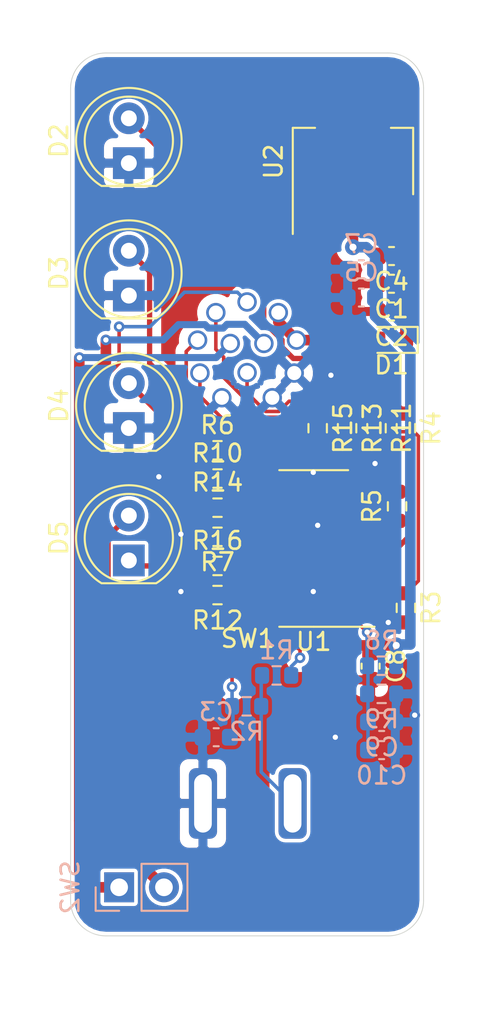
<source format=kicad_pcb>
(kicad_pcb (version 20171130) (host pcbnew "(5.1.12-1-10_14)")

  (general
    (thickness 1.6002)
    (drawings 24)
    (tracks 188)
    (zones 0)
    (modules 35)
    (nets 26)
  )

  (page A4)
  (layers
    (0 Front signal)
    (31 Back signal)
    (32 B.Adhes user)
    (33 F.Adhes user)
    (34 B.Paste user hide)
    (35 F.Paste user hide)
    (36 B.SilkS user hide)
    (37 F.SilkS user hide)
    (38 B.Mask user)
    (39 F.Mask user)
    (40 Dwgs.User user hide)
    (41 Cmts.User user)
    (42 Eco1.User user)
    (43 Eco2.User user)
    (44 Edge.Cuts user)
    (45 Margin user)
    (46 B.CrtYd user)
    (47 F.CrtYd user)
    (48 B.Fab user)
    (49 F.Fab user hide)
  )

  (setup
    (last_trace_width 0.2)
    (user_trace_width 0.2)
    (user_trace_width 0.3)
    (user_trace_width 0.4)
    (user_trace_width 0.6)
    (trace_clearance 0.127)
    (zone_clearance 0.108)
    (zone_45_only no)
    (trace_min 0.127)
    (via_size 0.6)
    (via_drill 0.3)
    (via_min_size 0.6)
    (via_min_drill 0.3)
    (user_via 0.6 0.3)
    (user_via 0.9 0.4)
    (uvia_size 0.6858)
    (uvia_drill 0.3302)
    (uvias_allowed no)
    (uvia_min_size 0.2)
    (uvia_min_drill 0.1)
    (edge_width 0.05)
    (segment_width 0.2)
    (pcb_text_width 0.3)
    (pcb_text_size 1.5 1.5)
    (mod_edge_width 0.12)
    (mod_text_size 1 1)
    (mod_text_width 0.15)
    (pad_size 1.524 1.524)
    (pad_drill 0.762)
    (pad_to_mask_clearance 0)
    (solder_mask_min_width 0.12)
    (aux_axis_origin 80 60)
    (visible_elements FFFFFF7F)
    (pcbplotparams
      (layerselection 0x010fc_ffffffff)
      (usegerberextensions false)
      (usegerberattributes true)
      (usegerberadvancedattributes true)
      (creategerberjobfile true)
      (excludeedgelayer true)
      (linewidth 0.100000)
      (plotframeref false)
      (viasonmask false)
      (mode 1)
      (useauxorigin false)
      (hpglpennumber 1)
      (hpglpenspeed 20)
      (hpglpendiameter 15.000000)
      (psnegative false)
      (psa4output false)
      (plotreference true)
      (plotvalue true)
      (plotinvisibletext false)
      (padsonsilk false)
      (subtractmaskfromsilk false)
      (outputformat 1)
      (mirror false)
      (drillshape 1)
      (scaleselection 1)
      (outputdirectory ""))
  )

  (net 0 "")
  (net 1 GND)
  (net 2 "Net-(C1-Pad1)")
  (net 3 BTN_TS)
  (net 4 +5V)
  (net 5 CLK)
  (net 6 +12V)
  (net 7 "Net-(D2-Pad2)")
  (net 8 "Net-(D3-Pad2)")
  (net 9 "Net-(D4-Pad2)")
  (net 10 "Net-(D5-Pad1)")
  (net 11 ASB_LED)
  (net 12 AMS_LED)
  (net 13 TSOFF_LED)
  (net 14 SDC_IN)
  (net 15 SDC_OUT)
  (net 16 IDM_LED)
  (net 17 "Net-(R1-Pad2)")
  (net 18 "Net-(R6-Pad2)")
  (net 19 "Net-(R10-Pad2)")
  (net 20 "Net-(J1-Pad9)")
  (net 21 "Net-(J1-Pad8)")
  (net 22 "Net-(J1-Pad7)")
  (net 23 "Net-(J1-Pad10)")
  (net 24 "Net-(R4-Pad2)")
  (net 25 "Net-(R16-Pad2)")

  (net_class Default "This is the default net class."
    (clearance 0.127)
    (trace_width 0.127)
    (via_dia 0.6)
    (via_drill 0.3)
    (uvia_dia 0.6858)
    (uvia_drill 0.3302)
    (diff_pair_width 0.1524)
    (diff_pair_gap 0.254)
    (add_net +12V)
    (add_net +5V)
    (add_net AMS_LED)
    (add_net ASB_LED)
    (add_net BTN_TS)
    (add_net CLK)
    (add_net GND)
    (add_net IDM_LED)
    (add_net "Net-(C1-Pad1)")
    (add_net "Net-(D2-Pad2)")
    (add_net "Net-(D3-Pad2)")
    (add_net "Net-(D4-Pad2)")
    (add_net "Net-(D5-Pad1)")
    (add_net "Net-(J1-Pad10)")
    (add_net "Net-(J1-Pad7)")
    (add_net "Net-(J1-Pad8)")
    (add_net "Net-(J1-Pad9)")
    (add_net "Net-(R1-Pad2)")
    (add_net "Net-(R10-Pad2)")
    (add_net "Net-(R16-Pad2)")
    (add_net "Net-(R4-Pad2)")
    (add_net "Net-(R6-Pad2)")
    (add_net SDC_IN)
    (add_net SDC_OUT)
    (add_net TSOFF_LED)
  )

  (module Binder:APEM-ISx3SAD (layer Front) (tedit 61C621C8) (tstamp 61C676DC)
    (at 90.04 102.5)
    (descr "Sealed pushbutton switch")
    (tags "ISR3AD, ISP3AD")
    (path /61CC6C98)
    (fp_text reference SW1 (at 0 -9.33) (layer F.SilkS)
      (effects (font (size 1 1) (thickness 0.15)))
    )
    (fp_text value SW_Push (at 0 -11.43) (layer F.Fab)
      (effects (font (size 1 1) (thickness 0.15)))
    )
    (fp_circle (center 0 0) (end 8.75 0) (layer F.CrtYd) (width 0.12))
    (pad 1 thru_hole roundrect (at -2.54 0) (size 1.6 4) (drill oval 1 3.3) (layers *.Cu *.Mask) (roundrect_rratio 0.25)
      (net 1 GND))
    (pad 2 thru_hole roundrect (at 2.54 0) (size 1.6 4) (drill oval 1 3.3) (layers *.Cu *.Mask) (roundrect_rratio 0.25)
      (net 17 "Net-(R1-Pad2)"))
    (model packages3d/Binder.3dshapes/Apem_Inc._-_ISR3SAD200.step
      (offset (xyz 0 0 10.5))
      (scale (xyz 1 1 1))
      (rotate (xyz 180 0 0))
    )
  )

  (module Binder:Binder_M12-A_12P_Female_NoSilk (layer Back) (tedit 61C3AB96) (tstamp 61C3DC12)
    (at 90 77)
    (path /61D01013)
    (fp_text reference J1 (at 0 10.045) (layer B.SilkS) hide
      (effects (font (size 1 1) (thickness 0.15)) (justify mirror))
    )
    (fp_text value Conn_01x12_Male (at 0 -10.045) (layer B.Fab) hide
      (effects (font (size 1 1) (thickness 0.15)) (justify mirror))
    )
    (fp_line (start -0.6 3.7) (end -0.6 4.1) (layer B.Fab) (width 0.12))
    (fp_line (start 0.6 3.7) (end 0.6 4.1) (layer B.Fab) (width 0.12))
    (fp_circle (center 0 0.1) (end 0 4.2) (layer B.Fab) (width 0.12))
    (fp_circle (center 0 0) (end 0 -9.37) (layer B.CrtYd) (width 0.05))
    (fp_circle (center 0 0) (end 9 0) (layer Dwgs.User) (width 0.1))
    (fp_arc (start 0 3.7) (end -0.6 3.7) (angle 180) (layer B.Fab) (width 0.12))
    (pad 9 thru_hole circle (at -2.672 1.127) (size 1.1 1.1) (drill 0.8) (layers *.Cu *.Mask)
      (net 20 "Net-(J1-Pad9)"))
    (pad 8 thru_hole circle (at -2.804 -0.738) (size 1.1 1.1) (drill 0.8) (layers *.Cu *.Mask)
      (net 21 "Net-(J1-Pad8)"))
    (pad 7 thru_hole circle (at -1.77 -2.297) (size 1.1 1.1) (drill 0.8) (layers *.Cu *.Mask)
      (net 22 "Net-(J1-Pad7)"))
    (pad 6 thru_hole circle (at 0 -2.9) (size 1.1 1.1) (drill 0.8) (layers *.Cu *.Mask)
      (net 3 BTN_TS))
    (pad 5 thru_hole circle (at 1.77 -2.297) (size 1.1 1.1) (drill 0.8) (layers *.Cu *.Mask)
      (net 6 +12V))
    (pad 4 thru_hole circle (at 2.804 -0.738) (size 1.1 1.1) (drill 0.8) (layers *.Cu *.Mask)
      (net 6 +12V))
    (pad 3 thru_hole circle (at 2.672 1.127) (size 1.1 1.1) (drill 0.8) (layers *.Cu *.Mask)
      (net 1 GND))
    (pad 2 thru_hole circle (at 1.428 2.524) (size 1.1 1.1) (drill 0.8) (layers *.Cu *.Mask)
      (net 1 GND))
    (pad 1 thru_hole circle (at -1.428 2.524) (size 1.1 1.1) (drill 0.8) (layers *.Cu *.Mask)
      (net 1 GND))
    (pad 12 thru_hole circle (at -0.952627 -0.55) (size 1.1 1.1) (drill 0.8) (layers *.Cu *.Mask)
      (net 14 SDC_IN))
    (pad 11 thru_hole circle (at 0.952627 -0.549999) (size 1.1 1.1) (drill 0.8) (layers *.Cu *.Mask)
      (net 15 SDC_OUT))
    (pad 10 thru_hole circle (at 0 1.1) (size 1.1 1.1) (drill 0.8) (layers *.Cu *.Mask)
      (net 23 "Net-(J1-Pad10)"))
    (model ${KIPRJMOD}/packages3d/Binder.3dshapes/Binder_SACC-DSI-M12MS-12CON-M16.stp
      (offset (xyz 12.7 0 -2.45))
      (scale (xyz 1 1 1))
      (rotate (xyz 0 -180 -45))
    )
  )

  (module Resistor_SMD:R_0603_1608Metric (layer Front) (tedit 5F68FEEE) (tstamp 61C3A6E3)
    (at 88.325 89.05)
    (descr "Resistor SMD 0603 (1608 Metric), square (rectangular) end terminal, IPC_7351 nominal, (Body size source: IPC-SM-782 page 72, https://www.pcb-3d.com/wordpress/wp-content/uploads/ipc-sm-782a_amendment_1_and_2.pdf), generated with kicad-footprint-generator")
    (tags resistor)
    (path /61DE2E7A)
    (attr smd)
    (fp_text reference R16 (at 0 -1.43) (layer F.SilkS)
      (effects (font (size 1 1) (thickness 0.15)))
    )
    (fp_text value 200 (at 0 1.43) (layer F.Fab)
      (effects (font (size 1 1) (thickness 0.15)))
    )
    (fp_line (start 1.48 0.73) (end -1.48 0.73) (layer F.CrtYd) (width 0.05))
    (fp_line (start 1.48 -0.73) (end 1.48 0.73) (layer F.CrtYd) (width 0.05))
    (fp_line (start -1.48 -0.73) (end 1.48 -0.73) (layer F.CrtYd) (width 0.05))
    (fp_line (start -1.48 0.73) (end -1.48 -0.73) (layer F.CrtYd) (width 0.05))
    (fp_line (start -0.237258 0.5225) (end 0.237258 0.5225) (layer F.SilkS) (width 0.12))
    (fp_line (start -0.237258 -0.5225) (end 0.237258 -0.5225) (layer F.SilkS) (width 0.12))
    (fp_line (start 0.8 0.4125) (end -0.8 0.4125) (layer F.Fab) (width 0.1))
    (fp_line (start 0.8 -0.4125) (end 0.8 0.4125) (layer F.Fab) (width 0.1))
    (fp_line (start -0.8 -0.4125) (end 0.8 -0.4125) (layer F.Fab) (width 0.1))
    (fp_line (start -0.8 0.4125) (end -0.8 -0.4125) (layer F.Fab) (width 0.1))
    (fp_text user %R (at 0 0) (layer F.Fab)
      (effects (font (size 0.4 0.4) (thickness 0.06)))
    )
    (pad 2 smd roundrect (at 0.825 0) (size 0.8 0.95) (layers Front F.Paste F.Mask) (roundrect_rratio 0.25)
      (net 25 "Net-(R16-Pad2)"))
    (pad 1 smd roundrect (at -0.825 0) (size 0.8 0.95) (layers Front F.Paste F.Mask) (roundrect_rratio 0.25)
      (net 10 "Net-(D5-Pad1)"))
    (model ${KISYS3DMOD}/Resistor_SMD.3dshapes/R_0603_1608Metric.wrl
      (at (xyz 0 0 0))
      (scale (xyz 1 1 1))
      (rotate (xyz 0 0 0))
    )
  )

  (module Resistor_SMD:R_0603_1608Metric (layer Front) (tedit 5F68FEEE) (tstamp 61C3A6D2)
    (at 88.325 90.7 180)
    (descr "Resistor SMD 0603 (1608 Metric), square (rectangular) end terminal, IPC_7351 nominal, (Body size source: IPC-SM-782 page 72, https://www.pcb-3d.com/wordpress/wp-content/uploads/ipc-sm-782a_amendment_1_and_2.pdf), generated with kicad-footprint-generator")
    (tags resistor)
    (path /61DE2E6C)
    (attr smd)
    (fp_text reference R12 (at 0 -1.43) (layer F.SilkS)
      (effects (font (size 1 1) (thickness 0.15)))
    )
    (fp_text value 10k (at 0 1.43) (layer F.Fab)
      (effects (font (size 1 1) (thickness 0.15)))
    )
    (fp_line (start 1.48 0.73) (end -1.48 0.73) (layer F.CrtYd) (width 0.05))
    (fp_line (start 1.48 -0.73) (end 1.48 0.73) (layer F.CrtYd) (width 0.05))
    (fp_line (start -1.48 -0.73) (end 1.48 -0.73) (layer F.CrtYd) (width 0.05))
    (fp_line (start -1.48 0.73) (end -1.48 -0.73) (layer F.CrtYd) (width 0.05))
    (fp_line (start -0.237258 0.5225) (end 0.237258 0.5225) (layer F.SilkS) (width 0.12))
    (fp_line (start -0.237258 -0.5225) (end 0.237258 -0.5225) (layer F.SilkS) (width 0.12))
    (fp_line (start 0.8 0.4125) (end -0.8 0.4125) (layer F.Fab) (width 0.1))
    (fp_line (start 0.8 -0.4125) (end 0.8 0.4125) (layer F.Fab) (width 0.1))
    (fp_line (start -0.8 -0.4125) (end 0.8 -0.4125) (layer F.Fab) (width 0.1))
    (fp_line (start -0.8 0.4125) (end -0.8 -0.4125) (layer F.Fab) (width 0.1))
    (fp_text user %R (at 0 0) (layer F.Fab)
      (effects (font (size 0.4 0.4) (thickness 0.06)))
    )
    (pad 2 smd roundrect (at 0.825 0 180) (size 0.8 0.95) (layers Front F.Paste F.Mask) (roundrect_rratio 0.25)
      (net 1 GND))
    (pad 1 smd roundrect (at -0.825 0 180) (size 0.8 0.95) (layers Front F.Paste F.Mask) (roundrect_rratio 0.25)
      (net 13 TSOFF_LED))
    (model ${KISYS3DMOD}/Resistor_SMD.3dshapes/R_0603_1608Metric.wrl
      (at (xyz 0 0 0))
      (scale (xyz 1 1 1))
      (rotate (xyz 0 0 0))
    )
  )

  (module Resistor_SMD:R_0603_1608Metric (layer Front) (tedit 5F68FEEE) (tstamp 61C3A6B0)
    (at 88.325 84.1)
    (descr "Resistor SMD 0603 (1608 Metric), square (rectangular) end terminal, IPC_7351 nominal, (Body size source: IPC-SM-782 page 72, https://www.pcb-3d.com/wordpress/wp-content/uploads/ipc-sm-782a_amendment_1_and_2.pdf), generated with kicad-footprint-generator")
    (tags resistor)
    (path /61DD9608)
    (attr smd)
    (fp_text reference R10 (at 0 -1.43) (layer F.SilkS)
      (effects (font (size 1 1) (thickness 0.15)))
    )
    (fp_text value 200 (at 0 1.43) (layer F.Fab)
      (effects (font (size 1 1) (thickness 0.15)))
    )
    (fp_line (start 1.48 0.73) (end -1.48 0.73) (layer F.CrtYd) (width 0.05))
    (fp_line (start 1.48 -0.73) (end 1.48 0.73) (layer F.CrtYd) (width 0.05))
    (fp_line (start -1.48 -0.73) (end 1.48 -0.73) (layer F.CrtYd) (width 0.05))
    (fp_line (start -1.48 0.73) (end -1.48 -0.73) (layer F.CrtYd) (width 0.05))
    (fp_line (start -0.237258 0.5225) (end 0.237258 0.5225) (layer F.SilkS) (width 0.12))
    (fp_line (start -0.237258 -0.5225) (end 0.237258 -0.5225) (layer F.SilkS) (width 0.12))
    (fp_line (start 0.8 0.4125) (end -0.8 0.4125) (layer F.Fab) (width 0.1))
    (fp_line (start 0.8 -0.4125) (end 0.8 0.4125) (layer F.Fab) (width 0.1))
    (fp_line (start -0.8 -0.4125) (end 0.8 -0.4125) (layer F.Fab) (width 0.1))
    (fp_line (start -0.8 0.4125) (end -0.8 -0.4125) (layer F.Fab) (width 0.1))
    (fp_text user %R (at 0 0) (layer F.Fab)
      (effects (font (size 0.4 0.4) (thickness 0.06)))
    )
    (pad 2 smd roundrect (at 0.825 0) (size 0.8 0.95) (layers Front F.Paste F.Mask) (roundrect_rratio 0.25)
      (net 19 "Net-(R10-Pad2)"))
    (pad 1 smd roundrect (at -0.825 0) (size 0.8 0.95) (layers Front F.Paste F.Mask) (roundrect_rratio 0.25)
      (net 9 "Net-(D4-Pad2)"))
    (model ${KISYS3DMOD}/Resistor_SMD.3dshapes/R_0603_1608Metric.wrl
      (at (xyz 0 0 0))
      (scale (xyz 1 1 1))
      (rotate (xyz 0 0 0))
    )
  )

  (module Resistor_SMD:R_0603_1608Metric (layer Front) (tedit 5F68FEEE) (tstamp 61C3A67D)
    (at 88.325 87.4 180)
    (descr "Resistor SMD 0603 (1608 Metric), square (rectangular) end terminal, IPC_7351 nominal, (Body size source: IPC-SM-782 page 72, https://www.pcb-3d.com/wordpress/wp-content/uploads/ipc-sm-782a_amendment_1_and_2.pdf), generated with kicad-footprint-generator")
    (tags resistor)
    (path /61DD95FA)
    (attr smd)
    (fp_text reference R7 (at 0 -1.43) (layer F.SilkS)
      (effects (font (size 1 1) (thickness 0.15)))
    )
    (fp_text value 10k (at 0 1.43) (layer F.Fab)
      (effects (font (size 1 1) (thickness 0.15)))
    )
    (fp_line (start 1.48 0.73) (end -1.48 0.73) (layer F.CrtYd) (width 0.05))
    (fp_line (start 1.48 -0.73) (end 1.48 0.73) (layer F.CrtYd) (width 0.05))
    (fp_line (start -1.48 -0.73) (end 1.48 -0.73) (layer F.CrtYd) (width 0.05))
    (fp_line (start -1.48 0.73) (end -1.48 -0.73) (layer F.CrtYd) (width 0.05))
    (fp_line (start -0.237258 0.5225) (end 0.237258 0.5225) (layer F.SilkS) (width 0.12))
    (fp_line (start -0.237258 -0.5225) (end 0.237258 -0.5225) (layer F.SilkS) (width 0.12))
    (fp_line (start 0.8 0.4125) (end -0.8 0.4125) (layer F.Fab) (width 0.1))
    (fp_line (start 0.8 -0.4125) (end 0.8 0.4125) (layer F.Fab) (width 0.1))
    (fp_line (start -0.8 -0.4125) (end 0.8 -0.4125) (layer F.Fab) (width 0.1))
    (fp_line (start -0.8 0.4125) (end -0.8 -0.4125) (layer F.Fab) (width 0.1))
    (fp_text user %R (at 0 0) (layer F.Fab)
      (effects (font (size 0.4 0.4) (thickness 0.06)))
    )
    (pad 2 smd roundrect (at 0.825 0 180) (size 0.8 0.95) (layers Front F.Paste F.Mask) (roundrect_rratio 0.25)
      (net 1 GND))
    (pad 1 smd roundrect (at -0.825 0 180) (size 0.8 0.95) (layers Front F.Paste F.Mask) (roundrect_rratio 0.25)
      (net 12 AMS_LED))
    (model ${KISYS3DMOD}/Resistor_SMD.3dshapes/R_0603_1608Metric.wrl
      (at (xyz 0 0 0))
      (scale (xyz 1 1 1))
      (rotate (xyz 0 0 0))
    )
  )

  (module Resistor_SMD:R_0603_1608Metric (layer Front) (tedit 5F68FEEE) (tstamp 61C81DF4)
    (at 88.325 85.75)
    (descr "Resistor SMD 0603 (1608 Metric), square (rectangular) end terminal, IPC_7351 nominal, (Body size source: IPC-SM-782 page 72, https://www.pcb-3d.com/wordpress/wp-content/uploads/ipc-sm-782a_amendment_1_and_2.pdf), generated with kicad-footprint-generator")
    (tags resistor)
    (path /61D2E9C0)
    (attr smd)
    (fp_text reference R14 (at 0 -1.43) (layer F.SilkS)
      (effects (font (size 1 1) (thickness 0.15)))
    )
    (fp_text value 100 (at 0 1.43) (layer F.Fab)
      (effects (font (size 1 1) (thickness 0.15)))
    )
    (fp_line (start 1.48 0.73) (end -1.48 0.73) (layer F.CrtYd) (width 0.05))
    (fp_line (start 1.48 -0.73) (end 1.48 0.73) (layer F.CrtYd) (width 0.05))
    (fp_line (start -1.48 -0.73) (end 1.48 -0.73) (layer F.CrtYd) (width 0.05))
    (fp_line (start -1.48 0.73) (end -1.48 -0.73) (layer F.CrtYd) (width 0.05))
    (fp_line (start -0.237258 0.5225) (end 0.237258 0.5225) (layer F.SilkS) (width 0.12))
    (fp_line (start -0.237258 -0.5225) (end 0.237258 -0.5225) (layer F.SilkS) (width 0.12))
    (fp_line (start 0.8 0.4125) (end -0.8 0.4125) (layer F.Fab) (width 0.1))
    (fp_line (start 0.8 -0.4125) (end 0.8 0.4125) (layer F.Fab) (width 0.1))
    (fp_line (start -0.8 -0.4125) (end 0.8 -0.4125) (layer F.Fab) (width 0.1))
    (fp_line (start -0.8 0.4125) (end -0.8 -0.4125) (layer F.Fab) (width 0.1))
    (fp_text user %R (at 0 0) (layer F.Fab)
      (effects (font (size 0.4 0.4) (thickness 0.06)))
    )
    (pad 2 smd roundrect (at 0.825 0) (size 0.8 0.95) (layers Front F.Paste F.Mask) (roundrect_rratio 0.25)
      (net 12 AMS_LED))
    (pad 1 smd roundrect (at -0.825 0) (size 0.8 0.95) (layers Front F.Paste F.Mask) (roundrect_rratio 0.25)
      (net 21 "Net-(J1-Pad8)"))
    (model ${KISYS3DMOD}/Resistor_SMD.3dshapes/R_0603_1608Metric.wrl
      (at (xyz 0 0 0))
      (scale (xyz 1 1 1))
      (rotate (xyz 0 0 0))
    )
  )

  (module Capacitor_SMD:C_0603_1608Metric (layer Back) (tedit 5F68FEEE) (tstamp 61C820C4)
    (at 97.625 97.886666)
    (descr "Capacitor SMD 0603 (1608 Metric), square (rectangular) end terminal, IPC_7351 nominal, (Body size source: IPC-SM-782 page 76, https://www.pcb-3d.com/wordpress/wp-content/uploads/ipc-sm-782a_amendment_1_and_2.pdf), generated with kicad-footprint-generator")
    (tags capacitor)
    (path /61D5D1B3)
    (attr smd)
    (fp_text reference C9 (at 0 1.43) (layer B.SilkS)
      (effects (font (size 1 1) (thickness 0.15)) (justify mirror))
    )
    (fp_text value 10u (at 0 -1.43) (layer B.Fab)
      (effects (font (size 1 1) (thickness 0.15)) (justify mirror))
    )
    (fp_line (start 1.48 -0.73) (end -1.48 -0.73) (layer B.CrtYd) (width 0.05))
    (fp_line (start 1.48 0.73) (end 1.48 -0.73) (layer B.CrtYd) (width 0.05))
    (fp_line (start -1.48 0.73) (end 1.48 0.73) (layer B.CrtYd) (width 0.05))
    (fp_line (start -1.48 -0.73) (end -1.48 0.73) (layer B.CrtYd) (width 0.05))
    (fp_line (start -0.14058 -0.51) (end 0.14058 -0.51) (layer B.SilkS) (width 0.12))
    (fp_line (start -0.14058 0.51) (end 0.14058 0.51) (layer B.SilkS) (width 0.12))
    (fp_line (start 0.8 -0.4) (end -0.8 -0.4) (layer B.Fab) (width 0.1))
    (fp_line (start 0.8 0.4) (end 0.8 -0.4) (layer B.Fab) (width 0.1))
    (fp_line (start -0.8 0.4) (end 0.8 0.4) (layer B.Fab) (width 0.1))
    (fp_line (start -0.8 -0.4) (end -0.8 0.4) (layer B.Fab) (width 0.1))
    (fp_text user %R (at 0 0) (layer B.Fab)
      (effects (font (size 0.4 0.4) (thickness 0.06)) (justify mirror))
    )
    (pad 2 smd roundrect (at 0.775 0) (size 0.9 0.95) (layers Back B.Paste B.Mask) (roundrect_rratio 0.25)
      (net 1 GND))
    (pad 1 smd roundrect (at -0.775 0) (size 0.9 0.95) (layers Back B.Paste B.Mask) (roundrect_rratio 0.25)
      (net 5 CLK))
    (model ${KISYS3DMOD}/Capacitor_SMD.3dshapes/C_0603_1608Metric.wrl
      (at (xyz 0 0 0))
      (scale (xyz 1 1 1))
      (rotate (xyz 0 0 0))
    )
  )

  (module Resistor_SMD:R_0603_1608Metric (layer Front) (tedit 5F68FEEE) (tstamp 61C80F92)
    (at 94 81.25 270)
    (descr "Resistor SMD 0603 (1608 Metric), square (rectangular) end terminal, IPC_7351 nominal, (Body size source: IPC-SM-782 page 72, https://www.pcb-3d.com/wordpress/wp-content/uploads/ipc-sm-782a_amendment_1_and_2.pdf), generated with kicad-footprint-generator")
    (tags resistor)
    (path /61D2F28E)
    (attr smd)
    (fp_text reference R15 (at 0 -1.43 270) (layer F.SilkS)
      (effects (font (size 1 1) (thickness 0.15)))
    )
    (fp_text value 100 (at 0 1.43 270) (layer F.Fab)
      (effects (font (size 1 1) (thickness 0.15)))
    )
    (fp_line (start 1.48 0.73) (end -1.48 0.73) (layer F.CrtYd) (width 0.05))
    (fp_line (start 1.48 -0.73) (end 1.48 0.73) (layer F.CrtYd) (width 0.05))
    (fp_line (start -1.48 -0.73) (end 1.48 -0.73) (layer F.CrtYd) (width 0.05))
    (fp_line (start -1.48 0.73) (end -1.48 -0.73) (layer F.CrtYd) (width 0.05))
    (fp_line (start -0.237258 0.5225) (end 0.237258 0.5225) (layer F.SilkS) (width 0.12))
    (fp_line (start -0.237258 -0.5225) (end 0.237258 -0.5225) (layer F.SilkS) (width 0.12))
    (fp_line (start 0.8 0.4125) (end -0.8 0.4125) (layer F.Fab) (width 0.1))
    (fp_line (start 0.8 -0.4125) (end 0.8 0.4125) (layer F.Fab) (width 0.1))
    (fp_line (start -0.8 -0.4125) (end 0.8 -0.4125) (layer F.Fab) (width 0.1))
    (fp_line (start -0.8 0.4125) (end -0.8 -0.4125) (layer F.Fab) (width 0.1))
    (fp_text user %R (at 0 0 270) (layer F.Fab)
      (effects (font (size 0.4 0.4) (thickness 0.06)))
    )
    (pad 2 smd roundrect (at 0.825 0 270) (size 0.8 0.95) (layers Front F.Paste F.Mask) (roundrect_rratio 0.25)
      (net 13 TSOFF_LED))
    (pad 1 smd roundrect (at -0.825 0 270) (size 0.8 0.95) (layers Front F.Paste F.Mask) (roundrect_rratio 0.25)
      (net 22 "Net-(J1-Pad7)"))
    (model ${KISYS3DMOD}/Resistor_SMD.3dshapes/R_0603_1608Metric.wrl
      (at (xyz 0 0 0))
      (scale (xyz 1 1 1))
      (rotate (xyz 0 0 0))
    )
  )

  (module Resistor_SMD:R_0603_1608Metric (layer Front) (tedit 5F68FEEE) (tstamp 61C78DC2)
    (at 95.666666 81.25 270)
    (descr "Resistor SMD 0603 (1608 Metric), square (rectangular) end terminal, IPC_7351 nominal, (Body size source: IPC-SM-782 page 72, https://www.pcb-3d.com/wordpress/wp-content/uploads/ipc-sm-782a_amendment_1_and_2.pdf), generated with kicad-footprint-generator")
    (tags resistor)
    (path /61D2E072)
    (attr smd)
    (fp_text reference R13 (at 0 -1.43 90) (layer F.SilkS)
      (effects (font (size 1 1) (thickness 0.15)))
    )
    (fp_text value 100 (at 0 1.43 90) (layer F.Fab)
      (effects (font (size 1 1) (thickness 0.15)))
    )
    (fp_line (start 1.48 0.73) (end -1.48 0.73) (layer F.CrtYd) (width 0.05))
    (fp_line (start 1.48 -0.73) (end 1.48 0.73) (layer F.CrtYd) (width 0.05))
    (fp_line (start -1.48 -0.73) (end 1.48 -0.73) (layer F.CrtYd) (width 0.05))
    (fp_line (start -1.48 0.73) (end -1.48 -0.73) (layer F.CrtYd) (width 0.05))
    (fp_line (start -0.237258 0.5225) (end 0.237258 0.5225) (layer F.SilkS) (width 0.12))
    (fp_line (start -0.237258 -0.5225) (end 0.237258 -0.5225) (layer F.SilkS) (width 0.12))
    (fp_line (start 0.8 0.4125) (end -0.8 0.4125) (layer F.Fab) (width 0.1))
    (fp_line (start 0.8 -0.4125) (end 0.8 0.4125) (layer F.Fab) (width 0.1))
    (fp_line (start -0.8 -0.4125) (end 0.8 -0.4125) (layer F.Fab) (width 0.1))
    (fp_line (start -0.8 0.4125) (end -0.8 -0.4125) (layer F.Fab) (width 0.1))
    (fp_text user %R (at 0 0 90) (layer F.Fab)
      (effects (font (size 0.4 0.4) (thickness 0.06)))
    )
    (pad 2 smd roundrect (at 0.825 0 270) (size 0.8 0.95) (layers Front F.Paste F.Mask) (roundrect_rratio 0.25)
      (net 11 ASB_LED))
    (pad 1 smd roundrect (at -0.825 0 270) (size 0.8 0.95) (layers Front F.Paste F.Mask) (roundrect_rratio 0.25)
      (net 20 "Net-(J1-Pad9)"))
    (model ${KISYS3DMOD}/Resistor_SMD.3dshapes/R_0603_1608Metric.wrl
      (at (xyz 0 0 0))
      (scale (xyz 1 1 1))
      (rotate (xyz 0 0 0))
    )
  )

  (module Resistor_SMD:R_0603_1608Metric (layer Front) (tedit 5F68FEEE) (tstamp 61C78DA1)
    (at 97.333332 81.25 270)
    (descr "Resistor SMD 0603 (1608 Metric), square (rectangular) end terminal, IPC_7351 nominal, (Body size source: IPC-SM-782 page 72, https://www.pcb-3d.com/wordpress/wp-content/uploads/ipc-sm-782a_amendment_1_and_2.pdf), generated with kicad-footprint-generator")
    (tags resistor)
    (path /61D2A373)
    (attr smd)
    (fp_text reference R11 (at 0 -1.43 90) (layer F.SilkS)
      (effects (font (size 1 1) (thickness 0.15)))
    )
    (fp_text value 100 (at 0 1.43 90) (layer F.Fab)
      (effects (font (size 1 1) (thickness 0.15)))
    )
    (fp_line (start 1.48 0.73) (end -1.48 0.73) (layer F.CrtYd) (width 0.05))
    (fp_line (start 1.48 -0.73) (end 1.48 0.73) (layer F.CrtYd) (width 0.05))
    (fp_line (start -1.48 -0.73) (end 1.48 -0.73) (layer F.CrtYd) (width 0.05))
    (fp_line (start -1.48 0.73) (end -1.48 -0.73) (layer F.CrtYd) (width 0.05))
    (fp_line (start -0.237258 0.5225) (end 0.237258 0.5225) (layer F.SilkS) (width 0.12))
    (fp_line (start -0.237258 -0.5225) (end 0.237258 -0.5225) (layer F.SilkS) (width 0.12))
    (fp_line (start 0.8 0.4125) (end -0.8 0.4125) (layer F.Fab) (width 0.1))
    (fp_line (start 0.8 -0.4125) (end 0.8 0.4125) (layer F.Fab) (width 0.1))
    (fp_line (start -0.8 -0.4125) (end 0.8 -0.4125) (layer F.Fab) (width 0.1))
    (fp_line (start -0.8 0.4125) (end -0.8 -0.4125) (layer F.Fab) (width 0.1))
    (fp_text user %R (at 0 0 90) (layer F.Fab)
      (effects (font (size 0.4 0.4) (thickness 0.06)))
    )
    (pad 2 smd roundrect (at 0.825 0 270) (size 0.8 0.95) (layers Front F.Paste F.Mask) (roundrect_rratio 0.25)
      (net 16 IDM_LED))
    (pad 1 smd roundrect (at -0.825 0 270) (size 0.8 0.95) (layers Front F.Paste F.Mask) (roundrect_rratio 0.25)
      (net 23 "Net-(J1-Pad10)"))
    (model ${KISYS3DMOD}/Resistor_SMD.3dshapes/R_0603_1608Metric.wrl
      (at (xyz 0 0 0))
      (scale (xyz 1 1 1))
      (rotate (xyz 0 0 0))
    )
  )

  (module Capacitor_SMD:C_0603_1608Metric (layer Back) (tedit 5F68FEEE) (tstamp 61C82680)
    (at 96.475 72.25 180)
    (descr "Capacitor SMD 0603 (1608 Metric), square (rectangular) end terminal, IPC_7351 nominal, (Body size source: IPC-SM-782 page 76, https://www.pcb-3d.com/wordpress/wp-content/uploads/ipc-sm-782a_amendment_1_and_2.pdf), generated with kicad-footprint-generator")
    (tags capacitor)
    (path /61CD0075)
    (attr smd)
    (fp_text reference C7 (at 0 1.43) (layer B.SilkS)
      (effects (font (size 1 1) (thickness 0.15)) (justify mirror))
    )
    (fp_text value 10u (at 0 -1.43) (layer B.Fab)
      (effects (font (size 1 1) (thickness 0.15)) (justify mirror))
    )
    (fp_line (start 1.48 -0.73) (end -1.48 -0.73) (layer B.CrtYd) (width 0.05))
    (fp_line (start 1.48 0.73) (end 1.48 -0.73) (layer B.CrtYd) (width 0.05))
    (fp_line (start -1.48 0.73) (end 1.48 0.73) (layer B.CrtYd) (width 0.05))
    (fp_line (start -1.48 -0.73) (end -1.48 0.73) (layer B.CrtYd) (width 0.05))
    (fp_line (start -0.14058 -0.51) (end 0.14058 -0.51) (layer B.SilkS) (width 0.12))
    (fp_line (start -0.14058 0.51) (end 0.14058 0.51) (layer B.SilkS) (width 0.12))
    (fp_line (start 0.8 -0.4) (end -0.8 -0.4) (layer B.Fab) (width 0.1))
    (fp_line (start 0.8 0.4) (end 0.8 -0.4) (layer B.Fab) (width 0.1))
    (fp_line (start -0.8 0.4) (end 0.8 0.4) (layer B.Fab) (width 0.1))
    (fp_line (start -0.8 -0.4) (end -0.8 0.4) (layer B.Fab) (width 0.1))
    (fp_text user %R (at 0 0) (layer B.Fab)
      (effects (font (size 0.4 0.4) (thickness 0.06)) (justify mirror))
    )
    (pad 2 smd roundrect (at 0.775 0 180) (size 0.9 0.95) (layers Back B.Paste B.Mask) (roundrect_rratio 0.25)
      (net 1 GND))
    (pad 1 smd roundrect (at -0.775 0 180) (size 0.9 0.95) (layers Back B.Paste B.Mask) (roundrect_rratio 0.25)
      (net 4 +5V))
    (model ${KISYS3DMOD}/Capacitor_SMD.3dshapes/C_0603_1608Metric.wrl
      (at (xyz 0 0 0))
      (scale (xyz 1 1 1))
      (rotate (xyz 0 0 0))
    )
  )

  (module Capacitor_SMD:C_0603_1608Metric (layer Front) (tedit 5F68FEEE) (tstamp 61C7F250)
    (at 98.185 74.64 180)
    (descr "Capacitor SMD 0603 (1608 Metric), square (rectangular) end terminal, IPC_7351 nominal, (Body size source: IPC-SM-782 page 76, https://www.pcb-3d.com/wordpress/wp-content/uploads/ipc-sm-782a_amendment_1_and_2.pdf), generated with kicad-footprint-generator")
    (tags capacitor)
    (path /61CDAA0D)
    (attr smd)
    (fp_text reference C2 (at 0 -1.43) (layer F.SilkS)
      (effects (font (size 1 1) (thickness 0.15)))
    )
    (fp_text value 10u (at 0 1.43) (layer F.Fab)
      (effects (font (size 1 1) (thickness 0.15)))
    )
    (fp_line (start 1.48 0.73) (end -1.48 0.73) (layer F.CrtYd) (width 0.05))
    (fp_line (start 1.48 -0.73) (end 1.48 0.73) (layer F.CrtYd) (width 0.05))
    (fp_line (start -1.48 -0.73) (end 1.48 -0.73) (layer F.CrtYd) (width 0.05))
    (fp_line (start -1.48 0.73) (end -1.48 -0.73) (layer F.CrtYd) (width 0.05))
    (fp_line (start -0.14058 0.51) (end 0.14058 0.51) (layer F.SilkS) (width 0.12))
    (fp_line (start -0.14058 -0.51) (end 0.14058 -0.51) (layer F.SilkS) (width 0.12))
    (fp_line (start 0.8 0.4) (end -0.8 0.4) (layer F.Fab) (width 0.1))
    (fp_line (start 0.8 -0.4) (end 0.8 0.4) (layer F.Fab) (width 0.1))
    (fp_line (start -0.8 -0.4) (end 0.8 -0.4) (layer F.Fab) (width 0.1))
    (fp_line (start -0.8 0.4) (end -0.8 -0.4) (layer F.Fab) (width 0.1))
    (fp_text user %R (at 0 0) (layer F.Fab)
      (effects (font (size 0.4 0.4) (thickness 0.06)))
    )
    (pad 2 smd roundrect (at 0.775 0 180) (size 0.9 0.95) (layers Front F.Paste F.Mask) (roundrect_rratio 0.25)
      (net 1 GND))
    (pad 1 smd roundrect (at -0.775 0 180) (size 0.9 0.95) (layers Front F.Paste F.Mask) (roundrect_rratio 0.25)
      (net 2 "Net-(C1-Pad1)"))
    (model ${KISYS3DMOD}/Capacitor_SMD.3dshapes/C_0603_1608Metric.wrl
      (at (xyz 0 0 0))
      (scale (xyz 1 1 1))
      (rotate (xyz 0 0 0))
    )
  )

  (module Capacitor_SMD:C_0603_1608Metric (layer Front) (tedit 5F68FEEE) (tstamp 61C7F1BD)
    (at 98.185 73.07 180)
    (descr "Capacitor SMD 0603 (1608 Metric), square (rectangular) end terminal, IPC_7351 nominal, (Body size source: IPC-SM-782 page 76, https://www.pcb-3d.com/wordpress/wp-content/uploads/ipc-sm-782a_amendment_1_and_2.pdf), generated with kicad-footprint-generator")
    (tags capacitor)
    (path /61CDB814)
    (attr smd)
    (fp_text reference C1 (at 0 -1.43) (layer F.SilkS)
      (effects (font (size 1 1) (thickness 0.15)))
    )
    (fp_text value 10u (at 0 1.43) (layer F.Fab)
      (effects (font (size 1 1) (thickness 0.15)))
    )
    (fp_line (start 1.48 0.73) (end -1.48 0.73) (layer F.CrtYd) (width 0.05))
    (fp_line (start 1.48 -0.73) (end 1.48 0.73) (layer F.CrtYd) (width 0.05))
    (fp_line (start -1.48 -0.73) (end 1.48 -0.73) (layer F.CrtYd) (width 0.05))
    (fp_line (start -1.48 0.73) (end -1.48 -0.73) (layer F.CrtYd) (width 0.05))
    (fp_line (start -0.14058 0.51) (end 0.14058 0.51) (layer F.SilkS) (width 0.12))
    (fp_line (start -0.14058 -0.51) (end 0.14058 -0.51) (layer F.SilkS) (width 0.12))
    (fp_line (start 0.8 0.4) (end -0.8 0.4) (layer F.Fab) (width 0.1))
    (fp_line (start 0.8 -0.4) (end 0.8 0.4) (layer F.Fab) (width 0.1))
    (fp_line (start -0.8 -0.4) (end 0.8 -0.4) (layer F.Fab) (width 0.1))
    (fp_line (start -0.8 0.4) (end -0.8 -0.4) (layer F.Fab) (width 0.1))
    (fp_text user %R (at 0 0) (layer F.Fab)
      (effects (font (size 0.4 0.4) (thickness 0.06)))
    )
    (pad 2 smd roundrect (at 0.775 0 180) (size 0.9 0.95) (layers Front F.Paste F.Mask) (roundrect_rratio 0.25)
      (net 1 GND))
    (pad 1 smd roundrect (at -0.775 0 180) (size 0.9 0.95) (layers Front F.Paste F.Mask) (roundrect_rratio 0.25)
      (net 2 "Net-(C1-Pad1)"))
    (model ${KISYS3DMOD}/Capacitor_SMD.3dshapes/C_0603_1608Metric.wrl
      (at (xyz 0 0 0))
      (scale (xyz 1 1 1))
      (rotate (xyz 0 0 0))
    )
  )

  (module Package_SO:SOIC-14_3.9x8.7mm_P1.27mm (layer Front) (tedit 5D9F72B1) (tstamp 61C81A7B)
    (at 93.775 88.06 180)
    (descr "SOIC, 14 Pin (JEDEC MS-012AB, https://www.analog.com/media/en/package-pcb-resources/package/pkg_pdf/soic_narrow-r/r_14.pdf), generated with kicad-footprint-generator ipc_gullwing_generator.py")
    (tags "SOIC SO")
    (path /62036668)
    (attr smd)
    (fp_text reference U1 (at 0 -5.28) (layer F.SilkS)
      (effects (font (size 1 1) (thickness 0.15)))
    )
    (fp_text value 7400 (at 0 5.28) (layer F.Fab)
      (effects (font (size 1 1) (thickness 0.15)))
    )
    (fp_line (start 3.7 -4.58) (end -3.7 -4.58) (layer F.CrtYd) (width 0.05))
    (fp_line (start 3.7 4.58) (end 3.7 -4.58) (layer F.CrtYd) (width 0.05))
    (fp_line (start -3.7 4.58) (end 3.7 4.58) (layer F.CrtYd) (width 0.05))
    (fp_line (start -3.7 -4.58) (end -3.7 4.58) (layer F.CrtYd) (width 0.05))
    (fp_line (start -1.95 -3.35) (end -0.975 -4.325) (layer F.Fab) (width 0.1))
    (fp_line (start -1.95 4.325) (end -1.95 -3.35) (layer F.Fab) (width 0.1))
    (fp_line (start 1.95 4.325) (end -1.95 4.325) (layer F.Fab) (width 0.1))
    (fp_line (start 1.95 -4.325) (end 1.95 4.325) (layer F.Fab) (width 0.1))
    (fp_line (start -0.975 -4.325) (end 1.95 -4.325) (layer F.Fab) (width 0.1))
    (fp_line (start 0 -4.435) (end -3.45 -4.435) (layer F.SilkS) (width 0.12))
    (fp_line (start 0 -4.435) (end 1.95 -4.435) (layer F.SilkS) (width 0.12))
    (fp_line (start 0 4.435) (end -1.95 4.435) (layer F.SilkS) (width 0.12))
    (fp_line (start 0 4.435) (end 1.95 4.435) (layer F.SilkS) (width 0.12))
    (fp_text user %R (at 0 0) (layer F.Fab)
      (effects (font (size 0.98 0.98) (thickness 0.15)))
    )
    (pad 14 smd roundrect (at 2.475 -3.81 180) (size 1.95 0.6) (layers Front F.Paste F.Mask) (roundrect_rratio 0.25)
      (net 4 +5V))
    (pad 13 smd roundrect (at 2.475 -2.54 180) (size 1.95 0.6) (layers Front F.Paste F.Mask) (roundrect_rratio 0.25)
      (net 13 TSOFF_LED))
    (pad 12 smd roundrect (at 2.475 -1.27 180) (size 1.95 0.6) (layers Front F.Paste F.Mask) (roundrect_rratio 0.25)
      (net 13 TSOFF_LED))
    (pad 11 smd roundrect (at 2.475 0 180) (size 1.95 0.6) (layers Front F.Paste F.Mask) (roundrect_rratio 0.25)
      (net 25 "Net-(R16-Pad2)"))
    (pad 10 smd roundrect (at 2.475 1.27 180) (size 1.95 0.6) (layers Front F.Paste F.Mask) (roundrect_rratio 0.25)
      (net 5 CLK))
    (pad 9 smd roundrect (at 2.475 2.54 180) (size 1.95 0.6) (layers Front F.Paste F.Mask) (roundrect_rratio 0.25)
      (net 12 AMS_LED))
    (pad 8 smd roundrect (at 2.475 3.81 180) (size 1.95 0.6) (layers Front F.Paste F.Mask) (roundrect_rratio 0.25)
      (net 19 "Net-(R10-Pad2)"))
    (pad 7 smd roundrect (at -2.475 3.81 180) (size 1.95 0.6) (layers Front F.Paste F.Mask) (roundrect_rratio 0.25)
      (net 1 GND))
    (pad 6 smd roundrect (at -2.475 2.54 180) (size 1.95 0.6) (layers Front F.Paste F.Mask) (roundrect_rratio 0.25)
      (net 18 "Net-(R6-Pad2)"))
    (pad 5 smd roundrect (at -2.475 1.27 180) (size 1.95 0.6) (layers Front F.Paste F.Mask) (roundrect_rratio 0.25)
      (net 11 ASB_LED))
    (pad 4 smd roundrect (at -2.475 0 180) (size 1.95 0.6) (layers Front F.Paste F.Mask) (roundrect_rratio 0.25)
      (net 5 CLK))
    (pad 3 smd roundrect (at -2.475 -1.27 180) (size 1.95 0.6) (layers Front F.Paste F.Mask) (roundrect_rratio 0.25)
      (net 24 "Net-(R4-Pad2)"))
    (pad 2 smd roundrect (at -2.475 -2.54 180) (size 1.95 0.6) (layers Front F.Paste F.Mask) (roundrect_rratio 0.25)
      (net 16 IDM_LED))
    (pad 1 smd roundrect (at -2.475 -3.81 180) (size 1.95 0.6) (layers Front F.Paste F.Mask) (roundrect_rratio 0.25)
      (net 5 CLK))
    (model ${KISYS3DMOD}/Package_SO.3dshapes/SOIC-14_3.9x8.7mm_P1.27mm.wrl
      (at (xyz 0 0 0))
      (scale (xyz 1 1 1))
      (rotate (xyz 0 0 0))
    )
  )

  (module Capacitor_SMD:C_0603_1608Metric (layer Front) (tedit 5F68FEEE) (tstamp 61C3E532)
    (at 98.185 71.5 180)
    (descr "Capacitor SMD 0603 (1608 Metric), square (rectangular) end terminal, IPC_7351 nominal, (Body size source: IPC-SM-782 page 76, https://www.pcb-3d.com/wordpress/wp-content/uploads/ipc-sm-782a_amendment_1_and_2.pdf), generated with kicad-footprint-generator")
    (tags capacitor)
    (path /61C80A98)
    (attr smd)
    (fp_text reference C4 (at 0 -1.43) (layer F.SilkS)
      (effects (font (size 1 1) (thickness 0.15)))
    )
    (fp_text value 100n (at 0 1.43) (layer F.Fab)
      (effects (font (size 1 1) (thickness 0.15)))
    )
    (fp_line (start 1.48 0.73) (end -1.48 0.73) (layer F.CrtYd) (width 0.05))
    (fp_line (start 1.48 -0.73) (end 1.48 0.73) (layer F.CrtYd) (width 0.05))
    (fp_line (start -1.48 -0.73) (end 1.48 -0.73) (layer F.CrtYd) (width 0.05))
    (fp_line (start -1.48 0.73) (end -1.48 -0.73) (layer F.CrtYd) (width 0.05))
    (fp_line (start -0.14058 0.51) (end 0.14058 0.51) (layer F.SilkS) (width 0.12))
    (fp_line (start -0.14058 -0.51) (end 0.14058 -0.51) (layer F.SilkS) (width 0.12))
    (fp_line (start 0.8 0.4) (end -0.8 0.4) (layer F.Fab) (width 0.1))
    (fp_line (start 0.8 -0.4) (end 0.8 0.4) (layer F.Fab) (width 0.1))
    (fp_line (start -0.8 -0.4) (end 0.8 -0.4) (layer F.Fab) (width 0.1))
    (fp_line (start -0.8 0.4) (end -0.8 -0.4) (layer F.Fab) (width 0.1))
    (fp_text user %R (at 0 0) (layer F.Fab)
      (effects (font (size 0.4 0.4) (thickness 0.06)))
    )
    (pad 2 smd roundrect (at 0.775 0 180) (size 0.9 0.95) (layers Front F.Paste F.Mask) (roundrect_rratio 0.25)
      (net 1 GND))
    (pad 1 smd roundrect (at -0.775 0 180) (size 0.9 0.95) (layers Front F.Paste F.Mask) (roundrect_rratio 0.25)
      (net 2 "Net-(C1-Pad1)"))
    (model ${KISYS3DMOD}/Capacitor_SMD.3dshapes/C_0603_1608Metric.wrl
      (at (xyz 0 0 0))
      (scale (xyz 1 1 1))
      (rotate (xyz 0 0 0))
    )
  )

  (module Package_TO_SOT_SMD:SOT-223-3_TabPin2 (layer Front) (tedit 5A02FF57) (tstamp 61C7CCDA)
    (at 96 66.15 90)
    (descr "module CMS SOT223 4 pins")
    (tags "CMS SOT")
    (path /61E7CB2D)
    (attr smd)
    (fp_text reference U2 (at 0 -4.5 90) (layer F.SilkS)
      (effects (font (size 1 1) (thickness 0.15)))
    )
    (fp_text value AMS1117-5.0 (at 0 4.5 90) (layer F.Fab)
      (effects (font (size 1 1) (thickness 0.15)))
    )
    (fp_line (start 1.85 -3.35) (end 1.85 3.35) (layer F.Fab) (width 0.1))
    (fp_line (start -1.85 3.35) (end 1.85 3.35) (layer F.Fab) (width 0.1))
    (fp_line (start -4.1 -3.41) (end 1.91 -3.41) (layer F.SilkS) (width 0.12))
    (fp_line (start -0.85 -3.35) (end 1.85 -3.35) (layer F.Fab) (width 0.1))
    (fp_line (start -1.85 3.41) (end 1.91 3.41) (layer F.SilkS) (width 0.12))
    (fp_line (start -1.85 -2.35) (end -1.85 3.35) (layer F.Fab) (width 0.1))
    (fp_line (start -1.85 -2.35) (end -0.85 -3.35) (layer F.Fab) (width 0.1))
    (fp_line (start -4.4 -3.6) (end -4.4 3.6) (layer F.CrtYd) (width 0.05))
    (fp_line (start -4.4 3.6) (end 4.4 3.6) (layer F.CrtYd) (width 0.05))
    (fp_line (start 4.4 3.6) (end 4.4 -3.6) (layer F.CrtYd) (width 0.05))
    (fp_line (start 4.4 -3.6) (end -4.4 -3.6) (layer F.CrtYd) (width 0.05))
    (fp_line (start 1.91 -3.41) (end 1.91 -2.15) (layer F.SilkS) (width 0.12))
    (fp_line (start 1.91 3.41) (end 1.91 2.15) (layer F.SilkS) (width 0.12))
    (fp_text user %R (at 0 0) (layer F.Fab)
      (effects (font (size 0.8 0.8) (thickness 0.12)))
    )
    (pad 1 smd rect (at -3.15 -2.3 90) (size 2 1.5) (layers Front F.Paste F.Mask)
      (net 1 GND))
    (pad 3 smd rect (at -3.15 2.3 90) (size 2 1.5) (layers Front F.Paste F.Mask)
      (net 2 "Net-(C1-Pad1)"))
    (pad 2 smd rect (at -3.15 0 90) (size 2 1.5) (layers Front F.Paste F.Mask)
      (net 4 +5V))
    (pad 2 smd rect (at 3.15 0 90) (size 2 3.8) (layers Front F.Paste F.Mask)
      (net 4 +5V))
    (model ${KISYS3DMOD}/Package_TO_SOT_SMD.3dshapes/SOT-223.wrl
      (at (xyz 0 0 0))
      (scale (xyz 1 1 1))
      (rotate (xyz 0 0 0))
    )
  )

  (module Connector_PinSocket_2.54mm:PinSocket_1x02_P2.54mm_Vertical (layer Back) (tedit 5A19A420) (tstamp 61C80EC6)
    (at 82.75 107.25 270)
    (descr "Through hole straight socket strip, 1x02, 2.54mm pitch, single row (from Kicad 4.0.7), script generated")
    (tags "Through hole socket strip THT 1x02 2.54mm single row")
    (path /61CDA6ED)
    (fp_text reference SW2 (at 0 2.77 270) (layer B.SilkS)
      (effects (font (size 1 1) (thickness 0.15)) (justify mirror))
    )
    (fp_text value SW_Push_Open (at 0 -5.31 270) (layer B.Fab)
      (effects (font (size 1 1) (thickness 0.15)) (justify mirror))
    )
    (fp_line (start -1.8 -4.3) (end -1.8 1.8) (layer B.CrtYd) (width 0.05))
    (fp_line (start 1.75 -4.3) (end -1.8 -4.3) (layer B.CrtYd) (width 0.05))
    (fp_line (start 1.75 1.8) (end 1.75 -4.3) (layer B.CrtYd) (width 0.05))
    (fp_line (start -1.8 1.8) (end 1.75 1.8) (layer B.CrtYd) (width 0.05))
    (fp_line (start 0 1.33) (end 1.33 1.33) (layer B.SilkS) (width 0.12))
    (fp_line (start 1.33 1.33) (end 1.33 0) (layer B.SilkS) (width 0.12))
    (fp_line (start 1.33 -1.27) (end 1.33 -3.87) (layer B.SilkS) (width 0.12))
    (fp_line (start -1.33 -3.87) (end 1.33 -3.87) (layer B.SilkS) (width 0.12))
    (fp_line (start -1.33 -1.27) (end -1.33 -3.87) (layer B.SilkS) (width 0.12))
    (fp_line (start -1.33 -1.27) (end 1.33 -1.27) (layer B.SilkS) (width 0.12))
    (fp_line (start -1.27 -3.81) (end -1.27 1.27) (layer B.Fab) (width 0.1))
    (fp_line (start 1.27 -3.81) (end -1.27 -3.81) (layer B.Fab) (width 0.1))
    (fp_line (start 1.27 0.635) (end 1.27 -3.81) (layer B.Fab) (width 0.1))
    (fp_line (start 0.635 1.27) (end 1.27 0.635) (layer B.Fab) (width 0.1))
    (fp_line (start -1.27 1.27) (end 0.635 1.27) (layer B.Fab) (width 0.1))
    (fp_text user %R (at 0 -1.27) (layer B.Fab)
      (effects (font (size 1 1) (thickness 0.15)) (justify mirror))
    )
    (pad 2 thru_hole oval (at 0 -2.54 270) (size 1.7 1.7) (drill 1) (layers *.Cu *.Mask)
      (net 15 SDC_OUT))
    (pad 1 thru_hole rect (at 0 0 270) (size 1.7 1.7) (drill 1) (layers *.Cu *.Mask)
      (net 14 SDC_IN))
    (model ${KISYS3DMOD}/Connector_PinSocket_2.54mm.3dshapes/PinSocket_1x02_P2.54mm_Vertical.wrl
      (at (xyz 0 0 0))
      (scale (xyz 1 1 1))
      (rotate (xyz 0 0 0))
    )
  )

  (module Resistor_SMD:R_0603_1608Metric (layer Back) (tedit 5F68FEEE) (tstamp 61C3A69F)
    (at 97.625 96.293333)
    (descr "Resistor SMD 0603 (1608 Metric), square (rectangular) end terminal, IPC_7351 nominal, (Body size source: IPC-SM-782 page 72, https://www.pcb-3d.com/wordpress/wp-content/uploads/ipc-sm-782a_amendment_1_and_2.pdf), generated with kicad-footprint-generator")
    (tags resistor)
    (path /61F87D7F)
    (attr smd)
    (fp_text reference R9 (at 0 1.43) (layer B.SilkS)
      (effects (font (size 1 1) (thickness 0.15)) (justify mirror))
    )
    (fp_text value 470k (at 0 -1.43) (layer B.Fab)
      (effects (font (size 1 1) (thickness 0.15)) (justify mirror))
    )
    (fp_line (start -0.8 -0.4125) (end -0.8 0.4125) (layer B.Fab) (width 0.1))
    (fp_line (start -0.8 0.4125) (end 0.8 0.4125) (layer B.Fab) (width 0.1))
    (fp_line (start 0.8 0.4125) (end 0.8 -0.4125) (layer B.Fab) (width 0.1))
    (fp_line (start 0.8 -0.4125) (end -0.8 -0.4125) (layer B.Fab) (width 0.1))
    (fp_line (start -0.237258 0.5225) (end 0.237258 0.5225) (layer B.SilkS) (width 0.12))
    (fp_line (start -0.237258 -0.5225) (end 0.237258 -0.5225) (layer B.SilkS) (width 0.12))
    (fp_line (start -1.48 -0.73) (end -1.48 0.73) (layer B.CrtYd) (width 0.05))
    (fp_line (start -1.48 0.73) (end 1.48 0.73) (layer B.CrtYd) (width 0.05))
    (fp_line (start 1.48 0.73) (end 1.48 -0.73) (layer B.CrtYd) (width 0.05))
    (fp_line (start 1.48 -0.73) (end -1.48 -0.73) (layer B.CrtYd) (width 0.05))
    (fp_text user %R (at 0 0) (layer B.Fab)
      (effects (font (size 0.4 0.4) (thickness 0.06)) (justify mirror))
    )
    (pad 1 smd roundrect (at -0.825 0) (size 0.8 0.95) (layers Back B.Paste B.Mask) (roundrect_rratio 0.25)
      (net 5 CLK))
    (pad 2 smd roundrect (at 0.825 0) (size 0.8 0.95) (layers Back B.Paste B.Mask) (roundrect_rratio 0.25)
      (net 1 GND))
    (model ${KISYS3DMOD}/Resistor_SMD.3dshapes/R_0603_1608Metric.wrl
      (at (xyz 0 0 0))
      (scale (xyz 1 1 1))
      (rotate (xyz 0 0 0))
    )
  )

  (module Resistor_SMD:R_0603_1608Metric (layer Back) (tedit 5F68FEEE) (tstamp 61C8010D)
    (at 97.625 94.7 180)
    (descr "Resistor SMD 0603 (1608 Metric), square (rectangular) end terminal, IPC_7351 nominal, (Body size source: IPC-SM-782 page 72, https://www.pcb-3d.com/wordpress/wp-content/uploads/ipc-sm-782a_amendment_1_and_2.pdf), generated with kicad-footprint-generator")
    (tags resistor)
    (path /61F87D79)
    (attr smd)
    (fp_text reference R8 (at 0 1.43) (layer B.SilkS)
      (effects (font (size 1 1) (thickness 0.15)) (justify mirror))
    )
    (fp_text value 47k (at 0 -1.43) (layer B.Fab)
      (effects (font (size 1 1) (thickness 0.15)) (justify mirror))
    )
    (fp_line (start 1.48 -0.73) (end -1.48 -0.73) (layer B.CrtYd) (width 0.05))
    (fp_line (start 1.48 0.73) (end 1.48 -0.73) (layer B.CrtYd) (width 0.05))
    (fp_line (start -1.48 0.73) (end 1.48 0.73) (layer B.CrtYd) (width 0.05))
    (fp_line (start -1.48 -0.73) (end -1.48 0.73) (layer B.CrtYd) (width 0.05))
    (fp_line (start -0.237258 -0.5225) (end 0.237258 -0.5225) (layer B.SilkS) (width 0.12))
    (fp_line (start -0.237258 0.5225) (end 0.237258 0.5225) (layer B.SilkS) (width 0.12))
    (fp_line (start 0.8 -0.4125) (end -0.8 -0.4125) (layer B.Fab) (width 0.1))
    (fp_line (start 0.8 0.4125) (end 0.8 -0.4125) (layer B.Fab) (width 0.1))
    (fp_line (start -0.8 0.4125) (end 0.8 0.4125) (layer B.Fab) (width 0.1))
    (fp_line (start -0.8 -0.4125) (end -0.8 0.4125) (layer B.Fab) (width 0.1))
    (fp_text user %R (at 0 0) (layer B.Fab)
      (effects (font (size 0.4 0.4) (thickness 0.06)) (justify mirror))
    )
    (pad 2 smd roundrect (at 0.825 0 180) (size 0.8 0.95) (layers Back B.Paste B.Mask) (roundrect_rratio 0.25)
      (net 5 CLK))
    (pad 1 smd roundrect (at -0.825 0 180) (size 0.8 0.95) (layers Back B.Paste B.Mask) (roundrect_rratio 0.25)
      (net 4 +5V))
    (model ${KISYS3DMOD}/Resistor_SMD.3dshapes/R_0603_1608Metric.wrl
      (at (xyz 0 0 0))
      (scale (xyz 1 1 1))
      (rotate (xyz 0 0 0))
    )
  )

  (module Resistor_SMD:R_0603_1608Metric (layer Front) (tedit 5F68FEEE) (tstamp 61C3A65B)
    (at 88.325 82.5)
    (descr "Resistor SMD 0603 (1608 Metric), square (rectangular) end terminal, IPC_7351 nominal, (Body size source: IPC-SM-782 page 72, https://www.pcb-3d.com/wordpress/wp-content/uploads/ipc-sm-782a_amendment_1_and_2.pdf), generated with kicad-footprint-generator")
    (tags resistor)
    (path /61DD3B05)
    (attr smd)
    (fp_text reference R6 (at 0 -1.43) (layer F.SilkS)
      (effects (font (size 1 1) (thickness 0.15)))
    )
    (fp_text value 200 (at 0 1.43) (layer F.Fab)
      (effects (font (size 1 1) (thickness 0.15)))
    )
    (fp_line (start 1.48 0.73) (end -1.48 0.73) (layer F.CrtYd) (width 0.05))
    (fp_line (start 1.48 -0.73) (end 1.48 0.73) (layer F.CrtYd) (width 0.05))
    (fp_line (start -1.48 -0.73) (end 1.48 -0.73) (layer F.CrtYd) (width 0.05))
    (fp_line (start -1.48 0.73) (end -1.48 -0.73) (layer F.CrtYd) (width 0.05))
    (fp_line (start -0.237258 0.5225) (end 0.237258 0.5225) (layer F.SilkS) (width 0.12))
    (fp_line (start -0.237258 -0.5225) (end 0.237258 -0.5225) (layer F.SilkS) (width 0.12))
    (fp_line (start 0.8 0.4125) (end -0.8 0.4125) (layer F.Fab) (width 0.1))
    (fp_line (start 0.8 -0.4125) (end 0.8 0.4125) (layer F.Fab) (width 0.1))
    (fp_line (start -0.8 -0.4125) (end 0.8 -0.4125) (layer F.Fab) (width 0.1))
    (fp_line (start -0.8 0.4125) (end -0.8 -0.4125) (layer F.Fab) (width 0.1))
    (fp_text user %R (at 0 0) (layer F.Fab)
      (effects (font (size 0.4 0.4) (thickness 0.06)))
    )
    (pad 2 smd roundrect (at 0.825 0) (size 0.8 0.95) (layers Front F.Paste F.Mask) (roundrect_rratio 0.25)
      (net 18 "Net-(R6-Pad2)"))
    (pad 1 smd roundrect (at -0.825 0) (size 0.8 0.95) (layers Front F.Paste F.Mask) (roundrect_rratio 0.25)
      (net 8 "Net-(D3-Pad2)"))
    (model ${KISYS3DMOD}/Resistor_SMD.3dshapes/R_0603_1608Metric.wrl
      (at (xyz 0 0 0))
      (scale (xyz 1 1 1))
      (rotate (xyz 0 0 0))
    )
  )

  (module Resistor_SMD:R_0603_1608Metric (layer Front) (tedit 5F68FEEE) (tstamp 61C800DD)
    (at 98.5 85.675 90)
    (descr "Resistor SMD 0603 (1608 Metric), square (rectangular) end terminal, IPC_7351 nominal, (Body size source: IPC-SM-782 page 72, https://www.pcb-3d.com/wordpress/wp-content/uploads/ipc-sm-782a_amendment_1_and_2.pdf), generated with kicad-footprint-generator")
    (tags resistor)
    (path /61DD3AF7)
    (attr smd)
    (fp_text reference R5 (at 0 -1.43 270) (layer F.SilkS)
      (effects (font (size 1 1) (thickness 0.15)))
    )
    (fp_text value 10k (at 0 1.43 270) (layer F.Fab)
      (effects (font (size 1 1) (thickness 0.15)))
    )
    (fp_line (start 1.48 0.73) (end -1.48 0.73) (layer F.CrtYd) (width 0.05))
    (fp_line (start 1.48 -0.73) (end 1.48 0.73) (layer F.CrtYd) (width 0.05))
    (fp_line (start -1.48 -0.73) (end 1.48 -0.73) (layer F.CrtYd) (width 0.05))
    (fp_line (start -1.48 0.73) (end -1.48 -0.73) (layer F.CrtYd) (width 0.05))
    (fp_line (start -0.237258 0.5225) (end 0.237258 0.5225) (layer F.SilkS) (width 0.12))
    (fp_line (start -0.237258 -0.5225) (end 0.237258 -0.5225) (layer F.SilkS) (width 0.12))
    (fp_line (start 0.8 0.4125) (end -0.8 0.4125) (layer F.Fab) (width 0.1))
    (fp_line (start 0.8 -0.4125) (end 0.8 0.4125) (layer F.Fab) (width 0.1))
    (fp_line (start -0.8 -0.4125) (end 0.8 -0.4125) (layer F.Fab) (width 0.1))
    (fp_line (start -0.8 0.4125) (end -0.8 -0.4125) (layer F.Fab) (width 0.1))
    (fp_text user %R (at 0 0 270) (layer F.Fab)
      (effects (font (size 0.4 0.4) (thickness 0.06)))
    )
    (pad 2 smd roundrect (at 0.825 0 90) (size 0.8 0.95) (layers Front F.Paste F.Mask) (roundrect_rratio 0.25)
      (net 1 GND))
    (pad 1 smd roundrect (at -0.825 0 90) (size 0.8 0.95) (layers Front F.Paste F.Mask) (roundrect_rratio 0.25)
      (net 11 ASB_LED))
    (model ${KISYS3DMOD}/Resistor_SMD.3dshapes/R_0603_1608Metric.wrl
      (at (xyz 0 0 0))
      (scale (xyz 1 1 1))
      (rotate (xyz 0 0 0))
    )
  )

  (module Resistor_SMD:R_0603_1608Metric (layer Front) (tedit 5F68FEEE) (tstamp 61C7B757)
    (at 99 81.25 270)
    (descr "Resistor SMD 0603 (1608 Metric), square (rectangular) end terminal, IPC_7351 nominal, (Body size source: IPC-SM-782 page 72, https://www.pcb-3d.com/wordpress/wp-content/uploads/ipc-sm-782a_amendment_1_and_2.pdf), generated with kicad-footprint-generator")
    (tags resistor)
    (path /61DC43A1)
    (attr smd)
    (fp_text reference R4 (at 0 -1.43 90) (layer F.SilkS)
      (effects (font (size 1 1) (thickness 0.15)))
    )
    (fp_text value 200 (at 0 1.43 90) (layer F.Fab)
      (effects (font (size 1 1) (thickness 0.15)))
    )
    (fp_line (start 1.48 0.73) (end -1.48 0.73) (layer F.CrtYd) (width 0.05))
    (fp_line (start 1.48 -0.73) (end 1.48 0.73) (layer F.CrtYd) (width 0.05))
    (fp_line (start -1.48 -0.73) (end 1.48 -0.73) (layer F.CrtYd) (width 0.05))
    (fp_line (start -1.48 0.73) (end -1.48 -0.73) (layer F.CrtYd) (width 0.05))
    (fp_line (start -0.237258 0.5225) (end 0.237258 0.5225) (layer F.SilkS) (width 0.12))
    (fp_line (start -0.237258 -0.5225) (end 0.237258 -0.5225) (layer F.SilkS) (width 0.12))
    (fp_line (start 0.8 0.4125) (end -0.8 0.4125) (layer F.Fab) (width 0.1))
    (fp_line (start 0.8 -0.4125) (end 0.8 0.4125) (layer F.Fab) (width 0.1))
    (fp_line (start -0.8 -0.4125) (end 0.8 -0.4125) (layer F.Fab) (width 0.1))
    (fp_line (start -0.8 0.4125) (end -0.8 -0.4125) (layer F.Fab) (width 0.1))
    (fp_text user %R (at 0 0 90) (layer F.Fab)
      (effects (font (size 0.4 0.4) (thickness 0.06)))
    )
    (pad 2 smd roundrect (at 0.825 0 270) (size 0.8 0.95) (layers Front F.Paste F.Mask) (roundrect_rratio 0.25)
      (net 24 "Net-(R4-Pad2)"))
    (pad 1 smd roundrect (at -0.825 0 270) (size 0.8 0.95) (layers Front F.Paste F.Mask) (roundrect_rratio 0.25)
      (net 7 "Net-(D2-Pad2)"))
    (model ${KISYS3DMOD}/Resistor_SMD.3dshapes/R_0603_1608Metric.wrl
      (at (xyz 0 0 0))
      (scale (xyz 1 1 1))
      (rotate (xyz 0 0 0))
    )
  )

  (module Resistor_SMD:R_0603_1608Metric (layer Front) (tedit 5F68FEEE) (tstamp 61C800AD)
    (at 99 91.425 270)
    (descr "Resistor SMD 0603 (1608 Metric), square (rectangular) end terminal, IPC_7351 nominal, (Body size source: IPC-SM-782 page 72, https://www.pcb-3d.com/wordpress/wp-content/uploads/ipc-sm-782a_amendment_1_and_2.pdf), generated with kicad-footprint-generator")
    (tags resistor)
    (path /61DC4386)
    (attr smd)
    (fp_text reference R3 (at 0 -1.43 90) (layer F.SilkS)
      (effects (font (size 1 1) (thickness 0.15)))
    )
    (fp_text value 10k (at 0 1.43 90) (layer F.Fab)
      (effects (font (size 1 1) (thickness 0.15)))
    )
    (fp_line (start 1.48 0.73) (end -1.48 0.73) (layer F.CrtYd) (width 0.05))
    (fp_line (start 1.48 -0.73) (end 1.48 0.73) (layer F.CrtYd) (width 0.05))
    (fp_line (start -1.48 -0.73) (end 1.48 -0.73) (layer F.CrtYd) (width 0.05))
    (fp_line (start -1.48 0.73) (end -1.48 -0.73) (layer F.CrtYd) (width 0.05))
    (fp_line (start -0.237258 0.5225) (end 0.237258 0.5225) (layer F.SilkS) (width 0.12))
    (fp_line (start -0.237258 -0.5225) (end 0.237258 -0.5225) (layer F.SilkS) (width 0.12))
    (fp_line (start 0.8 0.4125) (end -0.8 0.4125) (layer F.Fab) (width 0.1))
    (fp_line (start 0.8 -0.4125) (end 0.8 0.4125) (layer F.Fab) (width 0.1))
    (fp_line (start -0.8 -0.4125) (end 0.8 -0.4125) (layer F.Fab) (width 0.1))
    (fp_line (start -0.8 0.4125) (end -0.8 -0.4125) (layer F.Fab) (width 0.1))
    (fp_text user %R (at 0 0 90) (layer F.Fab)
      (effects (font (size 0.4 0.4) (thickness 0.06)))
    )
    (pad 2 smd roundrect (at 0.825 0 270) (size 0.8 0.95) (layers Front F.Paste F.Mask) (roundrect_rratio 0.25)
      (net 1 GND))
    (pad 1 smd roundrect (at -0.825 0 270) (size 0.8 0.95) (layers Front F.Paste F.Mask) (roundrect_rratio 0.25)
      (net 16 IDM_LED))
    (model ${KISYS3DMOD}/Resistor_SMD.3dshapes/R_0603_1608Metric.wrl
      (at (xyz 0 0 0))
      (scale (xyz 1 1 1))
      (rotate (xyz 0 0 0))
    )
  )

  (module Resistor_SMD:R_0603_1608Metric (layer Back) (tedit 5F68FEEE) (tstamp 61C3A5E4)
    (at 89.975 97)
    (descr "Resistor SMD 0603 (1608 Metric), square (rectangular) end terminal, IPC_7351 nominal, (Body size source: IPC-SM-782 page 72, https://www.pcb-3d.com/wordpress/wp-content/uploads/ipc-sm-782a_amendment_1_and_2.pdf), generated with kicad-footprint-generator")
    (tags resistor)
    (path /621DA262)
    (attr smd)
    (fp_text reference R2 (at 0 1.43) (layer B.SilkS)
      (effects (font (size 1 1) (thickness 0.15)) (justify mirror))
    )
    (fp_text value 10k (at 0 -1.43) (layer B.Fab)
      (effects (font (size 1 1) (thickness 0.15)) (justify mirror))
    )
    (fp_line (start 1.48 -0.73) (end -1.48 -0.73) (layer B.CrtYd) (width 0.05))
    (fp_line (start 1.48 0.73) (end 1.48 -0.73) (layer B.CrtYd) (width 0.05))
    (fp_line (start -1.48 0.73) (end 1.48 0.73) (layer B.CrtYd) (width 0.05))
    (fp_line (start -1.48 -0.73) (end -1.48 0.73) (layer B.CrtYd) (width 0.05))
    (fp_line (start -0.237258 -0.5225) (end 0.237258 -0.5225) (layer B.SilkS) (width 0.12))
    (fp_line (start -0.237258 0.5225) (end 0.237258 0.5225) (layer B.SilkS) (width 0.12))
    (fp_line (start 0.8 -0.4125) (end -0.8 -0.4125) (layer B.Fab) (width 0.1))
    (fp_line (start 0.8 0.4125) (end 0.8 -0.4125) (layer B.Fab) (width 0.1))
    (fp_line (start -0.8 0.4125) (end 0.8 0.4125) (layer B.Fab) (width 0.1))
    (fp_line (start -0.8 -0.4125) (end -0.8 0.4125) (layer B.Fab) (width 0.1))
    (fp_text user %R (at 0 0) (layer B.Fab)
      (effects (font (size 0.4 0.4) (thickness 0.06)) (justify mirror))
    )
    (pad 2 smd roundrect (at 0.825 0) (size 0.8 0.95) (layers Back B.Paste B.Mask) (roundrect_rratio 0.25)
      (net 17 "Net-(R1-Pad2)"))
    (pad 1 smd roundrect (at -0.825 0) (size 0.8 0.95) (layers Back B.Paste B.Mask) (roundrect_rratio 0.25)
      (net 3 BTN_TS))
    (model ${KISYS3DMOD}/Resistor_SMD.3dshapes/R_0603_1608Metric.wrl
      (at (xyz 0 0 0))
      (scale (xyz 1 1 1))
      (rotate (xyz 0 0 0))
    )
  )

  (module Resistor_SMD:R_0603_1608Metric (layer Back) (tedit 5F68FEEE) (tstamp 61C3A5C2)
    (at 91.675 95.25 180)
    (descr "Resistor SMD 0603 (1608 Metric), square (rectangular) end terminal, IPC_7351 nominal, (Body size source: IPC-SM-782 page 72, https://www.pcb-3d.com/wordpress/wp-content/uploads/ipc-sm-782a_amendment_1_and_2.pdf), generated with kicad-footprint-generator")
    (tags resistor)
    (path /61CC0C30)
    (attr smd)
    (fp_text reference R1 (at 0 1.43) (layer B.SilkS)
      (effects (font (size 1 1) (thickness 0.15)) (justify mirror))
    )
    (fp_text value 10k (at 0 -1.43) (layer B.Fab)
      (effects (font (size 1 1) (thickness 0.15)) (justify mirror))
    )
    (fp_line (start 1.48 -0.73) (end -1.48 -0.73) (layer B.CrtYd) (width 0.05))
    (fp_line (start 1.48 0.73) (end 1.48 -0.73) (layer B.CrtYd) (width 0.05))
    (fp_line (start -1.48 0.73) (end 1.48 0.73) (layer B.CrtYd) (width 0.05))
    (fp_line (start -1.48 -0.73) (end -1.48 0.73) (layer B.CrtYd) (width 0.05))
    (fp_line (start -0.237258 -0.5225) (end 0.237258 -0.5225) (layer B.SilkS) (width 0.12))
    (fp_line (start -0.237258 0.5225) (end 0.237258 0.5225) (layer B.SilkS) (width 0.12))
    (fp_line (start 0.8 -0.4125) (end -0.8 -0.4125) (layer B.Fab) (width 0.1))
    (fp_line (start 0.8 0.4125) (end 0.8 -0.4125) (layer B.Fab) (width 0.1))
    (fp_line (start -0.8 0.4125) (end 0.8 0.4125) (layer B.Fab) (width 0.1))
    (fp_line (start -0.8 -0.4125) (end -0.8 0.4125) (layer B.Fab) (width 0.1))
    (fp_text user %R (at 0 0) (layer B.Fab)
      (effects (font (size 0.4 0.4) (thickness 0.06)) (justify mirror))
    )
    (pad 2 smd roundrect (at 0.825 0 180) (size 0.8 0.95) (layers Back B.Paste B.Mask) (roundrect_rratio 0.25)
      (net 17 "Net-(R1-Pad2)"))
    (pad 1 smd roundrect (at -0.825 0 180) (size 0.8 0.95) (layers Back B.Paste B.Mask) (roundrect_rratio 0.25)
      (net 4 +5V))
    (model ${KISYS3DMOD}/Resistor_SMD.3dshapes/R_0603_1608Metric.wrl
      (at (xyz 0 0 0))
      (scale (xyz 1 1 1))
      (rotate (xyz 0 0 0))
    )
  )

  (module LED_THT:LED_D5.0mm_Clear (layer Front) (tedit 5A6C9BC0) (tstamp 61C7B5F7)
    (at 83.3 88.74 90)
    (descr "LED, diameter 5.0mm, 2 pins, http://cdn-reichelt.de/documents/datenblatt/A500/LL-504BC2E-009.pdf")
    (tags "LED diameter 5.0mm 2 pins")
    (path /61C3DD45)
    (fp_text reference D5 (at 1.27 -3.96 90) (layer F.SilkS)
      (effects (font (size 1 1) (thickness 0.15)))
    )
    (fp_text value TS_OFF (at 1.27 3.96 90) (layer F.Fab)
      (effects (font (size 1 1) (thickness 0.15)))
    )
    (fp_circle (center 1.27 0) (end 3.77 0) (layer F.SilkS) (width 0.12))
    (fp_circle (center 1.27 0) (end 3.77 0) (layer F.Fab) (width 0.1))
    (fp_line (start 4.5 -3.25) (end -1.95 -3.25) (layer F.CrtYd) (width 0.05))
    (fp_line (start 4.5 3.25) (end 4.5 -3.25) (layer F.CrtYd) (width 0.05))
    (fp_line (start -1.95 3.25) (end 4.5 3.25) (layer F.CrtYd) (width 0.05))
    (fp_line (start -1.95 -3.25) (end -1.95 3.25) (layer F.CrtYd) (width 0.05))
    (fp_line (start -1.29 -1.545) (end -1.29 1.545) (layer F.SilkS) (width 0.12))
    (fp_line (start -1.23 -1.469694) (end -1.23 1.469694) (layer F.Fab) (width 0.1))
    (fp_arc (start 1.27 0) (end -1.29 1.54483) (angle -148.9) (layer F.SilkS) (width 0.12))
    (fp_arc (start 1.27 0) (end -1.29 -1.54483) (angle 148.9) (layer F.SilkS) (width 0.12))
    (fp_arc (start 1.27 0) (end -1.23 -1.469694) (angle 299.1) (layer F.Fab) (width 0.1))
    (fp_text user %R (at 1.25 0 90) (layer F.Fab)
      (effects (font (size 0.8 0.8) (thickness 0.2)))
    )
    (pad 2 thru_hole circle (at 2.54 0 90) (size 1.8 1.8) (drill 0.9) (layers *.Cu *.Mask)
      (net 4 +5V))
    (pad 1 thru_hole rect (at 0 0 90) (size 1.8 1.8) (drill 0.9) (layers *.Cu *.Mask)
      (net 10 "Net-(D5-Pad1)"))
    (model ${KISYS3DMOD}/LED_THT.3dshapes/LED_D5.0mm_Clear.wrl
      (at (xyz 0 0 0))
      (scale (xyz 1 1 1))
      (rotate (xyz 0 0 0))
    )
  )

  (module LED_THT:LED_D5.0mm_Clear (layer Front) (tedit 5A6C9BC0) (tstamp 61C7B5C4)
    (at 83.3 81.24 90)
    (descr "LED, diameter 5.0mm, 2 pins, http://cdn-reichelt.de/documents/datenblatt/A500/LL-504BC2E-009.pdf")
    (tags "LED diameter 5.0mm 2 pins")
    (path /61C7666E)
    (fp_text reference D4 (at 1.27 -3.96 90) (layer F.SilkS)
      (effects (font (size 1 1) (thickness 0.15)))
    )
    (fp_text value AMS (at 1.27 3.96 90) (layer F.Fab)
      (effects (font (size 1 1) (thickness 0.15)))
    )
    (fp_circle (center 1.27 0) (end 3.77 0) (layer F.SilkS) (width 0.12))
    (fp_circle (center 1.27 0) (end 3.77 0) (layer F.Fab) (width 0.1))
    (fp_line (start 4.5 -3.25) (end -1.95 -3.25) (layer F.CrtYd) (width 0.05))
    (fp_line (start 4.5 3.25) (end 4.5 -3.25) (layer F.CrtYd) (width 0.05))
    (fp_line (start -1.95 3.25) (end 4.5 3.25) (layer F.CrtYd) (width 0.05))
    (fp_line (start -1.95 -3.25) (end -1.95 3.25) (layer F.CrtYd) (width 0.05))
    (fp_line (start -1.29 -1.545) (end -1.29 1.545) (layer F.SilkS) (width 0.12))
    (fp_line (start -1.23 -1.469694) (end -1.23 1.469694) (layer F.Fab) (width 0.1))
    (fp_arc (start 1.27 0) (end -1.29 1.54483) (angle -148.9) (layer F.SilkS) (width 0.12))
    (fp_arc (start 1.27 0) (end -1.29 -1.54483) (angle 148.9) (layer F.SilkS) (width 0.12))
    (fp_arc (start 1.27 0) (end -1.23 -1.469694) (angle 299.1) (layer F.Fab) (width 0.1))
    (fp_text user %R (at 1.25 0 90) (layer F.Fab)
      (effects (font (size 0.8 0.8) (thickness 0.2)))
    )
    (pad 2 thru_hole circle (at 2.54 0 90) (size 1.8 1.8) (drill 0.9) (layers *.Cu *.Mask)
      (net 9 "Net-(D4-Pad2)"))
    (pad 1 thru_hole rect (at 0 0 90) (size 1.8 1.8) (drill 0.9) (layers *.Cu *.Mask)
      (net 1 GND))
    (model ${KISYS3DMOD}/LED_THT.3dshapes/LED_D5.0mm_Clear.wrl
      (at (xyz 0 0 0))
      (scale (xyz 1 1 1))
      (rotate (xyz 0 0 0))
    )
  )

  (module LED_THT:LED_D5.0mm_Clear (layer Front) (tedit 5A6C9BC0) (tstamp 61C7B591)
    (at 83.3 73.74 90)
    (descr "LED, diameter 5.0mm, 2 pins, http://cdn-reichelt.de/documents/datenblatt/A500/LL-504BC2E-009.pdf")
    (tags "LED diameter 5.0mm 2 pins")
    (path /61C4F335)
    (fp_text reference D3 (at 1.27 -3.96 90) (layer F.SilkS)
      (effects (font (size 1 1) (thickness 0.15)))
    )
    (fp_text value ASB (at 1.27 3.96 90) (layer F.Fab)
      (effects (font (size 1 1) (thickness 0.15)))
    )
    (fp_circle (center 1.27 0) (end 3.77 0) (layer F.SilkS) (width 0.12))
    (fp_circle (center 1.27 0) (end 3.77 0) (layer F.Fab) (width 0.1))
    (fp_line (start 4.5 -3.25) (end -1.95 -3.25) (layer F.CrtYd) (width 0.05))
    (fp_line (start 4.5 3.25) (end 4.5 -3.25) (layer F.CrtYd) (width 0.05))
    (fp_line (start -1.95 3.25) (end 4.5 3.25) (layer F.CrtYd) (width 0.05))
    (fp_line (start -1.95 -3.25) (end -1.95 3.25) (layer F.CrtYd) (width 0.05))
    (fp_line (start -1.29 -1.545) (end -1.29 1.545) (layer F.SilkS) (width 0.12))
    (fp_line (start -1.23 -1.469694) (end -1.23 1.469694) (layer F.Fab) (width 0.1))
    (fp_arc (start 1.27 0) (end -1.29 1.54483) (angle -148.9) (layer F.SilkS) (width 0.12))
    (fp_arc (start 1.27 0) (end -1.29 -1.54483) (angle 148.9) (layer F.SilkS) (width 0.12))
    (fp_arc (start 1.27 0) (end -1.23 -1.469694) (angle 299.1) (layer F.Fab) (width 0.1))
    (fp_text user %R (at 1.25 0 90) (layer F.Fab)
      (effects (font (size 0.8 0.8) (thickness 0.2)))
    )
    (pad 2 thru_hole circle (at 2.54 0 90) (size 1.8 1.8) (drill 0.9) (layers *.Cu *.Mask)
      (net 8 "Net-(D3-Pad2)"))
    (pad 1 thru_hole rect (at 0 0 90) (size 1.8 1.8) (drill 0.9) (layers *.Cu *.Mask)
      (net 1 GND))
    (model ${KISYS3DMOD}/LED_THT.3dshapes/LED_D5.0mm_Clear.wrl
      (at (xyz 0 0 0))
      (scale (xyz 1 1 1))
      (rotate (xyz 0 0 0))
    )
  )

  (module LED_THT:LED_D5.0mm_Clear (layer Front) (tedit 5A6C9BC0) (tstamp 61C7B55E)
    (at 83.3 66.24 90)
    (descr "LED, diameter 5.0mm, 2 pins, http://cdn-reichelt.de/documents/datenblatt/A500/LL-504BC2E-009.pdf")
    (tags "LED diameter 5.0mm 2 pins")
    (path /61BF7176)
    (fp_text reference D2 (at 1.27 -3.96 90) (layer F.SilkS)
      (effects (font (size 1 1) (thickness 0.15)))
    )
    (fp_text value IDM (at 1.27 3.96 90) (layer F.Fab)
      (effects (font (size 1 1) (thickness 0.15)))
    )
    (fp_circle (center 1.27 0) (end 3.77 0) (layer F.SilkS) (width 0.12))
    (fp_circle (center 1.27 0) (end 3.77 0) (layer F.Fab) (width 0.1))
    (fp_line (start 4.5 -3.25) (end -1.95 -3.25) (layer F.CrtYd) (width 0.05))
    (fp_line (start 4.5 3.25) (end 4.5 -3.25) (layer F.CrtYd) (width 0.05))
    (fp_line (start -1.95 3.25) (end 4.5 3.25) (layer F.CrtYd) (width 0.05))
    (fp_line (start -1.95 -3.25) (end -1.95 3.25) (layer F.CrtYd) (width 0.05))
    (fp_line (start -1.29 -1.545) (end -1.29 1.545) (layer F.SilkS) (width 0.12))
    (fp_line (start -1.23 -1.469694) (end -1.23 1.469694) (layer F.Fab) (width 0.1))
    (fp_arc (start 1.27 0) (end -1.29 1.54483) (angle -148.9) (layer F.SilkS) (width 0.12))
    (fp_arc (start 1.27 0) (end -1.29 -1.54483) (angle 148.9) (layer F.SilkS) (width 0.12))
    (fp_arc (start 1.27 0) (end -1.23 -1.469694) (angle 299.1) (layer F.Fab) (width 0.1))
    (fp_text user %R (at 1.25 0 90) (layer F.Fab)
      (effects (font (size 0.8 0.8) (thickness 0.2)))
    )
    (pad 2 thru_hole circle (at 2.54 0 90) (size 1.8 1.8) (drill 0.9) (layers *.Cu *.Mask)
      (net 7 "Net-(D2-Pad2)"))
    (pad 1 thru_hole rect (at 0 0 90) (size 1.8 1.8) (drill 0.9) (layers *.Cu *.Mask)
      (net 1 GND))
    (model ${KISYS3DMOD}/LED_THT.3dshapes/LED_D5.0mm_Clear.wrl
      (at (xyz 0 0 0))
      (scale (xyz 1 1 1))
      (rotate (xyz 0 0 0))
    )
  )

  (module Diode_SMD:D_0603_1608Metric (layer Front) (tedit 5F68FEF0) (tstamp 61C3A553)
    (at 98.185 76.25 180)
    (descr "Diode SMD 0603 (1608 Metric), square (rectangular) end terminal, IPC_7351 nominal, (Body size source: http://www.tortai-tech.com/upload/download/2011102023233369053.pdf), generated with kicad-footprint-generator")
    (tags diode)
    (path /621028E0)
    (attr smd)
    (fp_text reference D1 (at 0 -1.43) (layer F.SilkS)
      (effects (font (size 1 1) (thickness 0.15)))
    )
    (fp_text value D_Schottky (at 0 1.43) (layer F.Fab)
      (effects (font (size 1 1) (thickness 0.15)))
    )
    (fp_line (start 1.48 0.73) (end -1.48 0.73) (layer F.CrtYd) (width 0.05))
    (fp_line (start 1.48 -0.73) (end 1.48 0.73) (layer F.CrtYd) (width 0.05))
    (fp_line (start -1.48 -0.73) (end 1.48 -0.73) (layer F.CrtYd) (width 0.05))
    (fp_line (start -1.48 0.73) (end -1.48 -0.73) (layer F.CrtYd) (width 0.05))
    (fp_line (start -1.485 0.735) (end 0.8 0.735) (layer F.SilkS) (width 0.12))
    (fp_line (start -1.485 -0.735) (end -1.485 0.735) (layer F.SilkS) (width 0.12))
    (fp_line (start 0.8 -0.735) (end -1.485 -0.735) (layer F.SilkS) (width 0.12))
    (fp_line (start 0.8 0.4) (end 0.8 -0.4) (layer F.Fab) (width 0.1))
    (fp_line (start -0.8 0.4) (end 0.8 0.4) (layer F.Fab) (width 0.1))
    (fp_line (start -0.8 -0.1) (end -0.8 0.4) (layer F.Fab) (width 0.1))
    (fp_line (start -0.5 -0.4) (end -0.8 -0.1) (layer F.Fab) (width 0.1))
    (fp_line (start 0.8 -0.4) (end -0.5 -0.4) (layer F.Fab) (width 0.1))
    (fp_text user %R (at 0 0) (layer F.Fab)
      (effects (font (size 0.4 0.4) (thickness 0.06)))
    )
    (pad 2 smd roundrect (at 0.7875 0 180) (size 0.875 0.95) (layers Front F.Paste F.Mask) (roundrect_rratio 0.25)
      (net 6 +12V))
    (pad 1 smd roundrect (at -0.7875 0 180) (size 0.875 0.95) (layers Front F.Paste F.Mask) (roundrect_rratio 0.25)
      (net 2 "Net-(C1-Pad1)"))
    (model ${KISYS3DMOD}/Diode_SMD.3dshapes/D_0603_1608Metric.wrl
      (at (xyz 0 0 0))
      (scale (xyz 1 1 1))
      (rotate (xyz 0 0 0))
    )
  )

  (module Capacitor_SMD:C_0603_1608Metric (layer Back) (tedit 5F68FEEE) (tstamp 61C8007D)
    (at 97.625 99.48)
    (descr "Capacitor SMD 0603 (1608 Metric), square (rectangular) end terminal, IPC_7351 nominal, (Body size source: IPC-SM-782 page 76, https://www.pcb-3d.com/wordpress/wp-content/uploads/ipc-sm-782a_amendment_1_and_2.pdf), generated with kicad-footprint-generator")
    (tags capacitor)
    (path /61F87D85)
    (attr smd)
    (fp_text reference C10 (at 0 1.43) (layer B.SilkS)
      (effects (font (size 1 1) (thickness 0.15)) (justify mirror))
    )
    (fp_text value 10u (at 0 -1.43) (layer B.Fab)
      (effects (font (size 1 1) (thickness 0.15)) (justify mirror))
    )
    (fp_line (start 1.48 -0.73) (end -1.48 -0.73) (layer B.CrtYd) (width 0.05))
    (fp_line (start 1.48 0.73) (end 1.48 -0.73) (layer B.CrtYd) (width 0.05))
    (fp_line (start -1.48 0.73) (end 1.48 0.73) (layer B.CrtYd) (width 0.05))
    (fp_line (start -1.48 -0.73) (end -1.48 0.73) (layer B.CrtYd) (width 0.05))
    (fp_line (start -0.14058 -0.51) (end 0.14058 -0.51) (layer B.SilkS) (width 0.12))
    (fp_line (start -0.14058 0.51) (end 0.14058 0.51) (layer B.SilkS) (width 0.12))
    (fp_line (start 0.8 -0.4) (end -0.8 -0.4) (layer B.Fab) (width 0.1))
    (fp_line (start 0.8 0.4) (end 0.8 -0.4) (layer B.Fab) (width 0.1))
    (fp_line (start -0.8 0.4) (end 0.8 0.4) (layer B.Fab) (width 0.1))
    (fp_line (start -0.8 -0.4) (end -0.8 0.4) (layer B.Fab) (width 0.1))
    (fp_text user %R (at 0 0) (layer B.Fab)
      (effects (font (size 0.4 0.4) (thickness 0.06)) (justify mirror))
    )
    (pad 2 smd roundrect (at 0.775 0) (size 0.9 0.95) (layers Back B.Paste B.Mask) (roundrect_rratio 0.25)
      (net 1 GND))
    (pad 1 smd roundrect (at -0.775 0) (size 0.9 0.95) (layers Back B.Paste B.Mask) (roundrect_rratio 0.25)
      (net 5 CLK))
    (model ${KISYS3DMOD}/Capacitor_SMD.3dshapes/C_0603_1608Metric.wrl
      (at (xyz 0 0 0))
      (scale (xyz 1 1 1))
      (rotate (xyz 0 0 0))
    )
  )

  (module Capacitor_SMD:C_0603_1608Metric (layer Front) (tedit 5F68FEEE) (tstamp 61C3A52F)
    (at 97 94.725 270)
    (descr "Capacitor SMD 0603 (1608 Metric), square (rectangular) end terminal, IPC_7351 nominal, (Body size source: IPC-SM-782 page 76, https://www.pcb-3d.com/wordpress/wp-content/uploads/ipc-sm-782a_amendment_1_and_2.pdf), generated with kicad-footprint-generator")
    (tags capacitor)
    (path /620FAAD9)
    (attr smd)
    (fp_text reference C8 (at 0 -1.43 90) (layer F.SilkS)
      (effects (font (size 1 1) (thickness 0.15)))
    )
    (fp_text value 100n (at 0 1.43 90) (layer F.Fab)
      (effects (font (size 1 1) (thickness 0.15)))
    )
    (fp_line (start 1.48 0.73) (end -1.48 0.73) (layer F.CrtYd) (width 0.05))
    (fp_line (start 1.48 -0.73) (end 1.48 0.73) (layer F.CrtYd) (width 0.05))
    (fp_line (start -1.48 -0.73) (end 1.48 -0.73) (layer F.CrtYd) (width 0.05))
    (fp_line (start -1.48 0.73) (end -1.48 -0.73) (layer F.CrtYd) (width 0.05))
    (fp_line (start -0.14058 0.51) (end 0.14058 0.51) (layer F.SilkS) (width 0.12))
    (fp_line (start -0.14058 -0.51) (end 0.14058 -0.51) (layer F.SilkS) (width 0.12))
    (fp_line (start 0.8 0.4) (end -0.8 0.4) (layer F.Fab) (width 0.1))
    (fp_line (start 0.8 -0.4) (end 0.8 0.4) (layer F.Fab) (width 0.1))
    (fp_line (start -0.8 -0.4) (end 0.8 -0.4) (layer F.Fab) (width 0.1))
    (fp_line (start -0.8 0.4) (end -0.8 -0.4) (layer F.Fab) (width 0.1))
    (fp_text user %R (at 0 0 90) (layer F.Fab)
      (effects (font (size 0.4 0.4) (thickness 0.06)))
    )
    (pad 2 smd roundrect (at 0.775 0 270) (size 0.9 0.95) (layers Front F.Paste F.Mask) (roundrect_rratio 0.25)
      (net 1 GND))
    (pad 1 smd roundrect (at -0.775 0 270) (size 0.9 0.95) (layers Front F.Paste F.Mask) (roundrect_rratio 0.25)
      (net 4 +5V))
    (model ${KISYS3DMOD}/Capacitor_SMD.3dshapes/C_0603_1608Metric.wrl
      (at (xyz 0 0 0))
      (scale (xyz 1 1 1))
      (rotate (xyz 0 0 0))
    )
  )

  (module Capacitor_SMD:C_0603_1608Metric (layer Back) (tedit 5F68FEEE) (tstamp 61C7EC6C)
    (at 96.475 73.85 180)
    (descr "Capacitor SMD 0603 (1608 Metric), square (rectangular) end terminal, IPC_7351 nominal, (Body size source: IPC-SM-782 page 76, https://www.pcb-3d.com/wordpress/wp-content/uploads/ipc-sm-782a_amendment_1_and_2.pdf), generated with kicad-footprint-generator")
    (tags capacitor)
    (path /61E90D84)
    (attr smd)
    (fp_text reference C5 (at 0 1.43) (layer B.SilkS)
      (effects (font (size 1 1) (thickness 0.15)) (justify mirror))
    )
    (fp_text value 100n (at 0 -1.43) (layer B.Fab)
      (effects (font (size 1 1) (thickness 0.15)) (justify mirror))
    )
    (fp_line (start 1.48 -0.73) (end -1.48 -0.73) (layer B.CrtYd) (width 0.05))
    (fp_line (start 1.48 0.73) (end 1.48 -0.73) (layer B.CrtYd) (width 0.05))
    (fp_line (start -1.48 0.73) (end 1.48 0.73) (layer B.CrtYd) (width 0.05))
    (fp_line (start -1.48 -0.73) (end -1.48 0.73) (layer B.CrtYd) (width 0.05))
    (fp_line (start -0.14058 -0.51) (end 0.14058 -0.51) (layer B.SilkS) (width 0.12))
    (fp_line (start -0.14058 0.51) (end 0.14058 0.51) (layer B.SilkS) (width 0.12))
    (fp_line (start 0.8 -0.4) (end -0.8 -0.4) (layer B.Fab) (width 0.1))
    (fp_line (start 0.8 0.4) (end 0.8 -0.4) (layer B.Fab) (width 0.1))
    (fp_line (start -0.8 0.4) (end 0.8 0.4) (layer B.Fab) (width 0.1))
    (fp_line (start -0.8 -0.4) (end -0.8 0.4) (layer B.Fab) (width 0.1))
    (fp_text user %R (at 0 0) (layer B.Fab)
      (effects (font (size 0.4 0.4) (thickness 0.06)) (justify mirror))
    )
    (pad 2 smd roundrect (at 0.775 0 180) (size 0.9 0.95) (layers Back B.Paste B.Mask) (roundrect_rratio 0.25)
      (net 1 GND))
    (pad 1 smd roundrect (at -0.775 0 180) (size 0.9 0.95) (layers Back B.Paste B.Mask) (roundrect_rratio 0.25)
      (net 4 +5V))
    (model ${KISYS3DMOD}/Capacitor_SMD.3dshapes/C_0603_1608Metric.wrl
      (at (xyz 0 0 0))
      (scale (xyz 1 1 1))
      (rotate (xyz 0 0 0))
    )
  )

  (module Capacitor_SMD:C_0603_1608Metric (layer Back) (tedit 5F68FEEE) (tstamp 61C8320A)
    (at 88.25 98.75 180)
    (descr "Capacitor SMD 0603 (1608 Metric), square (rectangular) end terminal, IPC_7351 nominal, (Body size source: IPC-SM-782 page 76, https://www.pcb-3d.com/wordpress/wp-content/uploads/ipc-sm-782a_amendment_1_and_2.pdf), generated with kicad-footprint-generator")
    (tags capacitor)
    (path /61CBE100)
    (attr smd)
    (fp_text reference C3 (at 0 1.43) (layer B.SilkS)
      (effects (font (size 1 1) (thickness 0.15)) (justify mirror))
    )
    (fp_text value 100n (at 0 -1.43) (layer B.Fab)
      (effects (font (size 1 1) (thickness 0.15)) (justify mirror))
    )
    (fp_line (start 1.48 -0.73) (end -1.48 -0.73) (layer B.CrtYd) (width 0.05))
    (fp_line (start 1.48 0.73) (end 1.48 -0.73) (layer B.CrtYd) (width 0.05))
    (fp_line (start -1.48 0.73) (end 1.48 0.73) (layer B.CrtYd) (width 0.05))
    (fp_line (start -1.48 -0.73) (end -1.48 0.73) (layer B.CrtYd) (width 0.05))
    (fp_line (start -0.14058 -0.51) (end 0.14058 -0.51) (layer B.SilkS) (width 0.12))
    (fp_line (start -0.14058 0.51) (end 0.14058 0.51) (layer B.SilkS) (width 0.12))
    (fp_line (start 0.8 -0.4) (end -0.8 -0.4) (layer B.Fab) (width 0.1))
    (fp_line (start 0.8 0.4) (end 0.8 -0.4) (layer B.Fab) (width 0.1))
    (fp_line (start -0.8 0.4) (end 0.8 0.4) (layer B.Fab) (width 0.1))
    (fp_line (start -0.8 -0.4) (end -0.8 0.4) (layer B.Fab) (width 0.1))
    (fp_text user %R (at 0 0) (layer B.Fab)
      (effects (font (size 0.4 0.4) (thickness 0.06)) (justify mirror))
    )
    (pad 2 smd roundrect (at 0.775 0 180) (size 0.9 0.95) (layers Back B.Paste B.Mask) (roundrect_rratio 0.25)
      (net 1 GND))
    (pad 1 smd roundrect (at -0.775 0 180) (size 0.9 0.95) (layers Back B.Paste B.Mask) (roundrect_rratio 0.25)
      (net 3 BTN_TS))
    (model ${KISYS3DMOD}/Capacitor_SMD.3dshapes/C_0603_1608Metric.wrl
      (at (xyz 0 0 0))
      (scale (xyz 1 1 1))
      (rotate (xyz 0 0 0))
    )
  )

  (gr_text 2.5mm (at 82.5 61.25 90) (layer Dwgs.User)
    (effects (font (size 0.3 0.3) (thickness 0.075)))
  )
  (gr_line (start 83 62.25) (end 82.75 62.5) (layer Dwgs.User) (width 0.15) (tstamp 61C3DB42))
  (gr_line (start 82.5 62.25) (end 83 62.25) (layer Dwgs.User) (width 0.15))
  (gr_line (start 82.75 62.5) (end 82.5 62.25) (layer Dwgs.User) (width 0.15))
  (gr_line (start 82.5 60.25) (end 82.75 60) (layer Dwgs.User) (width 0.15) (tstamp 61C3DB41))
  (gr_line (start 83 60.25) (end 82.5 60.25) (layer Dwgs.User) (width 0.15))
  (gr_line (start 82.75 60) (end 83 60.25) (layer Dwgs.User) (width 0.15))
  (gr_line (start 82.75 62.5) (end 82.75 60) (layer Dwgs.User) (width 0.15))
  (gr_line (start 81.75 66.25) (end 82 66) (layer Dwgs.User) (width 0.15) (tstamp 61C3DB40))
  (gr_line (start 81.75 65.75) (end 81.75 66.25) (layer Dwgs.User) (width 0.15))
  (gr_line (start 82 66) (end 81.75 65.75) (layer Dwgs.User) (width 0.15))
  (gr_line (start 80.25 66.25) (end 80 66) (layer Dwgs.User) (width 0.15) (tstamp 61C3DB3F))
  (gr_line (start 80.25 65.75) (end 80.25 66.25) (layer Dwgs.User) (width 0.15))
  (gr_line (start 80 66) (end 80.25 65.75) (layer Dwgs.User) (width 0.15))
  (gr_line (start 80 66) (end 82 66) (layer Dwgs.User) (width 0.15))
  (gr_text 2.03mm (at 81 65.5) (layer Dwgs.User) (tstamp 61C3DB46)
    (effects (font (size 0.3 0.3) (thickness 0.075)))
  )
  (gr_arc (start 98 62) (end 100 62) (angle -90) (layer Edge.Cuts) (width 0.05) (tstamp 61C3A1FE))
  (gr_arc (start 82 108) (end 80 108) (angle -90) (layer Edge.Cuts) (width 0.05) (tstamp 61C3A1FE))
  (gr_arc (start 98 108) (end 98 110) (angle -90) (layer Edge.Cuts) (width 0.05) (tstamp 61C3A1FE))
  (gr_arc (start 82 62) (end 82 60) (angle -90) (layer Edge.Cuts) (width 0.05) (tstamp 61C3A1FE))
  (gr_line (start 98 60) (end 82 60) (layer Edge.Cuts) (width 0.05) (tstamp 61C3A1F6))
  (gr_line (start 100 108) (end 100 62) (layer Edge.Cuts) (width 0.05))
  (gr_line (start 82 110) (end 98 110) (layer Edge.Cuts) (width 0.05))
  (gr_line (start 80 62) (end 80 108) (layer Edge.Cuts) (width 0.05))

  (via (at 86.25 87.25) (size 0.6) (drill 0.3) (layers Front Back) (net 1))
  (via (at 86.25 90.5) (size 0.6) (drill 0.3) (layers Front Back) (net 1))
  (via (at 99.5 97.5) (size 0.6) (drill 0.3) (layers Front Back) (net 1))
  (via (at 95 98.75) (size 0.6) (drill 0.3) (layers Front Back) (net 1))
  (via (at 97.25 83.25) (size 0.6) (drill 0.3) (layers Front Back) (net 1))
  (via (at 98 92.25) (size 0.6) (drill 0.3) (layers Front Back) (net 1))
  (segment (start 97.25 83.6) (end 98.5 84.85) (width 0.4) (layer Front) (net 1))
  (segment (start 97.25 83.25) (end 97.25 83.6) (width 0.4) (layer Front) (net 1))
  (via (at 94 86.75) (size 0.6) (drill 0.3) (layers Front Back) (net 1))
  (via (at 93.75 90.5) (size 0.6) (drill 0.3) (layers Front Back) (net 1))
  (via (at 93.75 83.75) (size 0.6) (drill 0.3) (layers Front Back) (net 1))
  (via (at 85 84) (size 0.6) (drill 0.3) (layers Front Back) (net 1))
  (via (at 94.75 78.25) (size 0.6) (drill 0.3) (layers Front Back) (net 1))
  (segment (start 98.9725 69.9725) (end 98.3 69.3) (width 0.6) (layer Front) (net 2))
  (segment (start 98.9725 76.25) (end 98.9725 69.9725) (width 0.6) (layer Front) (net 2))
  (segment (start 89.450001 73.550001) (end 86.449999 73.550001) (width 0.2) (layer Back) (net 3))
  (segment (start 90 74.1) (end 89.450001 73.550001) (width 0.2) (layer Back) (net 3))
  (via (at 82.75 75.5) (size 0.6) (drill 0.3) (layers Front Back) (net 3))
  (segment (start 89.2 97.05) (end 89.15 97) (width 0.2) (layer Back) (net 3))
  (segment (start 89.2 98.75) (end 89.2 97.05) (width 0.2) (layer Back) (net 3))
  (segment (start 89.15 97) (end 89.15 95.9) (width 0.2) (layer Back) (net 3))
  (segment (start 89.15 95.9) (end 89.15 95.9) (width 0.2) (layer Back) (net 3) (tstamp 61C834F0))
  (via (at 89.15 95.9) (size 0.6) (drill 0.3) (layers Front Back) (net 3))
  (segment (start 89.15 94.65) (end 89.15 95.9) (width 0.2) (layer Front) (net 3))
  (segment (start 81.745989 90.017763) (end 84.051216 92.32299) (width 0.2) (layer Front) (net 3))
  (segment (start 86.82299 92.32299) (end 89.15 94.65) (width 0.2) (layer Front) (net 3))
  (segment (start 84.051216 92.32299) (end 86.82299 92.32299) (width 0.2) (layer Front) (net 3))
  (segment (start 81.745989 78.586049) (end 81.745989 90.017763) (width 0.2) (layer Front) (net 3))
  (segment (start 82.75 77.582038) (end 81.745989 78.586049) (width 0.2) (layer Front) (net 3))
  (segment (start 84.5 75.5) (end 86.449999 73.550001) (width 0.2) (layer Back) (net 3))
  (segment (start 82.75 75.5) (end 84.5 75.5) (width 0.2) (layer Back) (net 3))
  (segment (start 82.75 75.5) (end 82.75 77.582038) (width 0.2) (layer Front) (net 3))
  (segment (start 96 69.3) (end 96 69.55) (width 0.6) (layer Front) (net 4))
  (segment (start 96 69.3) (end 96 69.75) (width 0.6) (layer Front) (net 4))
  (segment (start 98.45 93.55) (end 98.45 94.7) (width 0.6) (layer Back) (net 4) (tstamp 61C825B5))
  (segment (start 92.98 93.55) (end 91.3 91.87) (width 0.6) (layer Front) (net 4))
  (segment (start 98.45 93.55) (end 98.45 93.55) (width 0.6) (layer Front) (net 4))
  (via (at 98.45 93.55) (size 0.9) (drill 0.4) (layers Front Back) (net 4))
  (segment (start 96 69.3) (end 96 71) (width 0.6) (layer Front) (net 4))
  (segment (start 96 71) (end 96 71) (width 0.6) (layer Front) (net 4) (tstamp 61C827C5))
  (via (at 96 71) (size 0.9) (drill 0.4) (layers Front Back) (net 4))
  (segment (start 99.25 76.9) (end 99.25 93.5) (width 0.6) (layer Back) (net 4))
  (segment (start 96.75 71) (end 97.25 71.5) (width 0.6) (layer Back) (net 4))
  (segment (start 96 71) (end 96.75 71) (width 0.6) (layer Back) (net 4))
  (segment (start 84.131398 91.87) (end 91.3 91.87) (width 0.3) (layer Front) (net 4))
  (segment (start 82.122999 89.861601) (end 84.131398 91.87) (width 0.3) (layer Front) (net 4))
  (segment (start 82.122999 87.377001) (end 82.122999 89.861601) (width 0.3) (layer Front) (net 4))
  (segment (start 83.3 86.2) (end 82.122999 87.377001) (width 0.3) (layer Front) (net 4))
  (segment (start 92.5 95.25) (end 92.5 94.75) (width 0.2) (layer Back) (net 4))
  (segment (start 92.5 94.75) (end 93 94.25) (width 0.2) (layer Back) (net 4))
  (segment (start 93 94.25) (end 93 94.25) (width 0.2) (layer Back) (net 4) (tstamp 61C8339A))
  (via (at 93 94.25) (size 0.6) (drill 0.3) (layers Front Back) (net 4))
  (segment (start 93 93.57) (end 92.98 93.55) (width 0.2) (layer Front) (net 4))
  (segment (start 93 94.25) (end 93 93.57) (width 0.2) (layer Front) (net 4))
  (segment (start 97 93.6) (end 97.05 93.55) (width 0.6) (layer Front) (net 4))
  (segment (start 97 93.95) (end 97 93.6) (width 0.6) (layer Front) (net 4))
  (segment (start 97.05 93.55) (end 92.98 93.55) (width 0.6) (layer Front) (net 4))
  (segment (start 98.45 93.55) (end 97.05 93.55) (width 0.6) (layer Front) (net 4))
  (segment (start 97.25 74.9) (end 99.25 76.9) (width 0.6) (layer Back) (net 4))
  (segment (start 97.25 71.5) (end 97.25 74.9) (width 0.6) (layer Back) (net 4))
  (segment (start 98.5 93.5) (end 98.45 93.55) (width 0.6) (layer Back) (net 4))
  (segment (start 99.25 93.5) (end 98.5 93.5) (width 0.6) (layer Back) (net 4))
  (segment (start 92.275 86.79) (end 93.545 88.06) (width 0.2) (layer Front) (net 5))
  (segment (start 91.3 86.79) (end 92.275 86.79) (width 0.2) (layer Front) (net 5))
  (segment (start 96.75 97.88) (end 96.85 97.98) (width 0.2) (layer Back) (net 5))
  (segment (start 95.275 91.87) (end 96.25 91.87) (width 0.2) (layer Front) (net 5))
  (segment (start 94.69 91.285) (end 95.275 91.87) (width 0.2) (layer Front) (net 5))
  (segment (start 94.69 88.06) (end 94.69 91.285) (width 0.2) (layer Front) (net 5))
  (segment (start 93.545 88.06) (end 94.69 88.06) (width 0.2) (layer Front) (net 5))
  (segment (start 94.69 88.06) (end 96.25 88.06) (width 0.2) (layer Front) (net 5))
  (segment (start 96.85 94.75) (end 96.8 94.7) (width 0.2) (layer Back) (net 5))
  (segment (start 96.85 99.48) (end 96.85 94.75) (width 0.2) (layer Back) (net 5))
  (segment (start 96.8 94.7) (end 96.8 92.8) (width 0.2) (layer Back) (net 5))
  (segment (start 96.8 92.8) (end 96.75 92.75) (width 0.2) (layer Back) (net 5))
  (segment (start 96.8 92.8) (end 96.8 92.8) (width 0.2) (layer Back) (net 5) (tstamp 61C82A2F))
  (via (at 96.8 92.8) (size 0.6) (drill 0.3) (layers Front Back) (net 5))
  (segment (start 96.25 92.25) (end 96.8 92.8) (width 0.2) (layer Front) (net 5))
  (segment (start 96.25 91.87) (end 96.25 92.25) (width 0.2) (layer Front) (net 5))
  (segment (start 91.77 75.228) (end 92.804 76.262) (width 0.6) (layer Front) (net 6))
  (segment (start 91.77 74.703) (end 91.77 75.228) (width 0.6) (layer Front) (net 6))
  (segment (start 97.413 76.262) (end 97.425 76.25) (width 0.6) (layer Front) (net 6))
  (segment (start 97.3855 76.262) (end 97.3975 76.25) (width 0.6) (layer Front) (net 6))
  (segment (start 92.804 76.262) (end 97.3855 76.262) (width 0.6) (layer Front) (net 6))
  (segment (start 82.85 64.15) (end 83.3 63.7) (width 0.4) (layer Front) (net 7))
  (segment (start 90.942999 71.342999) (end 83.3 63.7) (width 0.3) (layer Front) (net 7))
  (segment (start 90.942999 75.217013) (end 90.942999 71.342999) (width 0.3) (layer Front) (net 7))
  (segment (start 91.976999 76.251013) (end 90.942999 75.217013) (width 0.3) (layer Front) (net 7))
  (segment (start 91.976999 76.658961) (end 91.976999 76.251013) (width 0.3) (layer Front) (net 7))
  (segment (start 92.618037 77.299999) (end 91.976999 76.658961) (width 0.3) (layer Front) (net 7))
  (segment (start 95.874999 77.299999) (end 92.618037 77.299999) (width 0.3) (layer Front) (net 7))
  (segment (start 99 80.425) (end 95.874999 77.299999) (width 0.3) (layer Front) (net 7))
  (segment (start 84.477001 77.574595) (end 84.477001 72.377001) (width 0.3) (layer Front) (net 8))
  (segment (start 87.5 80.597594) (end 84.477001 77.574595) (width 0.3) (layer Front) (net 8))
  (segment (start 84.477001 72.377001) (end 83.3 71.2) (width 0.3) (layer Front) (net 8))
  (segment (start 87.5 82.5) (end 87.5 80.597594) (width 0.3) (layer Front) (net 8))
  (segment (start 86.82299 82.22299) (end 83.3 78.7) (width 0.3) (layer Front) (net 9))
  (segment (start 86.82299 83.42299) (end 86.82299 82.22299) (width 0.3) (layer Front) (net 9))
  (segment (start 87.5 84.1) (end 86.82299 83.42299) (width 0.3) (layer Front) (net 9))
  (segment (start 83.61 89.05) (end 83.3 88.74) (width 0.3) (layer Front) (net 10))
  (segment (start 87.5 89.05) (end 83.61 89.05) (width 0.3) (layer Front) (net 10))
  (segment (start 98.21 86.79) (end 98.5 86.5) (width 0.2) (layer Front) (net 11))
  (segment (start 96.25 86.79) (end 98.21 86.79) (width 0.2) (layer Front) (net 11))
  (segment (start 95.04799 82.693676) (end 95.666666 82.075) (width 0.2) (layer Front) (net 11))
  (segment (start 95.04799 84.556164) (end 95.04799 82.693676) (width 0.2) (layer Front) (net 11))
  (segment (start 95.484816 84.99299) (end 95.04799 84.556164) (width 0.2) (layer Front) (net 11))
  (segment (start 97.45201 85.213836) (end 97.231164 84.99299) (width 0.2) (layer Front) (net 11))
  (segment (start 97.231164 84.99299) (end 95.484816 84.99299) (width 0.2) (layer Front) (net 11))
  (segment (start 97.45201 86.56299) (end 97.45201 85.213836) (width 0.2) (layer Front) (net 11))
  (segment (start 97.225 86.79) (end 97.45201 86.56299) (width 0.2) (layer Front) (net 11))
  (segment (start 96.25 86.79) (end 97.225 86.79) (width 0.2) (layer Front) (net 11))
  (segment (start 89.38 85.52) (end 89.15 85.75) (width 0.2) (layer Front) (net 12))
  (segment (start 91.3 85.52) (end 89.38 85.52) (width 0.2) (layer Front) (net 12))
  (segment (start 89.15 85.75) (end 89.15 87.4) (width 0.2) (layer Front) (net 12))
  (segment (start 89.25 90.6) (end 89.15 90.7) (width 0.2) (layer Front) (net 13))
  (segment (start 91.3 90.6) (end 89.25 90.6) (width 0.2) (layer Front) (net 13))
  (segment (start 91.3 89.33) (end 91.3 90.6) (width 0.2) (layer Front) (net 13))
  (segment (start 88.52299 82.048126) (end 88.773126 81.79799) (width 0.2) (layer Front) (net 13))
  (segment (start 88.52299 90.07299) (end 88.52299 82.048126) (width 0.2) (layer Front) (net 13))
  (segment (start 93.72299 81.79799) (end 94 82.075) (width 0.2) (layer Front) (net 13))
  (segment (start 88.773126 81.79799) (end 93.72299 81.79799) (width 0.2) (layer Front) (net 13))
  (segment (start 89.15 90.7) (end 88.52299 90.07299) (width 0.2) (layer Front) (net 13))
  (segment (start 88.247374 77.249999) (end 80.500001 77.249999) (width 0.4) (layer Back) (net 14))
  (segment (start 89.047373 76.45) (end 88.247374 77.249999) (width 0.4) (layer Back) (net 14))
  (segment (start 80.500001 77.249999) (end 80.500001 77.249999) (width 0.4) (layer Back) (net 14) (tstamp 61C823BE))
  (segment (start 81.3 107.25) (end 80.491969 106.441969) (width 0.6) (layer Front) (net 14))
  (segment (start 82.75 107.25) (end 81.3 107.25) (width 0.6) (layer Front) (net 14))
  (segment (start 80.491969 106.441969) (end 80.491969 103.480116) (width 0.6) (layer Front) (net 14))
  (segment (start 80.491969 103.480116) (end 80.491969 77.25) (width 0.6) (layer Front) (net 14))
  (segment (start 80.500001 77.249999) (end 80.500001 77.249999) (width 0.4) (layer Back) (net 14) (tstamp 61C83CF5))
  (via (at 80.500001 77.249999) (size 0.6) (drill 0.3) (layers Front Back) (net 14))
  (segment (start 87.616961 75.384999) (end 86.115001 75.384999) (width 0.4) (layer Back) (net 15))
  (segment (start 87.811963 75.580001) (end 87.616961 75.384999) (width 0.4) (layer Back) (net 15))
  (segment (start 88.650961 75.580001) (end 87.811963 75.580001) (width 0.4) (layer Back) (net 15))
  (segment (start 89.868107 75.365481) (end 88.865481 75.365481) (width 0.4) (layer Back) (net 15))
  (segment (start 88.865481 75.365481) (end 88.650961 75.580001) (width 0.4) (layer Back) (net 15))
  (segment (start 90.952627 76.450001) (end 89.868107 75.365481) (width 0.4) (layer Back) (net 15))
  (segment (start 85.25 76.25) (end 82 76.25) (width 0.4) (layer Back) (net 15))
  (segment (start 85.29 107.25) (end 81.218979 103.178979) (width 0.6) (layer Front) (net 15))
  (segment (start 81.218979 78.281021) (end 82 77.5) (width 0.6) (layer Front) (net 15))
  (segment (start 81.218979 103.178979) (end 81.218979 78.281021) (width 0.6) (layer Front) (net 15))
  (segment (start 82 77.5) (end 82 76.25) (width 0.6) (layer Front) (net 15))
  (segment (start 82 76.25) (end 82 76.25) (width 0.6) (layer Front) (net 15) (tstamp 61C83CF7))
  (via (at 82 76.25) (size 0.6) (drill 0.3) (layers Front Back) (net 15))
  (segment (start 85.25 76.25) (end 86.115001 75.384999) (width 0.4) (layer Back) (net 15))
  (segment (start 96.75 90.6) (end 99 90.6) (width 0.2) (layer Front) (net 16))
  (segment (start 99.70201 81.698126) (end 99.70201 89.89799) (width 0.2) (layer Front) (net 16))
  (segment (start 99.451874 81.44799) (end 99.70201 81.698126) (width 0.2) (layer Front) (net 16))
  (segment (start 97.960342 81.44799) (end 99.451874 81.44799) (width 0.2) (layer Front) (net 16))
  (segment (start 99.70201 89.89799) (end 99 90.6) (width 0.2) (layer Front) (net 16))
  (segment (start 97.333332 82.075) (end 97.960342 81.44799) (width 0.2) (layer Front) (net 16))
  (segment (start 90.8 95.3) (end 90.85 95.25) (width 0.2) (layer Back) (net 17))
  (segment (start 90.8 97) (end 90.8 95.3) (width 0.2) (layer Back) (net 17))
  (segment (start 90.8 100.72) (end 92.58 102.5) (width 0.2) (layer Back) (net 17))
  (segment (start 90.8 97) (end 90.8 100.72) (width 0.2) (layer Back) (net 17))
  (segment (start 94.148884 85.52) (end 96.25 85.52) (width 0.3) (layer Front) (net 18))
  (segment (start 91.128884 82.5) (end 94.148884 85.52) (width 0.3) (layer Front) (net 18))
  (segment (start 89.15 82.5) (end 91.128884 82.5) (width 0.3) (layer Front) (net 18))
  (segment (start 89.3 84.25) (end 89.15 84.1) (width 0.2) (layer Front) (net 19))
  (segment (start 91.3 84.25) (end 89.3 84.25) (width 0.2) (layer Front) (net 19))
  (segment (start 87.328 79.429962) (end 87.328 78.127) (width 0.2) (layer Front) (net 20))
  (segment (start 95.039656 81.05201) (end 88.950048 81.05201) (width 0.2) (layer Front) (net 20))
  (segment (start 88.950048 81.05201) (end 87.328 79.429962) (width 0.2) (layer Front) (net 20))
  (segment (start 95.666666 80.425) (end 95.039656 81.05201) (width 0.2) (layer Front) (net 20))
  (segment (start 86.550999 76.907001) (end 87.196 76.262) (width 0.2) (layer Front) (net 21))
  (segment (start 86.550999 79.115421) (end 86.550999 76.907001) (width 0.2) (layer Front) (net 21))
  (segment (start 88.12701 80.691432) (end 86.550999 79.115421) (width 0.2) (layer Front) (net 21))
  (segment (start 88.12701 85.52299) (end 88.12701 80.691432) (width 0.2) (layer Front) (net 21))
  (segment (start 87.9 85.75) (end 88.12701 85.52299) (width 0.2) (layer Front) (net 21))
  (segment (start 87.5 85.75) (end 87.9 85.75) (width 0.2) (layer Front) (net 21))
  (segment (start 93.796989 80.628011) (end 94 80.425) (width 0.2) (layer Front) (net 22))
  (segment (start 88.23 74.703) (end 88.23 76.782589) (width 0.2) (layer Front) (net 22))
  (segment (start 90.919589 80.628011) (end 93.796989 80.628011) (width 0.2) (layer Front) (net 22))
  (segment (start 88.674412 78.382834) (end 90.919589 80.628011) (width 0.2) (layer Front) (net 22))
  (segment (start 88.23 76.782589) (end 88.674412 77.227001) (width 0.2) (layer Front) (net 22))
  (segment (start 88.674412 77.227001) (end 88.674412 78.382834) (width 0.2) (layer Front) (net 22))
  (segment (start 91.055039 80.301001) (end 90 79.245962) (width 0.2) (layer Front) (net 23))
  (segment (start 91.800961 80.301001) (end 91.055039 80.301001) (width 0.2) (layer Front) (net 23))
  (segment (start 90 79.245962) (end 90 78.1) (width 0.2) (layer Front) (net 23))
  (segment (start 92.378972 79.72299) (end 91.800961 80.301001) (width 0.2) (layer Front) (net 23))
  (segment (start 96.631322 79.72299) (end 97.333332 80.425) (width 0.2) (layer Front) (net 23))
  (segment (start 92.378972 79.72299) (end 96.631322 79.72299) (width 0.2) (layer Front) (net 23))
  (segment (start 99.25201 82.32701) (end 99 82.075) (width 0.3) (layer Front) (net 24))
  (segment (start 99.25201 87.30299) (end 99.25201 82.32701) (width 0.3) (layer Front) (net 24))
  (segment (start 97.225 89.33) (end 99.25201 87.30299) (width 0.3) (layer Front) (net 24))
  (segment (start 96.25 89.33) (end 97.225 89.33) (width 0.3) (layer Front) (net 24))
  (segment (start 89.335 89.05) (end 89.15 89.05) (width 0.2) (layer Front) (net 25))
  (segment (start 90.325 88.06) (end 89.335 89.05) (width 0.2) (layer Front) (net 25))
  (segment (start 91.3 88.06) (end 90.325 88.06) (width 0.2) (layer Front) (net 25))

  (zone (net 1) (net_name GND) (layer Front) (tstamp 61C83817) (hatch edge 0.508)
    (connect_pads (clearance 0.508))
    (min_thickness 0.254)
    (fill yes (arc_segments 32) (thermal_gap 0.508) (thermal_bridge_width 0.508))
    (polygon
      (pts
        (xy 104 114.5) (xy 76 114.5) (xy 76 57) (xy 104 57)
      )
    )
    (filled_polygon
      (pts
        (xy 83.505962 92.817183) (xy 83.528978 92.845228) (xy 83.640896 92.937077) (xy 83.768583 93.005327) (xy 83.907131 93.047355)
        (xy 84.015111 93.05799) (xy 84.01512 93.05799) (xy 84.051215 93.061545) (xy 84.08731 93.05799) (xy 86.518544 93.05799)
        (xy 88.415 94.954447) (xy 88.415001 95.317049) (xy 88.321414 95.457111) (xy 88.250932 95.627271) (xy 88.215 95.807911)
        (xy 88.215 95.992089) (xy 88.250932 96.172729) (xy 88.321414 96.342889) (xy 88.423738 96.496028) (xy 88.553972 96.626262)
        (xy 88.707111 96.728586) (xy 88.877271 96.799068) (xy 89.057911 96.835) (xy 89.242089 96.835) (xy 89.422729 96.799068)
        (xy 89.592889 96.728586) (xy 89.746028 96.626262) (xy 89.876262 96.496028) (xy 89.978586 96.342889) (xy 90.049068 96.172729)
        (xy 90.085 95.992089) (xy 90.085 95.95) (xy 95.886928 95.95) (xy 95.899188 96.074482) (xy 95.935498 96.19418)
        (xy 95.994463 96.304494) (xy 96.073815 96.401185) (xy 96.170506 96.480537) (xy 96.28082 96.539502) (xy 96.400518 96.575812)
        (xy 96.525 96.588072) (xy 96.71425 96.585) (xy 96.873 96.42625) (xy 96.873 95.627) (xy 97.127 95.627)
        (xy 97.127 96.42625) (xy 97.28575 96.585) (xy 97.475 96.588072) (xy 97.599482 96.575812) (xy 97.71918 96.539502)
        (xy 97.829494 96.480537) (xy 97.926185 96.401185) (xy 98.005537 96.304494) (xy 98.064502 96.19418) (xy 98.100812 96.074482)
        (xy 98.113072 95.95) (xy 98.11 95.78575) (xy 97.95125 95.627) (xy 97.127 95.627) (xy 96.873 95.627)
        (xy 96.04875 95.627) (xy 95.89 95.78575) (xy 95.886928 95.95) (xy 90.085 95.95) (xy 90.085 95.807911)
        (xy 90.049068 95.627271) (xy 89.978586 95.457111) (xy 89.885 95.317049) (xy 89.885 94.686096) (xy 89.888555 94.649999)
        (xy 89.885 94.613902) (xy 89.885 94.613895) (xy 89.874365 94.505915) (xy 89.874174 94.505283) (xy 89.845854 94.411928)
        (xy 89.832337 94.367367) (xy 89.764087 94.23968) (xy 89.711005 94.175) (xy 89.695253 94.155806) (xy 89.69525 94.155803)
        (xy 89.672237 94.127762) (xy 89.644197 94.10475) (xy 88.194446 92.655) (xy 90.012487 92.655) (xy 90.037171 92.675258)
        (xy 90.173418 92.748084) (xy 90.321255 92.792929) (xy 90.475 92.808072) (xy 90.915783 92.808072) (xy 92.098286 93.990575)
        (xy 92.065 94.157911) (xy 92.065 94.342089) (xy 92.100932 94.522729) (xy 92.171414 94.692889) (xy 92.273738 94.846028)
        (xy 92.403972 94.976262) (xy 92.557111 95.078586) (xy 92.727271 95.149068) (xy 92.907911 95.185) (xy 93.092089 95.185)
        (xy 93.272729 95.149068) (xy 93.442889 95.078586) (xy 93.596028 94.976262) (xy 93.726262 94.846028) (xy 93.828586 94.692889)
        (xy 93.899068 94.522729) (xy 93.906573 94.485) (xy 95.946472 94.485) (xy 95.952625 94.505283) (xy 96.0307 94.651351)
        (xy 95.994463 94.695506) (xy 95.935498 94.80582) (xy 95.899188 94.925518) (xy 95.886928 95.05) (xy 95.89 95.21425)
        (xy 96.04875 95.373) (xy 96.873 95.373) (xy 96.873 95.353) (xy 97.127 95.353) (xy 97.127 95.373)
        (xy 97.95125 95.373) (xy 98.11 95.21425) (xy 98.113072 95.05) (xy 98.100812 94.925518) (xy 98.064502 94.80582)
        (xy 98.005537 94.695506) (xy 97.9693 94.651351) (xy 98.02447 94.548135) (xy 98.133517 94.593304) (xy 98.343137 94.635)
        (xy 98.556863 94.635) (xy 98.766483 94.593304) (xy 98.96394 94.511515) (xy 99.141647 94.392775) (xy 99.292775 94.241647)
        (xy 99.34 94.170969) (xy 99.34 107.967721) (xy 99.311375 108.25966) (xy 99.235965 108.509429) (xy 99.113477 108.739794)
        (xy 98.948579 108.941979) (xy 98.747546 109.108288) (xy 98.518046 109.232378) (xy 98.268805 109.309531) (xy 97.978911 109.34)
        (xy 82.032279 109.34) (xy 81.74034 109.311375) (xy 81.490571 109.235965) (xy 81.260206 109.113477) (xy 81.058021 108.948579)
        (xy 80.891712 108.747546) (xy 80.767622 108.518046) (xy 80.690469 108.268805) (xy 80.66 107.978911) (xy 80.66 107.934323)
        (xy 80.778028 108.031186) (xy 80.94046 108.118007) (xy 81.042364 108.148919) (xy 81.116707 108.171471) (xy 81.270458 108.186614)
        (xy 81.274188 108.224482) (xy 81.310498 108.34418) (xy 81.369463 108.454494) (xy 81.448815 108.551185) (xy 81.545506 108.630537)
        (xy 81.65582 108.689502) (xy 81.775518 108.725812) (xy 81.9 108.738072) (xy 83.6 108.738072) (xy 83.724482 108.725812)
        (xy 83.84418 108.689502) (xy 83.954494 108.630537) (xy 84.051185 108.551185) (xy 84.130537 108.454494) (xy 84.189502 108.34418)
        (xy 84.211513 108.27162) (xy 84.343368 108.403475) (xy 84.586589 108.56599) (xy 84.856842 108.677932) (xy 85.14374 108.735)
        (xy 85.43626 108.735) (xy 85.723158 108.677932) (xy 85.993411 108.56599) (xy 86.236632 108.403475) (xy 86.443475 108.196632)
        (xy 86.60599 107.953411) (xy 86.717932 107.683158) (xy 86.775 107.39626) (xy 86.775 107.10374) (xy 86.717932 106.816842)
        (xy 86.60599 106.546589) (xy 86.443475 106.303368) (xy 86.236632 106.096525) (xy 85.993411 105.93401) (xy 85.723158 105.822068)
        (xy 85.43626 105.765) (xy 85.14374 105.765) (xy 85.130019 105.767729) (xy 83.86229 104.5) (xy 86.061928 104.5)
        (xy 86.074188 104.624482) (xy 86.110498 104.74418) (xy 86.169463 104.854494) (xy 86.248815 104.951185) (xy 86.345506 105.030537)
        (xy 86.45582 105.089502) (xy 86.575518 105.125812) (xy 86.7 105.138072) (xy 87.21425 105.135) (xy 87.373 104.97625)
        (xy 87.373 102.627) (xy 87.627 102.627) (xy 87.627 104.97625) (xy 87.78575 105.135) (xy 88.3 105.138072)
        (xy 88.424482 105.125812) (xy 88.54418 105.089502) (xy 88.654494 105.030537) (xy 88.751185 104.951185) (xy 88.830537 104.854494)
        (xy 88.889502 104.74418) (xy 88.925812 104.624482) (xy 88.938072 104.5) (xy 88.935 102.78575) (xy 88.77625 102.627)
        (xy 87.627 102.627) (xy 87.373 102.627) (xy 86.22375 102.627) (xy 86.065 102.78575) (xy 86.061928 104.5)
        (xy 83.86229 104.5) (xy 82.153979 102.79169) (xy 82.153979 100.5) (xy 86.061928 100.5) (xy 86.065 102.21425)
        (xy 86.22375 102.373) (xy 87.373 102.373) (xy 87.373 100.02375) (xy 87.627 100.02375) (xy 87.627 102.373)
        (xy 88.77625 102.373) (xy 88.935 102.21425) (xy 88.937355 100.9) (xy 91.141928 100.9) (xy 91.141928 104.1)
        (xy 91.161874 104.302518) (xy 91.220947 104.497253) (xy 91.316875 104.676722) (xy 91.445972 104.834028) (xy 91.603278 104.963125)
        (xy 91.782747 105.059053) (xy 91.977482 105.118126) (xy 92.18 105.138072) (xy 92.98 105.138072) (xy 93.182518 105.118126)
        (xy 93.377253 105.059053) (xy 93.556722 104.963125) (xy 93.714028 104.834028) (xy 93.843125 104.676722) (xy 93.939053 104.497253)
        (xy 93.998126 104.302518) (xy 94.018072 104.1) (xy 94.018072 100.9) (xy 93.998126 100.697482) (xy 93.939053 100.502747)
        (xy 93.843125 100.323278) (xy 93.714028 100.165972) (xy 93.556722 100.036875) (xy 93.377253 99.940947) (xy 93.182518 99.881874)
        (xy 92.98 99.861928) (xy 92.18 99.861928) (xy 91.977482 99.881874) (xy 91.782747 99.940947) (xy 91.603278 100.036875)
        (xy 91.445972 100.165972) (xy 91.316875 100.323278) (xy 91.220947 100.502747) (xy 91.161874 100.697482) (xy 91.141928 100.9)
        (xy 88.937355 100.9) (xy 88.938072 100.5) (xy 88.925812 100.375518) (xy 88.889502 100.25582) (xy 88.830537 100.145506)
        (xy 88.751185 100.048815) (xy 88.654494 99.969463) (xy 88.54418 99.910498) (xy 88.424482 99.874188) (xy 88.3 99.861928)
        (xy 87.78575 99.865) (xy 87.627 100.02375) (xy 87.373 100.02375) (xy 87.21425 99.865) (xy 86.7 99.861928)
        (xy 86.575518 99.874188) (xy 86.45582 99.910498) (xy 86.345506 99.969463) (xy 86.248815 100.048815) (xy 86.169463 100.145506)
        (xy 86.110498 100.25582) (xy 86.074188 100.375518) (xy 86.061928 100.5) (xy 82.153979 100.5) (xy 82.153979 91.465199)
      )
    )
    (filled_polygon
      (pts
        (xy 98.111863 91.36759) (xy 98.073815 91.398815) (xy 97.994463 91.495506) (xy 97.935498 91.60582) (xy 97.899188 91.725518)
        (xy 97.886928 91.85) (xy 97.89 91.96425) (xy 98.04875 92.123) (xy 98.873 92.123) (xy 98.873 92.103)
        (xy 99.127 92.103) (xy 99.127 92.123) (xy 99.147 92.123) (xy 99.147 92.377) (xy 99.127 92.377)
        (xy 99.127 92.397) (xy 98.873 92.397) (xy 98.873 92.377) (xy 98.04875 92.377) (xy 97.89 92.53575)
        (xy 97.887869 92.615) (xy 97.716519 92.615) (xy 97.699068 92.527271) (xy 97.690414 92.506379) (xy 97.730258 92.457829)
        (xy 97.803084 92.321582) (xy 97.847929 92.173745) (xy 97.863072 92.02) (xy 97.863072 91.72) (xy 97.847929 91.566255)
        (xy 97.803084 91.418418) (xy 97.758496 91.335) (xy 98.085118 91.335)
      )
    )
    (filled_polygon
      (pts
        (xy 92.999746 88.554193) (xy 93.022762 88.582238) (xy 93.13468 88.674087) (xy 93.262367 88.742337) (xy 93.400915 88.784365)
        (xy 93.508895 88.795) (xy 93.508904 88.795) (xy 93.544999 88.798555) (xy 93.581094 88.795) (xy 93.955 88.795)
        (xy 93.955001 91.248885) (xy 93.951444 91.285) (xy 93.965635 91.429085) (xy 93.998697 91.538072) (xy 94.007664 91.567633)
        (xy 94.075914 91.69532) (xy 94.167763 91.807238) (xy 94.195808 91.830254) (xy 94.708147 92.342594) (xy 94.769742 92.457829)
        (xy 94.867749 92.577251) (xy 94.913746 92.615) (xy 93.367289 92.615) (xy 92.900449 92.14816) (xy 92.913072 92.02)
        (xy 92.913072 91.72) (xy 92.897929 91.566255) (xy 92.853084 91.418418) (xy 92.780258 91.282171) (xy 92.741546 91.235)
        (xy 92.780258 91.187829) (xy 92.853084 91.051582) (xy 92.897929 90.903745) (xy 92.913072 90.75) (xy 92.913072 90.45)
        (xy 92.897929 90.296255) (xy 92.853084 90.148418) (xy 92.780258 90.012171) (xy 92.741546 89.965) (xy 92.780258 89.917829)
        (xy 92.853084 89.781582) (xy 92.897929 89.633745) (xy 92.913072 89.48) (xy 92.913072 89.18) (xy 92.897929 89.026255)
        (xy 92.853084 88.878418) (xy 92.780258 88.742171) (xy 92.741546 88.695) (xy 92.780258 88.647829) (xy 92.853084 88.511582)
        (xy 92.877301 88.431748)
      )
    )
    (filled_polygon
      (pts
        (xy 86.569463 89.870506) (xy 86.510498 89.98082) (xy 86.474188 90.100518) (xy 86.461928 90.225) (xy 86.465 90.41425)
        (xy 86.62375 90.573) (xy 87.373 90.573) (xy 87.373 90.553) (xy 87.627 90.553) (xy 87.627 90.573)
        (xy 87.647 90.573) (xy 87.647 90.827) (xy 87.627 90.827) (xy 87.627 90.847) (xy 87.373 90.847)
        (xy 87.373 90.827) (xy 86.62375 90.827) (xy 86.465 90.98575) (xy 86.463389 91.085) (xy 84.456556 91.085)
        (xy 83.649627 90.278072) (xy 84.2 90.278072) (xy 84.324482 90.265812) (xy 84.44418 90.229502) (xy 84.554494 90.170537)
        (xy 84.651185 90.091185) (xy 84.730537 89.994494) (xy 84.789502 89.88418) (xy 84.804421 89.835) (xy 86.598602 89.835)
      )
    )
    (filled_polygon
      (pts
        (xy 83.427 81.113) (xy 83.447 81.113) (xy 83.447 81.367) (xy 83.427 81.367) (xy 83.427 82.61625)
        (xy 83.58575 82.775) (xy 84.2 82.778072) (xy 84.324482 82.765812) (xy 84.44418 82.729502) (xy 84.554494 82.670537)
        (xy 84.651185 82.591185) (xy 84.730537 82.494494) (xy 84.789502 82.38418) (xy 84.825812 82.264482) (xy 84.838072 82.14)
        (xy 84.835 81.52575) (xy 84.676252 81.367002) (xy 84.835 81.367002) (xy 84.835 81.345158) (xy 86.037991 82.548149)
        (xy 86.03799 83.384437) (xy 86.034193 83.42299) (xy 86.03799 83.461543) (xy 86.03799 83.46155) (xy 86.049349 83.576876)
        (xy 86.094236 83.724849) (xy 86.167128 83.861222) (xy 86.265226 83.980754) (xy 86.29518 84.005337) (xy 86.461928 84.172085)
        (xy 86.461928 84.375) (xy 86.478031 84.5385) (xy 86.525722 84.695716) (xy 86.603169 84.840608) (xy 86.672428 84.925)
        (xy 86.603169 85.009392) (xy 86.525722 85.154284) (xy 86.478031 85.3115) (xy 86.461928 85.475) (xy 86.461928 86.025)
        (xy 86.478031 86.1885) (xy 86.525722 86.345716) (xy 86.603169 86.490608) (xy 86.619101 86.510021) (xy 86.569463 86.570506)
        (xy 86.510498 86.68082) (xy 86.474188 86.800518) (xy 86.461928 86.925) (xy 86.465 87.11425) (xy 86.62375 87.273)
        (xy 87.373 87.273) (xy 87.373 87.253) (xy 87.627 87.253) (xy 87.627 87.273) (xy 87.647 87.273)
        (xy 87.647 87.527) (xy 87.627 87.527) (xy 87.627 87.547) (xy 87.373 87.547) (xy 87.373 87.527)
        (xy 86.62375 87.527) (xy 86.465 87.68575) (xy 86.461928 87.875) (xy 86.474188 87.999482) (xy 86.510498 88.11918)
        (xy 86.569463 88.229494) (xy 86.598602 88.265) (xy 84.838072 88.265) (xy 84.838072 87.84) (xy 84.825812 87.715518)
        (xy 84.789502 87.59582) (xy 84.730537 87.485506) (xy 84.651185 87.388815) (xy 84.554494 87.309463) (xy 84.44418 87.250498)
        (xy 84.425873 87.244944) (xy 84.492312 87.178505) (xy 84.660299 86.927095) (xy 84.776011 86.647743) (xy 84.835 86.351184)
        (xy 84.835 86.048816) (xy 84.776011 85.752257) (xy 84.660299 85.472905) (xy 84.492312 85.221495) (xy 84.278505 85.007688)
        (xy 84.027095 84.839701) (xy 83.747743 84.723989) (xy 83.451184 84.665) (xy 83.148816 84.665) (xy 82.852257 84.723989)
        (xy 82.572905 84.839701) (xy 82.480989 84.901117) (xy 82.480989 82.777667) (xy 83.01425 82.775) (xy 83.173 82.61625)
        (xy 83.173 81.367) (xy 83.153 81.367) (xy 83.153 81.113) (xy 83.173 81.113) (xy 83.173 81.093)
        (xy 83.427 81.093)
      )
    )
    (filled_polygon
      (pts
        (xy 93.566542 86.047816) (xy 93.59112 86.077764) (xy 93.621068 86.102342) (xy 93.621071 86.102345) (xy 93.650443 86.12645)
        (xy 93.710651 86.175862) (xy 93.838813 86.244365) (xy 93.847024 86.248754) (xy 93.994997 86.293642) (xy 94.06991 86.30102)
        (xy 94.110323 86.305) (xy 94.110328 86.305) (xy 94.148884 86.308797) (xy 94.187439 86.305) (xy 94.714778 86.305)
        (xy 94.696916 86.338418) (xy 94.652071 86.486255) (xy 94.636928 86.64) (xy 94.636928 86.94) (xy 94.652071 87.093745)
        (xy 94.696916 87.241582) (xy 94.741504 87.325) (xy 94.726105 87.325) (xy 94.69 87.321444) (xy 94.653895 87.325)
        (xy 93.849447 87.325) (xy 92.841854 86.317408) (xy 92.780258 86.202171) (xy 92.741546 86.155) (xy 92.780258 86.107829)
        (xy 92.853084 85.971582) (xy 92.897929 85.823745) (xy 92.913072 85.67) (xy 92.913072 85.394346)
      )
    )
    (filled_polygon
      (pts
        (xy 98.46701 84.997) (xy 98.373 84.997) (xy 98.373 84.977) (xy 98.353 84.977) (xy 98.353 84.723)
        (xy 98.373 84.723) (xy 98.373 84.703) (xy 98.46701 84.703)
      )
    )
    (filled_polygon
      (pts
        (xy 92.950722 82.595716) (xy 93.028169 82.740608) (xy 93.132394 82.867606) (xy 93.259392 82.971831) (xy 93.404284 83.049278)
        (xy 93.5615 83.096969) (xy 93.725 83.113072) (xy 94.275 83.113072) (xy 94.312991 83.10933) (xy 94.31299 84.520059)
        (xy 94.309434 84.556164) (xy 94.310988 84.571947) (xy 92.272031 82.53299) (xy 92.931694 82.53299)
      )
    )
    (filled_polygon
      (pts
        (xy 98.259392 82.971831) (xy 98.404284 83.049278) (xy 98.467011 83.068306) (xy 98.467011 83.815) (xy 98.372998 83.815)
        (xy 98.372998 83.973748) (xy 98.21425 83.815) (xy 98.025 83.811928) (xy 97.900518 83.824188) (xy 97.852127 83.838867)
        (xy 97.850812 83.825518) (xy 97.814502 83.70582) (xy 97.755537 83.595506) (xy 97.676185 83.498815) (xy 97.579494 83.419463)
        (xy 97.46918 83.360498) (xy 97.349482 83.324188) (xy 97.225 83.311928) (xy 96.53575 83.315) (xy 96.377 83.47375)
        (xy 96.377 84.123) (xy 96.397 84.123) (xy 96.397 84.25799) (xy 96.103 84.25799) (xy 96.103 84.123)
        (xy 96.123 84.123) (xy 96.123 83.47375) (xy 95.96425 83.315) (xy 95.78299 83.314192) (xy 95.78299 83.113072)
        (xy 95.941666 83.113072) (xy 96.105166 83.096969) (xy 96.262382 83.049278) (xy 96.407274 82.971831) (xy 96.499999 82.895733)
        (xy 96.592724 82.971831) (xy 96.737616 83.049278) (xy 96.894832 83.096969) (xy 97.058332 83.113072) (xy 97.608332 83.113072)
        (xy 97.771832 83.096969) (xy 97.929048 83.049278) (xy 98.07394 82.971831) (xy 98.166666 82.895732)
      )
    )
    (filled_polygon
      (pts
        (xy 88.572 79.344395) (xy 88.584263 79.332132) (xy 88.763868 79.511737) (xy 88.751605 79.524) (xy 88.765748 79.538143)
        (xy 88.620687 79.683203) (xy 88.412797 79.475313) (xy 88.557858 79.330253)
      )
    )
    (filled_polygon
      (pts
        (xy 92.539063 78.081019) (xy 92.579476 78.084999) (xy 92.579481 78.084999) (xy 92.618037 78.088796) (xy 92.656593 78.084999)
        (xy 92.837889 78.084999) (xy 92.865748 78.112858) (xy 92.851605 78.127) (xy 93.485979 78.761374) (xy 93.704478 78.720159)
        (xy 93.800359 78.507335) (xy 93.852878 78.279895) (xy 93.858841 78.084999) (xy 95.549842 78.084999) (xy 96.452833 78.98799)
        (xy 93.297506 78.98799) (xy 93.306374 78.940979) (xy 92.672 78.306605) (xy 92.037626 78.940979) (xy 92.060083 79.060032)
        (xy 91.968652 79.108903) (xy 91.856734 79.200752) (xy 91.833718 79.228797) (xy 91.496515 79.566001) (xy 91.359486 79.566001)
        (xy 91.268797 79.475313) (xy 91.413858 79.330253) (xy 91.428 79.344395) (xy 92.062374 78.710021) (xy 92.038094 78.581301)
        (xy 92.492395 78.127) (xy 92.478253 78.112858) (xy 92.512689 78.078421)
      )
    )
    (filled_polygon
      (pts
        (xy 98.259659 60.688625) (xy 98.509429 60.764035) (xy 98.739792 60.886522) (xy 98.94198 61.051422) (xy 99.108286 61.25245)
        (xy 99.232378 61.481954) (xy 99.309531 61.731195) (xy 99.340001 62.021098) (xy 99.340001 67.73499) (xy 99.29418 67.710498)
        (xy 99.174482 67.674188) (xy 99.05 67.661928) (xy 97.55 67.661928) (xy 97.425518 67.674188) (xy 97.30582 67.710498)
        (xy 97.195506 67.769463) (xy 97.15 67.806809) (xy 97.104494 67.769463) (xy 96.99418 67.710498) (xy 96.874482 67.674188)
        (xy 96.75 67.661928) (xy 95.25 67.661928) (xy 95.125518 67.674188) (xy 95.00582 67.710498) (xy 94.895506 67.769463)
        (xy 94.85 67.806809) (xy 94.804494 67.769463) (xy 94.69418 67.710498) (xy 94.574482 67.674188) (xy 94.45 67.661928)
        (xy 93.98575 67.665) (xy 93.827 67.82375) (xy 93.827 69.173) (xy 93.847 69.173) (xy 93.847 69.427)
        (xy 93.827 69.427) (xy 93.827 70.77625) (xy 93.98575 70.935) (xy 94.45 70.938072) (xy 94.574482 70.925812)
        (xy 94.69418 70.889502) (xy 94.804494 70.830537) (xy 94.85 70.793191) (xy 94.895506 70.830537) (xy 94.924382 70.845972)
        (xy 94.915 70.893137) (xy 94.915 71.106863) (xy 94.956696 71.316483) (xy 95.038485 71.51394) (xy 95.157225 71.691647)
        (xy 95.308353 71.842775) (xy 95.48606 71.961515) (xy 95.683517 72.043304) (xy 95.893137 72.085) (xy 96.106863 72.085)
        (xy 96.316483 72.043304) (xy 96.328178 72.03846) (xy 96.334188 72.099482) (xy 96.370498 72.21918) (xy 96.40568 72.285)
        (xy 96.370498 72.35082) (xy 96.334188 72.470518) (xy 96.321928 72.595) (xy 96.325 72.78425) (xy 96.48375 72.943)
        (xy 97.283 72.943) (xy 97.283 71.627) (xy 97.263 71.627) (xy 97.263 71.373) (xy 97.283 71.373)
        (xy 97.283 71.353) (xy 97.537 71.353) (xy 97.537 71.373) (xy 97.557 71.373) (xy 97.557 71.627)
        (xy 97.537 71.627) (xy 97.537 72.943) (xy 97.557 72.943) (xy 97.557 73.197) (xy 97.537 73.197)
        (xy 97.537 74.513) (xy 97.557 74.513) (xy 97.557 74.767) (xy 97.537 74.767) (xy 97.537 74.787)
        (xy 97.283 74.787) (xy 97.283 74.767) (xy 96.48375 74.767) (xy 96.325 74.92575) (xy 96.321928 75.115)
        (xy 96.334188 75.239482) (xy 96.360736 75.327) (xy 93.537618 75.327) (xy 93.365308 75.211866) (xy 93.149652 75.122539)
        (xy 92.946398 75.082109) (xy 92.910038 75.045749) (xy 92.955 74.819712) (xy 92.955 74.586288) (xy 92.909461 74.357348)
        (xy 92.820134 74.141692) (xy 92.69045 73.947606) (xy 92.525394 73.78255) (xy 92.331308 73.652866) (xy 92.115652 73.563539)
        (xy 92.022451 73.545) (xy 96.321928 73.545) (xy 96.334188 73.669482) (xy 96.370498 73.78918) (xy 96.40568 73.855)
        (xy 96.370498 73.92082) (xy 96.334188 74.040518) (xy 96.321928 74.165) (xy 96.325 74.35425) (xy 96.48375 74.513)
        (xy 97.283 74.513) (xy 97.283 73.197) (xy 96.48375 73.197) (xy 96.325 73.35575) (xy 96.321928 73.545)
        (xy 92.022451 73.545) (xy 91.886712 73.518) (xy 91.727999 73.518) (xy 91.727999 71.381555) (xy 91.731796 71.342999)
        (xy 91.727999 71.304443) (xy 91.727999 71.304438) (xy 91.722637 71.25) (xy 91.716641 71.189112) (xy 91.671753 71.041139)
        (xy 91.649764 71) (xy 91.598861 70.904766) (xy 91.500763 70.785235) (xy 91.470809 70.760652) (xy 91.010157 70.3)
        (xy 92.311928 70.3) (xy 92.324188 70.424482) (xy 92.360498 70.54418) (xy 92.419463 70.654494) (xy 92.498815 70.751185)
        (xy 92.595506 70.830537) (xy 92.70582 70.889502) (xy 92.825518 70.925812) (xy 92.95 70.938072) (xy 93.41425 70.935)
        (xy 93.573 70.77625) (xy 93.573 69.427) (xy 92.47375 69.427) (xy 92.315 69.58575) (xy 92.311928 70.3)
        (xy 91.010157 70.3) (xy 89.010157 68.3) (xy 92.311928 68.3) (xy 92.315 69.01425) (xy 92.47375 69.173)
        (xy 93.573 69.173) (xy 93.573 67.82375) (xy 93.41425 67.665) (xy 92.95 67.661928) (xy 92.825518 67.674188)
        (xy 92.70582 67.710498) (xy 92.595506 67.769463) (xy 92.498815 67.848815) (xy 92.419463 67.945506) (xy 92.360498 68.05582)
        (xy 92.324188 68.175518) (xy 92.311928 68.3) (xy 89.010157 68.3) (xy 84.789597 64.07944) (xy 84.835 63.851184)
        (xy 84.835 63.548816) (xy 84.776011 63.252257) (xy 84.660299 62.972905) (xy 84.492312 62.721495) (xy 84.278505 62.507688)
        (xy 84.027095 62.339701) (xy 83.747743 62.223989) (xy 83.451184 62.165) (xy 83.148816 62.165) (xy 82.852257 62.223989)
        (xy 82.572905 62.339701) (xy 82.321495 62.507688) (xy 82.107688 62.721495) (xy 81.939701 62.972905) (xy 81.823989 63.252257)
        (xy 81.765 63.548816) (xy 81.765 63.851184) (xy 81.823989 64.147743) (xy 81.939701 64.427095) (xy 82.107688 64.678505)
        (xy 82.174127 64.744944) (xy 82.15582 64.750498) (xy 82.045506 64.809463) (xy 81.948815 64.888815) (xy 81.869463 64.985506)
        (xy 81.810498 65.09582) (xy 81.774188 65.215518) (xy 81.761928 65.34) (xy 81.765 65.95425) (xy 81.92375 66.113)
        (xy 83.173 66.113) (xy 83.173 66.093) (xy 83.427 66.093) (xy 83.427 66.113) (xy 83.447 66.113)
        (xy 83.447 66.367) (xy 83.427 66.367) (xy 83.427 67.61625) (xy 83.58575 67.775) (xy 84.2 67.778072)
        (xy 84.324482 67.765812) (xy 84.44418 67.729502) (xy 84.554494 67.670537) (xy 84.651185 67.591185) (xy 84.730537 67.494494)
        (xy 84.789502 67.38418) (xy 84.825812 67.264482) (xy 84.838072 67.14) (xy 84.835 66.52575) (xy 84.676252 66.367002)
        (xy 84.835 66.367002) (xy 84.835 66.345157) (xy 90.158 71.668157) (xy 90.158 72.923213) (xy 90.116712 72.915)
        (xy 89.883288 72.915) (xy 89.654348 72.960539) (xy 89.438692 73.049866) (xy 89.244606 73.17955) (xy 89.07955 73.344606)
        (xy 88.949866 73.538692) (xy 88.878455 73.711095) (xy 88.791308 73.652866) (xy 88.575652 73.563539) (xy 88.346712 73.518)
        (xy 88.113288 73.518) (xy 87.884348 73.563539) (xy 87.668692 73.652866) (xy 87.474606 73.78255) (xy 87.30955 73.947606)
        (xy 87.179866 74.141692) (xy 87.090539 74.357348) (xy 87.045 74.586288) (xy 87.045 74.819712) (xy 87.090539 75.048652)
        (xy 87.102281 75.077) (xy 87.079288 75.077) (xy 86.850348 75.122539) (xy 86.634692 75.211866) (xy 86.440606 75.34155)
        (xy 86.27555 75.506606) (xy 86.145866 75.700692) (xy 86.056539 75.916348) (xy 86.011 76.145288) (xy 86.011 76.378712)
        (xy 86.015434 76.401003) (xy 85.936913 76.496681) (xy 85.889355 76.585656) (xy 85.868663 76.624368) (xy 85.826634 76.762916)
        (xy 85.812443 76.907001) (xy 85.816 76.943116) (xy 85.816 77.803436) (xy 85.262001 77.249438) (xy 85.262001 72.415557)
        (xy 85.265798 72.377001) (xy 85.262001 72.338445) (xy 85.262001 72.33844) (xy 85.258021 72.298027) (xy 85.250643 72.223114)
        (xy 85.205755 72.075141) (xy 85.203944 72.071753) (xy 85.132863 71.938768) (xy 85.034765 71.819237) (xy 85.004811 71.794654)
        (xy 84.789597 71.57944) (xy 84.835 71.351184) (xy 84.835 71.048816) (xy 84.776011 70.752257) (xy 84.660299 70.472905)
        (xy 84.492312 70.221495) (xy 84.278505 70.007688) (xy 84.027095 69.839701) (xy 83.747743 69.723989) (xy 83.451184 69.665)
        (xy 83.148816 69.665) (xy 82.852257 69.723989) (xy 82.572905 69.839701) (xy 82.321495 70.007688) (xy 82.107688 70.221495)
        (xy 81.939701 70.472905) (xy 81.823989 70.752257) (xy 81.765 71.048816) (xy 81.765 71.351184) (xy 81.823989 71.647743)
        (xy 81.939701 71.927095) (xy 82.107688 72.178505) (xy 82.174127 72.244944) (xy 82.15582 72.250498) (xy 82.045506 72.309463)
        (xy 81.948815 72.388815) (xy 81.869463 72.485506) (xy 81.810498 72.59582) (xy 81.774188 72.715518) (xy 81.761928 72.84)
        (xy 81.765 73.45425) (xy 81.92375 73.613) (xy 83.173 73.613) (xy 83.173 73.593) (xy 83.427 73.593)
        (xy 83.427 73.613) (xy 83.447 73.613) (xy 83.447 73.867) (xy 83.427 73.867) (xy 83.427 73.887)
        (xy 83.173 73.887) (xy 83.173 73.867) (xy 81.92375 73.867) (xy 81.765 74.02575) (xy 81.761928 74.64)
        (xy 81.774188 74.764482) (xy 81.810498 74.88418) (xy 81.869463 74.994494) (xy 81.921225 75.057567) (xy 81.850932 75.227271)
        (xy 81.831072 75.327114) (xy 81.816708 75.328529) (xy 81.772538 75.341928) (xy 81.727271 75.350932) (xy 81.684631 75.368594)
        (xy 81.64046 75.381993) (xy 81.599752 75.403752) (xy 81.557111 75.421414) (xy 81.518736 75.447055) (xy 81.478028 75.468814)
        (xy 81.442347 75.498097) (xy 81.403972 75.523738) (xy 81.371335 75.556375) (xy 81.335656 75.585656) (xy 81.306375 75.621335)
        (xy 81.273738 75.653972) (xy 81.248097 75.692347) (xy 81.218814 75.728028) (xy 81.197055 75.768736) (xy 81.171414 75.807111)
        (xy 81.153752 75.849752) (xy 81.131993 75.89046) (xy 81.118594 75.934631) (xy 81.100932 75.977271) (xy 81.091928 76.022538)
        (xy 81.078529 76.066708) (xy 81.074005 76.112641) (xy 81.065 76.157911) (xy 81.065 76.204068) (xy 81.060476 76.25)
        (xy 81.065 76.295931) (xy 81.065 76.342089) (xy 81.065001 76.342094) (xy 81.065001 76.503005) (xy 81.014424 76.46921)
        (xy 81.013941 76.468814) (xy 81.01339 76.468519) (xy 80.94289 76.421413) (xy 80.864552 76.388965) (xy 80.851509 76.381993)
        (xy 80.837356 76.3777) (xy 80.77273 76.350931) (xy 80.704122 76.337284) (xy 80.675261 76.328529) (xy 80.66 76.327026)
        (xy 80.66 67.14) (xy 81.761928 67.14) (xy 81.774188 67.264482) (xy 81.810498 67.38418) (xy 81.869463 67.494494)
        (xy 81.948815 67.591185) (xy 82.045506 67.670537) (xy 82.15582 67.729502) (xy 82.275518 67.765812) (xy 82.4 67.778072)
        (xy 83.01425 67.775) (xy 83.173 67.61625) (xy 83.173 66.367) (xy 81.92375 66.367) (xy 81.765 66.52575)
        (xy 81.761928 67.14) (xy 80.66 67.14) (xy 80.66 62.032279) (xy 80.663165 62) (xy 93.461928 62)
        (xy 93.461928 64) (xy 93.474188 64.124482) (xy 93.510498 64.24418) (xy 93.569463 64.354494) (xy 93.648815 64.451185)
        (xy 93.745506 64.530537) (xy 93.85582 64.589502) (xy 93.975518 64.625812) (xy 94.1 64.638072) (xy 97.9 64.638072)
        (xy 98.024482 64.625812) (xy 98.14418 64.589502) (xy 98.254494 64.530537) (xy 98.351185 64.451185) (xy 98.430537 64.354494)
        (xy 98.489502 64.24418) (xy 98.525812 64.124482) (xy 98.538072 64) (xy 98.538072 62) (xy 98.525812 61.875518)
        (xy 98.489502 61.75582) (xy 98.430537 61.645506) (xy 98.351185 61.548815) (xy 98.254494 61.469463) (xy 98.14418 61.410498)
        (xy 98.024482 61.374188) (xy 97.9 61.361928) (xy 94.1 61.361928) (xy 93.975518 61.374188) (xy 93.85582 61.410498)
        (xy 93.745506 61.469463) (xy 93.648815 61.548815) (xy 93.569463 61.645506) (xy 93.510498 61.75582) (xy 93.474188 61.875518)
        (xy 93.461928 62) (xy 80.663165 62) (xy 80.688625 61.740341) (xy 80.764035 61.490571) (xy 80.886522 61.260208)
        (xy 81.051422 61.05802) (xy 81.25245 60.891714) (xy 81.481954 60.767622) (xy 81.731195 60.690469) (xy 82.021088 60.66)
        (xy 97.967721 60.66)
      )
    )
  )
  (zone (net 1) (net_name GND) (layer Back) (tstamp 61C83814) (hatch edge 0.508)
    (connect_pads (clearance 0.208))
    (min_thickness 0.254)
    (fill yes (arc_segments 32) (thermal_gap 0.508) (thermal_bridge_width 0.508))
    (polygon
      (pts
        (xy 104 115) (xy 76 115) (xy 76 57) (xy 104 57)
      )
    )
    (filled_polygon
      (pts
        (xy 98.318211 60.392928) (xy 98.624298 60.485341) (xy 98.906607 60.635448) (xy 99.154385 60.837532) (xy 99.358191 61.08389)
        (xy 99.510265 61.365147) (xy 99.604812 61.670578) (xy 99.640001 62.005381) (xy 99.640001 76.391976) (xy 97.885 74.636976)
        (xy 97.885 74.481437) (xy 97.94197 74.412019) (xy 97.993869 74.314923) (xy 98.025829 74.209567) (xy 98.03662 74.1)
        (xy 98.03662 73.6) (xy 98.025829 73.490433) (xy 97.993869 73.385077) (xy 97.94197 73.287981) (xy 97.885 73.218563)
        (xy 97.885 72.881437) (xy 97.94197 72.812019) (xy 97.993869 72.714923) (xy 98.025829 72.609567) (xy 98.03662 72.5)
        (xy 98.03662 72) (xy 98.025829 71.890433) (xy 97.993869 71.785077) (xy 97.94197 71.687981) (xy 97.885 71.618563)
        (xy 97.885 71.531189) (xy 97.888072 71.5) (xy 97.882003 71.43838) (xy 97.875812 71.375518) (xy 97.839502 71.25582)
        (xy 97.780538 71.145506) (xy 97.721069 71.073043) (xy 97.721065 71.073039) (xy 97.701185 71.048815) (xy 97.676961 71.028935)
        (xy 97.221074 70.57305) (xy 97.201185 70.548815) (xy 97.104494 70.469463) (xy 96.99418 70.410498) (xy 96.874482 70.374188)
        (xy 96.781192 70.365) (xy 96.781181 70.365) (xy 96.75 70.361929) (xy 96.718819 70.365) (xy 96.462617 70.365)
        (xy 96.371837 70.304342) (xy 96.228976 70.245167) (xy 96.077316 70.215) (xy 95.922684 70.215) (xy 95.771024 70.245167)
        (xy 95.628163 70.304342) (xy 95.499592 70.390251) (xy 95.390251 70.499592) (xy 95.304342 70.628163) (xy 95.245167 70.771024)
        (xy 95.215 70.922684) (xy 95.215 71.077316) (xy 95.227302 71.139163) (xy 95.125518 71.149188) (xy 95.00582 71.185498)
        (xy 94.895506 71.244463) (xy 94.798815 71.323815) (xy 94.719463 71.420506) (xy 94.660498 71.53082) (xy 94.624188 71.650518)
        (xy 94.611928 71.775) (xy 94.615 71.96425) (xy 94.77375 72.123) (xy 95.573 72.123) (xy 95.573 72.103)
        (xy 95.827 72.103) (xy 95.827 72.123) (xy 95.847 72.123) (xy 95.847 72.377) (xy 95.827 72.377)
        (xy 95.827 73.723) (xy 95.847 73.723) (xy 95.847 73.977) (xy 95.827 73.977) (xy 95.827 74.80125)
        (xy 95.98575 74.96) (xy 96.15 74.963072) (xy 96.274482 74.950812) (xy 96.39418 74.914502) (xy 96.504494 74.855537)
        (xy 96.601185 74.776185) (xy 96.615001 74.75935) (xy 96.615001 74.868809) (xy 96.611929 74.9) (xy 96.615001 74.931191)
        (xy 96.615001 74.931192) (xy 96.624189 75.024482) (xy 96.632762 75.052743) (xy 96.660498 75.144179) (xy 96.719463 75.254493)
        (xy 96.736293 75.275) (xy 96.798816 75.351185) (xy 96.823046 75.37107) (xy 98.615 77.163025) (xy 98.615001 92.782442)
        (xy 98.527316 92.765) (xy 98.372684 92.765) (xy 98.221024 92.795167) (xy 98.078163 92.854342) (xy 97.949592 92.940251)
        (xy 97.840251 93.049592) (xy 97.754342 93.178163) (xy 97.695167 93.321024) (xy 97.665 93.472684) (xy 97.665 93.627316)
        (xy 97.695167 93.778976) (xy 97.754342 93.921837) (xy 97.815 94.012618) (xy 97.815 94.113243) (xy 97.803817 94.12687)
        (xy 97.754228 94.219644) (xy 97.723691 94.320311) (xy 97.71338 94.425) (xy 97.71338 94.975) (xy 97.723691 95.079689)
        (xy 97.754228 95.180356) (xy 97.785845 95.239508) (xy 97.695506 95.287796) (xy 97.598815 95.367148) (xy 97.519463 95.463839)
        (xy 97.460498 95.574153) (xy 97.424288 95.693523) (xy 97.379448 95.638885) (xy 97.29813 95.57215) (xy 97.285 95.565132)
        (xy 97.285 95.428201) (xy 97.29813 95.421183) (xy 97.379448 95.354448) (xy 97.446183 95.27313) (xy 97.495772 95.180356)
        (xy 97.526309 95.079689) (xy 97.53662 94.975) (xy 97.53662 94.425) (xy 97.526309 94.320311) (xy 97.495772 94.219644)
        (xy 97.446183 94.12687) (xy 97.379448 94.045552) (xy 97.29813 93.978817) (xy 97.235 93.945073) (xy 97.235 93.263025)
        (xy 97.293236 93.204789) (xy 97.362729 93.100785) (xy 97.410597 92.985223) (xy 97.435 92.862542) (xy 97.435 92.737458)
        (xy 97.410597 92.614777) (xy 97.362729 92.499215) (xy 97.293236 92.395211) (xy 97.204789 92.306764) (xy 97.100785 92.237271)
        (xy 96.985223 92.189403) (xy 96.862542 92.165) (xy 96.737458 92.165) (xy 96.614777 92.189403) (xy 96.499215 92.237271)
        (xy 96.395211 92.306764) (xy 96.306764 92.395211) (xy 96.237271 92.499215) (xy 96.189403 92.614777) (xy 96.165 92.737458)
        (xy 96.165 92.862542) (xy 96.189403 92.985223) (xy 96.237271 93.100785) (xy 96.306764 93.204789) (xy 96.365001 93.263026)
        (xy 96.365 93.945073) (xy 96.30187 93.978817) (xy 96.220552 94.045552) (xy 96.153817 94.12687) (xy 96.104228 94.219644)
        (xy 96.073691 94.320311) (xy 96.06338 94.425) (xy 96.06338 94.975) (xy 96.073691 95.079689) (xy 96.104228 95.180356)
        (xy 96.153817 95.27313) (xy 96.220552 95.354448) (xy 96.30187 95.421183) (xy 96.394644 95.470772) (xy 96.415001 95.476947)
        (xy 96.415001 95.516386) (xy 96.394644 95.522561) (xy 96.30187 95.57215) (xy 96.220552 95.638885) (xy 96.153817 95.720203)
        (xy 96.104228 95.812977) (xy 96.073691 95.913644) (xy 96.06338 96.018333) (xy 96.06338 96.568333) (xy 96.073691 96.673022)
        (xy 96.104228 96.773689) (xy 96.153817 96.866463) (xy 96.220552 96.947781) (xy 96.30187 97.014516) (xy 96.394644 97.064105)
        (xy 96.415001 97.07028) (xy 96.415 97.116303) (xy 96.410077 97.117797) (xy 96.312981 97.169696) (xy 96.227875 97.239541)
        (xy 96.15803 97.324647) (xy 96.106131 97.421743) (xy 96.074171 97.527099) (xy 96.06338 97.636666) (xy 96.06338 98.136666)
        (xy 96.074171 98.246233) (xy 96.106131 98.351589) (xy 96.15803 98.448685) (xy 96.227875 98.533791) (xy 96.312981 98.603636)
        (xy 96.410077 98.655535) (xy 96.415 98.657028) (xy 96.415 98.709638) (xy 96.410077 98.711131) (xy 96.312981 98.76303)
        (xy 96.227875 98.832875) (xy 96.15803 98.917981) (xy 96.106131 99.015077) (xy 96.074171 99.120433) (xy 96.06338 99.23)
        (xy 96.06338 99.73) (xy 96.074171 99.839567) (xy 96.106131 99.944923) (xy 96.15803 100.042019) (xy 96.227875 100.127125)
        (xy 96.312981 100.19697) (xy 96.410077 100.248869) (xy 96.515433 100.280829) (xy 96.625 100.29162) (xy 97.075 100.29162)
        (xy 97.184567 100.280829) (xy 97.289923 100.248869) (xy 97.365473 100.208487) (xy 97.419463 100.309494) (xy 97.498815 100.406185)
        (xy 97.595506 100.485537) (xy 97.70582 100.544502) (xy 97.825518 100.580812) (xy 97.95 100.593072) (xy 98.11425 100.59)
        (xy 98.273 100.43125) (xy 98.273 99.607) (xy 98.527 99.607) (xy 98.527 100.43125) (xy 98.68575 100.59)
        (xy 98.85 100.593072) (xy 98.974482 100.580812) (xy 99.09418 100.544502) (xy 99.204494 100.485537) (xy 99.301185 100.406185)
        (xy 99.380537 100.309494) (xy 99.439502 100.19918) (xy 99.475812 100.079482) (xy 99.488072 99.955) (xy 99.485 99.76575)
        (xy 99.32625 99.607) (xy 98.527 99.607) (xy 98.273 99.607) (xy 98.253 99.607) (xy 98.253 99.353)
        (xy 98.273 99.353) (xy 98.273 98.013666) (xy 98.527 98.013666) (xy 98.527 99.353) (xy 99.32625 99.353)
        (xy 99.485 99.19425) (xy 99.488072 99.005) (xy 99.475812 98.880518) (xy 99.439502 98.76082) (xy 99.398084 98.683333)
        (xy 99.439502 98.605846) (xy 99.475812 98.486148) (xy 99.488072 98.361666) (xy 99.485 98.172416) (xy 99.32625 98.013666)
        (xy 98.527 98.013666) (xy 98.273 98.013666) (xy 98.253 98.013666) (xy 98.253 97.759666) (xy 98.273 97.759666)
        (xy 98.273 97.294583) (xy 98.323 97.244583) (xy 98.323 96.935416) (xy 98.527 96.935416) (xy 98.527 97.759666)
        (xy 99.32625 97.759666) (xy 99.485 97.600916) (xy 99.488072 97.411666) (xy 99.475812 97.287184) (xy 99.439502 97.167486)
        (xy 99.398084 97.09) (xy 99.439502 97.012513) (xy 99.475812 96.892815) (xy 99.488072 96.768333) (xy 99.485 96.579083)
        (xy 99.32625 96.420333) (xy 98.577 96.420333) (xy 98.577 96.885416) (xy 98.527 96.935416) (xy 98.323 96.935416)
        (xy 98.323 96.420333) (xy 98.303 96.420333) (xy 98.303 96.166333) (xy 98.323 96.166333) (xy 98.323 96.146333)
        (xy 98.577 96.146333) (xy 98.577 96.166333) (xy 99.32625 96.166333) (xy 99.485 96.007583) (xy 99.488072 95.818333)
        (xy 99.475812 95.693851) (xy 99.439502 95.574153) (xy 99.380537 95.463839) (xy 99.301185 95.367148) (xy 99.204494 95.287796)
        (xy 99.114155 95.239508) (xy 99.145772 95.180356) (xy 99.176309 95.079689) (xy 99.18662 94.975) (xy 99.18662 94.425)
        (xy 99.176309 94.320311) (xy 99.145772 94.219644) (xy 99.100529 94.135) (xy 99.218809 94.135) (xy 99.25 94.138072)
        (xy 99.374482 94.125812) (xy 99.49418 94.089502) (xy 99.604494 94.030537) (xy 99.64 94.001398) (xy 99.64 107.982391)
        (xy 99.607072 108.318211) (xy 99.51466 108.624297) (xy 99.364552 108.906608) (xy 99.162468 109.154386) (xy 98.916113 109.358189)
        (xy 98.634855 109.510264) (xy 98.329423 109.604811) (xy 97.994629 109.64) (xy 82.017609 109.64) (xy 81.681789 109.607072)
        (xy 81.375703 109.51466) (xy 81.093392 109.364552) (xy 80.845614 109.162468) (xy 80.641811 108.916113) (xy 80.489736 108.634855)
        (xy 80.395189 108.329423) (xy 80.36 107.994629) (xy 80.36 106.4) (xy 81.56338 106.4) (xy 81.56338 108.1)
        (xy 81.569848 108.165671) (xy 81.589004 108.228819) (xy 81.620111 108.287016) (xy 81.661974 108.338026) (xy 81.712984 108.379889)
        (xy 81.771181 108.410996) (xy 81.834329 108.430152) (xy 81.9 108.43662) (xy 83.6 108.43662) (xy 83.665671 108.430152)
        (xy 83.728819 108.410996) (xy 83.787016 108.379889) (xy 83.838026 108.338026) (xy 83.879889 108.287016) (xy 83.910996 108.228819)
        (xy 83.930152 108.165671) (xy 83.93662 108.1) (xy 83.93662 107.133288) (xy 84.105 107.133288) (xy 84.105 107.366712)
        (xy 84.150539 107.595652) (xy 84.239866 107.811308) (xy 84.36955 108.005394) (xy 84.534606 108.17045) (xy 84.728692 108.300134)
        (xy 84.944348 108.389461) (xy 85.173288 108.435) (xy 85.406712 108.435) (xy 85.635652 108.389461) (xy 85.851308 108.300134)
        (xy 86.045394 108.17045) (xy 86.21045 108.005394) (xy 86.340134 107.811308) (xy 86.429461 107.595652) (xy 86.475 107.366712)
        (xy 86.475 107.133288) (xy 86.429461 106.904348) (xy 86.340134 106.688692) (xy 86.21045 106.494606) (xy 86.045394 106.32955)
        (xy 85.851308 106.199866) (xy 85.635652 106.110539) (xy 85.406712 106.065) (xy 85.173288 106.065) (xy 84.944348 106.110539)
        (xy 84.728692 106.199866) (xy 84.534606 106.32955) (xy 84.36955 106.494606) (xy 84.239866 106.688692) (xy 84.150539 106.904348)
        (xy 84.105 107.133288) (xy 83.93662 107.133288) (xy 83.93662 106.4) (xy 83.930152 106.334329) (xy 83.910996 106.271181)
        (xy 83.879889 106.212984) (xy 83.838026 106.161974) (xy 83.787016 106.120111) (xy 83.728819 106.089004) (xy 83.665671 106.069848)
        (xy 83.6 106.06338) (xy 81.9 106.06338) (xy 81.834329 106.069848) (xy 81.771181 106.089004) (xy 81.712984 106.120111)
        (xy 81.661974 106.161974) (xy 81.620111 106.212984) (xy 81.589004 106.271181) (xy 81.569848 106.334329) (xy 81.56338 106.4)
        (xy 80.36 106.4) (xy 80.36 104.5) (xy 86.061928 104.5) (xy 86.074188 104.624482) (xy 86.110498 104.74418)
        (xy 86.169463 104.854494) (xy 86.248815 104.951185) (xy 86.345506 105.030537) (xy 86.45582 105.089502) (xy 86.575518 105.125812)
        (xy 86.7 105.138072) (xy 87.21425 105.135) (xy 87.373 104.97625) (xy 87.373 102.627) (xy 87.627 102.627)
        (xy 87.627 104.97625) (xy 87.78575 105.135) (xy 88.3 105.138072) (xy 88.424482 105.125812) (xy 88.54418 105.089502)
        (xy 88.654494 105.030537) (xy 88.751185 104.951185) (xy 88.830537 104.854494) (xy 88.889502 104.74418) (xy 88.925812 104.624482)
        (xy 88.938072 104.5) (xy 88.935 102.78575) (xy 88.77625 102.627) (xy 87.627 102.627) (xy 87.373 102.627)
        (xy 86.22375 102.627) (xy 86.065 102.78575) (xy 86.061928 104.5) (xy 80.36 104.5) (xy 80.36 100.5)
        (xy 86.061928 100.5) (xy 86.065 102.21425) (xy 86.22375 102.373) (xy 87.373 102.373) (xy 87.373 100.02375)
        (xy 87.627 100.02375) (xy 87.627 102.373) (xy 88.77625 102.373) (xy 88.935 102.21425) (xy 88.938072 100.5)
        (xy 88.925812 100.375518) (xy 88.889502 100.25582) (xy 88.830537 100.145506) (xy 88.751185 100.048815) (xy 88.654494 99.969463)
        (xy 88.54418 99.910498) (xy 88.424482 99.874188) (xy 88.3 99.861928) (xy 87.78575 99.865) (xy 87.627 100.02375)
        (xy 87.373 100.02375) (xy 87.21425 99.865) (xy 86.7 99.861928) (xy 86.575518 99.874188) (xy 86.45582 99.910498)
        (xy 86.345506 99.969463) (xy 86.248815 100.048815) (xy 86.169463 100.145506) (xy 86.110498 100.25582) (xy 86.074188 100.375518)
        (xy 86.061928 100.5) (xy 80.36 100.5) (xy 80.36 99.225) (xy 86.386928 99.225) (xy 86.399188 99.349482)
        (xy 86.435498 99.46918) (xy 86.494463 99.579494) (xy 86.573815 99.676185) (xy 86.670506 99.755537) (xy 86.78082 99.814502)
        (xy 86.900518 99.850812) (xy 87.025 99.863072) (xy 87.18925 99.86) (xy 87.348 99.70125) (xy 87.348 98.877)
        (xy 86.54875 98.877) (xy 86.39 99.03575) (xy 86.386928 99.225) (xy 80.36 99.225) (xy 80.36 98.275)
        (xy 86.386928 98.275) (xy 86.39 98.46425) (xy 86.54875 98.623) (xy 87.348 98.623) (xy 87.348 97.79875)
        (xy 87.602 97.79875) (xy 87.602 98.623) (xy 87.622 98.623) (xy 87.622 98.877) (xy 87.602 98.877)
        (xy 87.602 99.70125) (xy 87.76075 99.86) (xy 87.925 99.863072) (xy 88.049482 99.850812) (xy 88.16918 99.814502)
        (xy 88.279494 99.755537) (xy 88.376185 99.676185) (xy 88.455537 99.579494) (xy 88.509527 99.478487) (xy 88.585077 99.518869)
        (xy 88.690433 99.550829) (xy 88.8 99.56162) (xy 89.25 99.56162) (xy 89.359567 99.550829) (xy 89.464923 99.518869)
        (xy 89.562019 99.46697) (xy 89.647125 99.397125) (xy 89.71697 99.312019) (xy 89.768869 99.214923) (xy 89.800829 99.109567)
        (xy 89.81162 99) (xy 89.81162 98.5) (xy 89.800829 98.390433) (xy 89.768869 98.285077) (xy 89.71697 98.187981)
        (xy 89.647125 98.102875) (xy 89.635 98.092924) (xy 89.635 97.728201) (xy 89.64813 97.721183) (xy 89.729448 97.654448)
        (xy 89.796183 97.57313) (xy 89.845772 97.480356) (xy 89.876309 97.379689) (xy 89.88662 97.275) (xy 89.88662 96.725)
        (xy 90.06338 96.725) (xy 90.06338 97.275) (xy 90.073691 97.379689) (xy 90.104228 97.480356) (xy 90.153817 97.57313)
        (xy 90.220552 97.654448) (xy 90.30187 97.721183) (xy 90.365 97.754927) (xy 90.365001 100.698636) (xy 90.362897 100.72)
        (xy 90.371295 100.805274) (xy 90.39617 100.887272) (xy 90.436562 100.962842) (xy 90.490922 101.029079) (xy 90.507513 101.042695)
        (xy 91.44338 101.978563) (xy 91.44338 104.1) (xy 91.457534 104.243707) (xy 91.499452 104.381892) (xy 91.567523 104.509244)
        (xy 91.659131 104.620869) (xy 91.770756 104.712477) (xy 91.898108 104.780548) (xy 92.036293 104.822466) (xy 92.18 104.83662)
        (xy 92.98 104.83662) (xy 93.123707 104.822466) (xy 93.261892 104.780548) (xy 93.389244 104.712477) (xy 93.500869 104.620869)
        (xy 93.592477 104.509244) (xy 93.660548 104.381892) (xy 93.702466 104.243707) (xy 93.71662 104.1) (xy 93.71662 100.9)
        (xy 93.702466 100.756293) (xy 93.660548 100.618108) (xy 93.592477 100.490756) (xy 93.500869 100.379131) (xy 93.389244 100.287523)
        (xy 93.261892 100.219452) (xy 93.123707 100.177534) (xy 92.98 100.16338) (xy 92.18 100.16338) (xy 92.036293 100.177534)
        (xy 91.898108 100.219452) (xy 91.770756 100.287523) (xy 91.659131 100.379131) (xy 91.567523 100.490756) (xy 91.499452 100.618108)
        (xy 91.457534 100.756293) (xy 91.456991 100.761809) (xy 91.235 100.539818) (xy 91.235 97.754927) (xy 91.29813 97.721183)
        (xy 91.379448 97.654448) (xy 91.446183 97.57313) (xy 91.495772 97.480356) (xy 91.526309 97.379689) (xy 91.53662 97.275)
        (xy 91.53662 96.725) (xy 91.526309 96.620311) (xy 91.495772 96.519644) (xy 91.446183 96.42687) (xy 91.379448 96.345552)
        (xy 91.29813 96.278817) (xy 91.235 96.245073) (xy 91.235 96.026947) (xy 91.255356 96.020772) (xy 91.34813 95.971183)
        (xy 91.429448 95.904448) (xy 91.496183 95.82313) (xy 91.545772 95.730356) (xy 91.576309 95.629689) (xy 91.58662 95.525)
        (xy 91.58662 94.975) (xy 91.76338 94.975) (xy 91.76338 95.525) (xy 91.773691 95.629689) (xy 91.804228 95.730356)
        (xy 91.853817 95.82313) (xy 91.920552 95.904448) (xy 92.00187 95.971183) (xy 92.094644 96.020772) (xy 92.195311 96.051309)
        (xy 92.3 96.06162) (xy 92.7 96.06162) (xy 92.804689 96.051309) (xy 92.905356 96.020772) (xy 92.99813 95.971183)
        (xy 93.079448 95.904448) (xy 93.146183 95.82313) (xy 93.195772 95.730356) (xy 93.226309 95.629689) (xy 93.23662 95.525)
        (xy 93.23662 94.975) (xy 93.226309 94.870311) (xy 93.219105 94.846562) (xy 93.300785 94.812729) (xy 93.404789 94.743236)
        (xy 93.493236 94.654789) (xy 93.562729 94.550785) (xy 93.610597 94.435223) (xy 93.635 94.312542) (xy 93.635 94.187458)
        (xy 93.610597 94.064777) (xy 93.562729 93.949215) (xy 93.493236 93.845211) (xy 93.404789 93.756764) (xy 93.300785 93.687271)
        (xy 93.185223 93.639403) (xy 93.062542 93.615) (xy 92.937458 93.615) (xy 92.814777 93.639403) (xy 92.699215 93.687271)
        (xy 92.595211 93.756764) (xy 92.506764 93.845211) (xy 92.437271 93.949215) (xy 92.389403 94.064777) (xy 92.365 94.187458)
        (xy 92.365 94.269818) (xy 92.207513 94.427305) (xy 92.190922 94.440921) (xy 92.180977 94.453039) (xy 92.094644 94.479228)
        (xy 92.00187 94.528817) (xy 91.920552 94.595552) (xy 91.853817 94.67687) (xy 91.804228 94.769644) (xy 91.773691 94.870311)
        (xy 91.76338 94.975) (xy 91.58662 94.975) (xy 91.576309 94.870311) (xy 91.545772 94.769644) (xy 91.496183 94.67687)
        (xy 91.429448 94.595552) (xy 91.34813 94.528817) (xy 91.255356 94.479228) (xy 91.154689 94.448691) (xy 91.05 94.43838)
        (xy 90.65 94.43838) (xy 90.545311 94.448691) (xy 90.444644 94.479228) (xy 90.35187 94.528817) (xy 90.270552 94.595552)
        (xy 90.203817 94.67687) (xy 90.154228 94.769644) (xy 90.123691 94.870311) (xy 90.11338 94.975) (xy 90.11338 95.525)
        (xy 90.123691 95.629689) (xy 90.154228 95.730356) (xy 90.203817 95.82313) (xy 90.270552 95.904448) (xy 90.35187 95.971183)
        (xy 90.365001 95.978201) (xy 90.365 96.245073) (xy 90.30187 96.278817) (xy 90.220552 96.345552) (xy 90.153817 96.42687)
        (xy 90.104228 96.519644) (xy 90.073691 96.620311) (xy 90.06338 96.725) (xy 89.88662 96.725) (xy 89.876309 96.620311)
        (xy 89.845772 96.519644) (xy 89.796183 96.42687) (xy 89.729448 96.345552) (xy 89.656177 96.285421) (xy 89.712729 96.200785)
        (xy 89.760597 96.085223) (xy 89.785 95.962542) (xy 89.785 95.837458) (xy 89.760597 95.714777) (xy 89.712729 95.599215)
        (xy 89.643236 95.495211) (xy 89.554789 95.406764) (xy 89.450785 95.337271) (xy 89.335223 95.289403) (xy 89.212542 95.265)
        (xy 89.087458 95.265) (xy 88.964777 95.289403) (xy 88.849215 95.337271) (xy 88.745211 95.406764) (xy 88.656764 95.495211)
        (xy 88.587271 95.599215) (xy 88.539403 95.714777) (xy 88.515 95.837458) (xy 88.515 95.962542) (xy 88.539403 96.085223)
        (xy 88.587271 96.200785) (xy 88.643823 96.285421) (xy 88.570552 96.345552) (xy 88.503817 96.42687) (xy 88.454228 96.519644)
        (xy 88.423691 96.620311) (xy 88.41338 96.725) (xy 88.41338 97.275) (xy 88.423691 97.379689) (xy 88.454228 97.480356)
        (xy 88.503817 97.57313) (xy 88.570552 97.654448) (xy 88.65187 97.721183) (xy 88.744644 97.770772) (xy 88.765001 97.776947)
        (xy 88.765 97.941827) (xy 88.690433 97.949171) (xy 88.585077 97.981131) (xy 88.509527 98.021513) (xy 88.455537 97.920506)
        (xy 88.376185 97.823815) (xy 88.279494 97.744463) (xy 88.16918 97.685498) (xy 88.049482 97.649188) (xy 87.925 97.636928)
        (xy 87.76075 97.64) (xy 87.602 97.79875) (xy 87.348 97.79875) (xy 87.18925 97.64) (xy 87.025 97.636928)
        (xy 86.900518 97.649188) (xy 86.78082 97.685498) (xy 86.670506 97.744463) (xy 86.573815 97.823815) (xy 86.494463 97.920506)
        (xy 86.435498 98.03082) (xy 86.399188 98.150518) (xy 86.386928 98.275) (xy 80.36 98.275) (xy 80.36 87.84)
        (xy 82.06338 87.84) (xy 82.06338 89.64) (xy 82.069848 89.705671) (xy 82.089004 89.768819) (xy 82.120111 89.827016)
        (xy 82.161974 89.878026) (xy 82.212984 89.919889) (xy 82.271181 89.950996) (xy 82.334329 89.970152) (xy 82.4 89.97662)
        (xy 84.2 89.97662) (xy 84.265671 89.970152) (xy 84.328819 89.950996) (xy 84.387016 89.919889) (xy 84.438026 89.878026)
        (xy 84.479889 89.827016) (xy 84.510996 89.768819) (xy 84.530152 89.705671) (xy 84.53662 89.64) (xy 84.53662 87.84)
        (xy 84.530152 87.774329) (xy 84.510996 87.711181) (xy 84.479889 87.652984) (xy 84.438026 87.601974) (xy 84.387016 87.560111)
        (xy 84.328819 87.529004) (xy 84.265671 87.509848) (xy 84.2 87.50338) (xy 82.4 87.50338) (xy 82.334329 87.509848)
        (xy 82.271181 87.529004) (xy 82.212984 87.560111) (xy 82.161974 87.601974) (xy 82.120111 87.652984) (xy 82.089004 87.711181)
        (xy 82.069848 87.774329) (xy 82.06338 87.84) (xy 80.36 87.84) (xy 80.36 86.078363) (xy 82.065 86.078363)
        (xy 82.065 86.321637) (xy 82.11246 86.560236) (xy 82.205557 86.784992) (xy 82.340713 86.987267) (xy 82.512733 87.159287)
        (xy 82.715008 87.294443) (xy 82.939764 87.38754) (xy 83.178363 87.435) (xy 83.421637 87.435) (xy 83.660236 87.38754)
        (xy 83.884992 87.294443) (xy 84.087267 87.159287) (xy 84.259287 86.987267) (xy 84.394443 86.784992) (xy 84.48754 86.560236)
        (xy 84.535 86.321637) (xy 84.535 86.078363) (xy 84.48754 85.839764) (xy 84.394443 85.615008) (xy 84.259287 85.412733)
        (xy 84.087267 85.240713) (xy 83.884992 85.105557) (xy 83.660236 85.01246) (xy 83.421637 84.965) (xy 83.178363 84.965)
        (xy 82.939764 85.01246) (xy 82.715008 85.105557) (xy 82.512733 85.240713) (xy 82.340713 85.412733) (xy 82.205557 85.615008)
        (xy 82.11246 85.839764) (xy 82.065 86.078363) (xy 80.36 86.078363) (xy 80.36 82.14) (xy 81.761928 82.14)
        (xy 81.774188 82.264482) (xy 81.810498 82.38418) (xy 81.869463 82.494494) (xy 81.948815 82.591185) (xy 82.045506 82.670537)
        (xy 82.15582 82.729502) (xy 82.275518 82.765812) (xy 82.4 82.778072) (xy 83.01425 82.775) (xy 83.173 82.61625)
        (xy 83.173 81.367) (xy 83.427 81.367) (xy 83.427 82.61625) (xy 83.58575 82.775) (xy 84.2 82.778072)
        (xy 84.324482 82.765812) (xy 84.44418 82.729502) (xy 84.554494 82.670537) (xy 84.651185 82.591185) (xy 84.730537 82.494494)
        (xy 84.789502 82.38418) (xy 84.825812 82.264482) (xy 84.838072 82.14) (xy 84.835 81.52575) (xy 84.67625 81.367)
        (xy 83.427 81.367) (xy 83.173 81.367) (xy 81.92375 81.367) (xy 81.765 81.52575) (xy 81.761928 82.14)
        (xy 80.36 82.14) (xy 80.36 77.869591) (xy 80.437459 77.884999) (xy 80.562543 77.884999) (xy 80.685224 77.860596)
        (xy 80.800786 77.812728) (xy 80.842286 77.784999) (xy 82.468447 77.784999) (xy 82.340713 77.912733) (xy 82.205557 78.115008)
        (xy 82.11246 78.339764) (xy 82.065 78.578363) (xy 82.065 78.821637) (xy 82.11246 79.060236) (xy 82.205557 79.284992)
        (xy 82.340713 79.487267) (xy 82.512733 79.659287) (xy 82.577881 79.702818) (xy 82.4 79.701928) (xy 82.275518 79.714188)
        (xy 82.15582 79.750498) (xy 82.045506 79.809463) (xy 81.948815 79.888815) (xy 81.869463 79.985506) (xy 81.810498 80.09582)
        (xy 81.774188 80.215518) (xy 81.761928 80.34) (xy 81.765 80.95425) (xy 81.92375 81.113) (xy 83.173 81.113)
        (xy 83.173 81.093) (xy 83.427 81.093) (xy 83.427 81.113) (xy 84.67625 81.113) (xy 84.835 80.95425)
        (xy 84.838072 80.34) (xy 84.837873 80.337979) (xy 87.937626 80.337979) (xy 87.978841 80.556478) (xy 88.191665 80.652359)
        (xy 88.419105 80.704878) (xy 88.652421 80.712016) (xy 88.882646 80.6735) (xy 89.100934 80.590808) (xy 89.165159 80.556478)
        (xy 89.206374 80.337979) (xy 90.793626 80.337979) (xy 90.834841 80.556478) (xy 91.047665 80.652359) (xy 91.275105 80.704878)
        (xy 91.508421 80.712016) (xy 91.738646 80.6735) (xy 91.956934 80.590808) (xy 92.021159 80.556478) (xy 92.062374 80.337979)
        (xy 91.428 79.703605) (xy 90.793626 80.337979) (xy 89.206374 80.337979) (xy 88.572 79.703605) (xy 87.937626 80.337979)
        (xy 84.837873 80.337979) (xy 84.825812 80.215518) (xy 84.789502 80.09582) (xy 84.730537 79.985506) (xy 84.651185 79.888815)
        (xy 84.554494 79.809463) (xy 84.44418 79.750498) (xy 84.324482 79.714188) (xy 84.2 79.701928) (xy 84.022119 79.702818)
        (xy 84.087267 79.659287) (xy 84.259287 79.487267) (xy 84.394443 79.284992) (xy 84.48754 79.060236) (xy 84.535 78.821637)
        (xy 84.535 78.578363) (xy 84.48754 78.339764) (xy 84.394443 78.115008) (xy 84.259287 77.912733) (xy 84.131553 77.784999)
        (xy 86.511744 77.784999) (xy 86.47701 77.868855) (xy 86.443 78.039835) (xy 86.443 78.214165) (xy 86.47701 78.385145)
        (xy 86.543723 78.546205) (xy 86.640576 78.691155) (xy 86.763845 78.814424) (xy 86.908795 78.911277) (xy 87.069855 78.97799)
        (xy 87.240835 79.012) (xy 87.415165 79.012) (xy 87.5116 78.992818) (xy 87.443641 79.143665) (xy 87.391122 79.371105)
        (xy 87.383984 79.604421) (xy 87.4225 79.834646) (xy 87.505192 80.052934) (xy 87.539522 80.117159) (xy 87.758021 80.158374)
        (xy 88.392395 79.524) (xy 88.378253 79.509858) (xy 88.557858 79.330253) (xy 88.572 79.344395) (xy 88.586143 79.330253)
        (xy 88.765748 79.509858) (xy 88.751605 79.524) (xy 89.385979 80.158374) (xy 89.604478 80.117159) (xy 89.700359 79.904335)
        (xy 89.752878 79.676895) (xy 89.760016 79.443579) (xy 89.7215 79.213354) (xy 89.638808 78.995066) (xy 89.604478 78.930841)
        (xy 89.385982 78.889626) (xy 89.46722 78.808388) (xy 89.580795 78.884277) (xy 89.741855 78.95099) (xy 89.912835 78.985)
        (xy 90.087165 78.985) (xy 90.258145 78.95099) (xy 90.419205 78.884277) (xy 90.53278 78.808388) (xy 90.614018 78.889626)
        (xy 90.395522 78.930841) (xy 90.299641 79.143665) (xy 90.247122 79.371105) (xy 90.239984 79.604421) (xy 90.2785 79.834646)
        (xy 90.361192 80.052934) (xy 90.395522 80.117159) (xy 90.614021 80.158374) (xy 91.248395 79.524) (xy 91.607605 79.524)
        (xy 92.241979 80.158374) (xy 92.460478 80.117159) (xy 92.556359 79.904335) (xy 92.608878 79.676895) (xy 92.616016 79.443579)
        (xy 92.593695 79.31016) (xy 92.752421 79.315016) (xy 92.982646 79.2765) (xy 93.200934 79.193808) (xy 93.265159 79.159478)
        (xy 93.306374 78.940979) (xy 92.672 78.306605) (xy 92.037626 78.940979) (xy 92.061906 79.069699) (xy 91.607605 79.524)
        (xy 91.248395 79.524) (xy 91.234253 79.509858) (xy 91.413858 79.330253) (xy 91.428 79.344395) (xy 92.062374 78.710021)
        (xy 92.038094 78.581301) (xy 92.492395 78.127) (xy 92.851605 78.127) (xy 93.485979 78.761374) (xy 93.704478 78.720159)
        (xy 93.800359 78.507335) (xy 93.852878 78.279895) (xy 93.860016 78.046579) (xy 93.8215 77.816354) (xy 93.738808 77.598066)
        (xy 93.704478 77.533841) (xy 93.485979 77.492626) (xy 92.851605 78.127) (xy 92.492395 78.127) (xy 91.858021 77.492626)
        (xy 91.639522 77.533841) (xy 91.543641 77.746665) (xy 91.491122 77.974105) (xy 91.483984 78.207421) (xy 91.506305 78.34084)
        (xy 91.347579 78.335984) (xy 91.117354 78.3745) (xy 90.899066 78.457192) (xy 90.834841 78.491522) (xy 90.793626 78.710018)
        (xy 90.711592 78.627984) (xy 90.784277 78.519205) (xy 90.85099 78.358145) (xy 90.885 78.187165) (xy 90.885 78.012835)
        (xy 90.85099 77.841855) (xy 90.784277 77.680795) (xy 90.687424 77.535845) (xy 90.564155 77.412576) (xy 90.419205 77.315723)
        (xy 90.258145 77.24901) (xy 90.087165 77.215) (xy 89.912835 77.215) (xy 89.741855 77.24901) (xy 89.580795 77.315723)
        (xy 89.435845 77.412576) (xy 89.312576 77.535845) (xy 89.215723 77.680795) (xy 89.14901 77.841855) (xy 89.115 78.012835)
        (xy 89.115 78.187165) (xy 89.14901 78.358145) (xy 89.215723 78.519205) (xy 89.288408 78.627984) (xy 89.206374 78.710018)
        (xy 89.165159 78.491522) (xy 88.952335 78.395641) (xy 88.724895 78.343122) (xy 88.491579 78.335984) (xy 88.261354 78.3745)
        (xy 88.168891 78.409527) (xy 88.17899 78.385145) (xy 88.213 78.214165) (xy 88.213 78.039835) (xy 88.17899 77.868855)
        (xy 88.144256 77.784999) (xy 88.221106 77.784999) (xy 88.247374 77.787586) (xy 88.273642 77.784999) (xy 88.273649 77.784999)
        (xy 88.352252 77.777257) (xy 88.4531 77.746666) (xy 88.546042 77.696987) (xy 88.627506 77.630131) (xy 88.644261 77.609715)
        (xy 88.925817 77.328159) (xy 88.960208 77.335) (xy 89.134538 77.335) (xy 89.305518 77.30099) (xy 89.466578 77.234277)
        (xy 89.611528 77.137424) (xy 89.734797 77.014155) (xy 89.83165 76.869205) (xy 89.898363 76.708145) (xy 89.932373 76.537165)
        (xy 89.932373 76.362835) (xy 89.898363 76.191855) (xy 89.870422 76.124399) (xy 90.074468 76.328445) (xy 90.067627 76.362836)
        (xy 90.067627 76.537166) (xy 90.101637 76.708146) (xy 90.16835 76.869206) (xy 90.265203 77.014156) (xy 90.388472 77.137425)
        (xy 90.533422 77.234278) (xy 90.694482 77.300991) (xy 90.865462 77.335001) (xy 91.039792 77.335001) (xy 91.210772 77.300991)
        (xy 91.371832 77.234278) (xy 91.516782 77.137425) (xy 91.640051 77.014156) (xy 91.736904 76.869206) (xy 91.803617 76.708146)
        (xy 91.837627 76.537166) (xy 91.837627 76.362836) (xy 91.803617 76.191856) (xy 91.796567 76.174835) (xy 91.919 76.174835)
        (xy 91.919 76.349165) (xy 91.95301 76.520145) (xy 92.019723 76.681205) (xy 92.116576 76.826155) (xy 92.239845 76.949424)
        (xy 92.310624 76.996717) (xy 92.143066 77.060192) (xy 92.078841 77.094522) (xy 92.037626 77.313021) (xy 92.672 77.947395)
        (xy 93.306374 77.313021) (xy 93.265159 77.094522) (xy 93.189271 77.060333) (xy 93.223205 77.046277) (xy 93.368155 76.949424)
        (xy 93.491424 76.826155) (xy 93.588277 76.681205) (xy 93.65499 76.520145) (xy 93.689 76.349165) (xy 93.689 76.174835)
        (xy 93.65499 76.003855) (xy 93.588277 75.842795) (xy 93.491424 75.697845) (xy 93.368155 75.574576) (xy 93.223205 75.477723)
        (xy 93.062145 75.41101) (xy 92.891165 75.377) (xy 92.716835 75.377) (xy 92.545855 75.41101) (xy 92.384795 75.477723)
        (xy 92.239845 75.574576) (xy 92.116576 75.697845) (xy 92.019723 75.842795) (xy 91.95301 76.003855) (xy 91.919 76.174835)
        (xy 91.796567 76.174835) (xy 91.736904 76.030796) (xy 91.640051 75.885846) (xy 91.516782 75.762577) (xy 91.371832 75.665724)
        (xy 91.210772 75.599011) (xy 91.039792 75.565001) (xy 90.865462 75.565001) (xy 90.831071 75.571842) (xy 90.264994 75.005765)
        (xy 90.248239 74.985349) (xy 90.216473 74.959279) (xy 90.258145 74.95099) (xy 90.419205 74.884277) (xy 90.564155 74.787424)
        (xy 90.687424 74.664155) (xy 90.71971 74.615835) (xy 90.885 74.615835) (xy 90.885 74.790165) (xy 90.91901 74.961145)
        (xy 90.985723 75.122205) (xy 91.082576 75.267155) (xy 91.205845 75.390424) (xy 91.350795 75.487277) (xy 91.511855 75.55399)
        (xy 91.682835 75.588) (xy 91.857165 75.588) (xy 92.028145 75.55399) (xy 92.189205 75.487277) (xy 92.334155 75.390424)
        (xy 92.457424 75.267155) (xy 92.554277 75.122205) (xy 92.62099 74.961145) (xy 92.655 74.790165) (xy 92.655 74.615835)
        (xy 92.62099 74.444855) (xy 92.571345 74.325) (xy 94.611928 74.325) (xy 94.624188 74.449482) (xy 94.660498 74.56918)
        (xy 94.719463 74.679494) (xy 94.798815 74.776185) (xy 94.895506 74.855537) (xy 95.00582 74.914502) (xy 95.125518 74.950812)
        (xy 95.25 74.963072) (xy 95.41425 74.96) (xy 95.573 74.80125) (xy 95.573 73.977) (xy 94.77375 73.977)
        (xy 94.615 74.13575) (xy 94.611928 74.325) (xy 92.571345 74.325) (xy 92.554277 74.283795) (xy 92.457424 74.138845)
        (xy 92.334155 74.015576) (xy 92.189205 73.918723) (xy 92.028145 73.85201) (xy 91.857165 73.818) (xy 91.682835 73.818)
        (xy 91.511855 73.85201) (xy 91.350795 73.918723) (xy 91.205845 74.015576) (xy 91.082576 74.138845) (xy 90.985723 74.283795)
        (xy 90.91901 74.444855) (xy 90.885 74.615835) (xy 90.71971 74.615835) (xy 90.784277 74.519205) (xy 90.85099 74.358145)
        (xy 90.885 74.187165) (xy 90.885 74.012835) (xy 90.85099 73.841855) (xy 90.784277 73.680795) (xy 90.687424 73.535845)
        (xy 90.564155 73.412576) (xy 90.419205 73.315723) (xy 90.258145 73.24901) (xy 90.087165 73.215) (xy 89.912835 73.215)
        (xy 89.762369 73.24493) (xy 89.75908 73.240922) (xy 89.692843 73.186562) (xy 89.617273 73.14617) (xy 89.535276 73.121296)
        (xy 89.471363 73.115001) (xy 89.471355 73.115001) (xy 89.450001 73.112898) (xy 89.428647 73.115001) (xy 86.471352 73.115001)
        (xy 86.449998 73.112898) (xy 86.428644 73.115001) (xy 86.428637 73.115001) (xy 86.364724 73.121296) (xy 86.282727 73.14617)
        (xy 86.207157 73.186562) (xy 86.14092 73.240922) (xy 86.127304 73.257513) (xy 84.837608 74.54721) (xy 84.835 74.02575)
        (xy 84.67625 73.867) (xy 83.427 73.867) (xy 83.427 73.887) (xy 83.173 73.887) (xy 83.173 73.867)
        (xy 81.92375 73.867) (xy 81.765 74.02575) (xy 81.761928 74.64) (xy 81.774188 74.764482) (xy 81.810498 74.88418)
        (xy 81.869463 74.994494) (xy 81.948815 75.091185) (xy 82.045506 75.170537) (xy 82.15582 75.229502) (xy 82.172615 75.234597)
        (xy 82.139403 75.314777) (xy 82.115 75.437458) (xy 82.115 75.562542) (xy 82.128026 75.628026) (xy 82.062542 75.615)
        (xy 81.937458 75.615) (xy 81.814777 75.639403) (xy 81.699215 75.687271) (xy 81.595211 75.756764) (xy 81.506764 75.845211)
        (xy 81.437271 75.949215) (xy 81.389403 76.064777) (xy 81.365 76.187458) (xy 81.365 76.312542) (xy 81.389403 76.435223)
        (xy 81.437271 76.550785) (xy 81.506764 76.654789) (xy 81.566974 76.714999) (xy 80.842286 76.714999) (xy 80.800786 76.68727)
        (xy 80.685224 76.639402) (xy 80.562543 76.614999) (xy 80.437459 76.614999) (xy 80.36 76.630407) (xy 80.36 72.84)
        (xy 81.761928 72.84) (xy 81.765 73.45425) (xy 81.92375 73.613) (xy 83.173 73.613) (xy 83.173 73.593)
        (xy 83.427 73.593) (xy 83.427 73.613) (xy 84.67625 73.613) (xy 84.835 73.45425) (xy 84.838072 72.84)
        (xy 84.826746 72.725) (xy 94.611928 72.725) (xy 94.624188 72.849482) (xy 94.660498 72.96918) (xy 94.703698 73.05)
        (xy 94.660498 73.13082) (xy 94.624188 73.250518) (xy 94.611928 73.375) (xy 94.615 73.56425) (xy 94.77375 73.723)
        (xy 95.573 73.723) (xy 95.573 72.377) (xy 94.77375 72.377) (xy 94.615 72.53575) (xy 94.611928 72.725)
        (xy 84.826746 72.725) (xy 84.825812 72.715518) (xy 84.789502 72.59582) (xy 84.730537 72.485506) (xy 84.651185 72.388815)
        (xy 84.554494 72.309463) (xy 84.44418 72.250498) (xy 84.324482 72.214188) (xy 84.2 72.201928) (xy 84.022119 72.202818)
        (xy 84.087267 72.159287) (xy 84.259287 71.987267) (xy 84.394443 71.784992) (xy 84.48754 71.560236) (xy 84.535 71.321637)
        (xy 84.535 71.078363) (xy 84.48754 70.839764) (xy 84.394443 70.615008) (xy 84.259287 70.412733) (xy 84.087267 70.240713)
        (xy 83.884992 70.105557) (xy 83.660236 70.01246) (xy 83.421637 69.965) (xy 83.178363 69.965) (xy 82.939764 70.01246)
        (xy 82.715008 70.105557) (xy 82.512733 70.240713) (xy 82.340713 70.412733) (xy 82.205557 70.615008) (xy 82.11246 70.839764)
        (xy 82.065 71.078363) (xy 82.065 71.321637) (xy 82.11246 71.560236) (xy 82.205557 71.784992) (xy 82.340713 71.987267)
        (xy 82.512733 72.159287) (xy 82.577881 72.202818) (xy 82.4 72.201928) (xy 82.275518 72.214188) (xy 82.15582 72.250498)
        (xy 82.045506 72.309463) (xy 81.948815 72.388815) (xy 81.869463 72.485506) (xy 81.810498 72.59582) (xy 81.774188 72.715518)
        (xy 81.761928 72.84) (xy 80.36 72.84) (xy 80.36 67.14) (xy 81.761928 67.14) (xy 81.774188 67.264482)
        (xy 81.810498 67.38418) (xy 81.869463 67.494494) (xy 81.948815 67.591185) (xy 82.045506 67.670537) (xy 82.15582 67.729502)
        (xy 82.275518 67.765812) (xy 82.4 67.778072) (xy 83.01425 67.775) (xy 83.173 67.61625) (xy 83.173 66.367)
        (xy 83.427 66.367) (xy 83.427 67.61625) (xy 83.58575 67.775) (xy 84.2 67.778072) (xy 84.324482 67.765812)
        (xy 84.44418 67.729502) (xy 84.554494 67.670537) (xy 84.651185 67.591185) (xy 84.730537 67.494494) (xy 84.789502 67.38418)
        (xy 84.825812 67.264482) (xy 84.838072 67.14) (xy 84.835 66.52575) (xy 84.67625 66.367) (xy 83.427 66.367)
        (xy 83.173 66.367) (xy 81.92375 66.367) (xy 81.765 66.52575) (xy 81.761928 67.14) (xy 80.36 67.14)
        (xy 80.36 65.34) (xy 81.761928 65.34) (xy 81.765 65.95425) (xy 81.92375 66.113) (xy 83.173 66.113)
        (xy 83.173 66.093) (xy 83.427 66.093) (xy 83.427 66.113) (xy 84.67625 66.113) (xy 84.835 65.95425)
        (xy 84.838072 65.34) (xy 84.825812 65.215518) (xy 84.789502 65.09582) (xy 84.730537 64.985506) (xy 84.651185 64.888815)
        (xy 84.554494 64.809463) (xy 84.44418 64.750498) (xy 84.324482 64.714188) (xy 84.2 64.701928) (xy 84.022119 64.702818)
        (xy 84.087267 64.659287) (xy 84.259287 64.487267) (xy 84.394443 64.284992) (xy 84.48754 64.060236) (xy 84.535 63.821637)
        (xy 84.535 63.578363) (xy 84.48754 63.339764) (xy 84.394443 63.115008) (xy 84.259287 62.912733) (xy 84.087267 62.740713)
        (xy 83.884992 62.605557) (xy 83.660236 62.51246) (xy 83.421637 62.465) (xy 83.178363 62.465) (xy 82.939764 62.51246)
        (xy 82.715008 62.605557) (xy 82.512733 62.740713) (xy 82.340713 62.912733) (xy 82.205557 63.115008) (xy 82.11246 63.339764)
        (xy 82.065 63.578363) (xy 82.065 63.821637) (xy 82.11246 64.060236) (xy 82.205557 64.284992) (xy 82.340713 64.487267)
        (xy 82.512733 64.659287) (xy 82.577881 64.702818) (xy 82.4 64.701928) (xy 82.275518 64.714188) (xy 82.15582 64.750498)
        (xy 82.045506 64.809463) (xy 81.948815 64.888815) (xy 81.869463 64.985506) (xy 81.810498 65.09582) (xy 81.774188 65.215518)
        (xy 81.761928 65.34) (xy 80.36 65.34) (xy 80.36 62.017609) (xy 80.392928 61.681789) (xy 80.485341 61.375702)
        (xy 80.635448 61.093393) (xy 80.837532 60.845615) (xy 81.08389 60.641809) (xy 81.365147 60.489735) (xy 81.670578 60.395188)
        (xy 82.005371 60.36) (xy 97.982391 60.36)
      )
    )
  )
)

</source>
